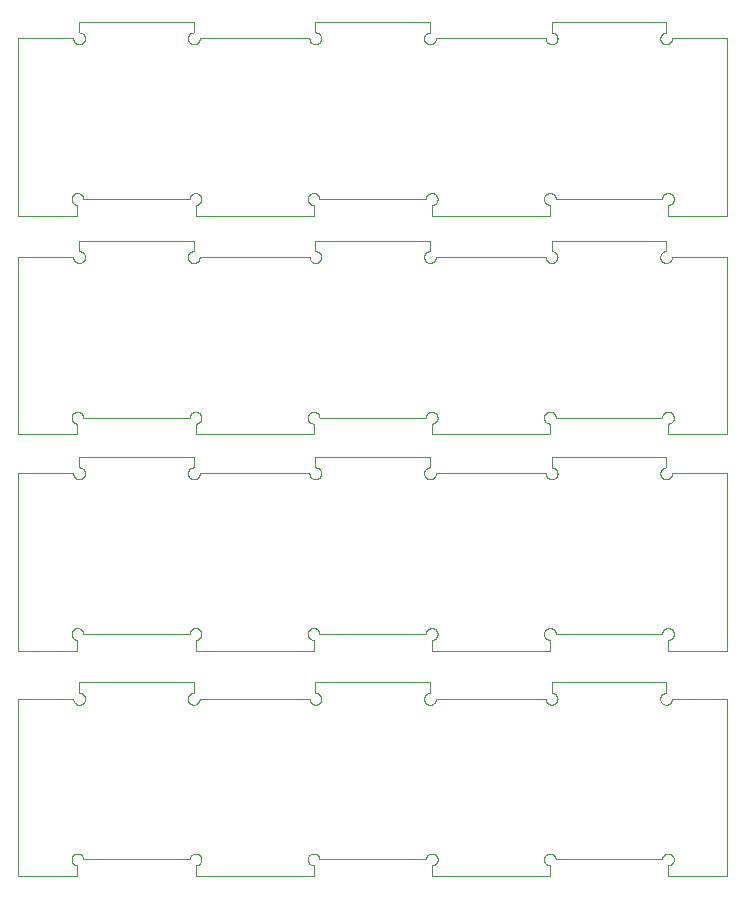
<source format=gbr>
%TF.GenerationSoftware,KiCad,Pcbnew,(6.0.8-1)-1*%
%TF.CreationDate,2022-10-27T21:33:07-07:00*%
%TF.ProjectId,Assignment4-try2,41737369-676e-46d6-956e-74342d747279,rev?*%
%TF.SameCoordinates,Original*%
%TF.FileFunction,Profile,NP*%
%FSLAX46Y46*%
G04 Gerber Fmt 4.6, Leading zero omitted, Abs format (unit mm)*
G04 Created by KiCad (PCBNEW (6.0.8-1)-1) date 2022-10-27 21:33:07*
%MOMM*%
%LPD*%
G01*
G04 APERTURE LIST*
%TA.AperFunction,Profile*%
%ADD10C,0.100000*%
%TD*%
G04 APERTURE END LIST*
D10*
X73416839Y-141049042D02*
X73416839Y-141949042D01*
X63716839Y-141049042D02*
X73416839Y-141049042D01*
X63716839Y-141949042D02*
X63716839Y-141049042D01*
X63734160Y-141949342D02*
X63716839Y-141949042D01*
X63751461Y-141950242D02*
X63734160Y-141949342D01*
X63768720Y-141951741D02*
X63751461Y-141950242D01*
X63785917Y-141953837D02*
X63768720Y-141951741D01*
X63803031Y-141956527D02*
X63785917Y-141953837D01*
X63820042Y-141959809D02*
X63803031Y-141956527D01*
X63836928Y-141963678D02*
X63820042Y-141959809D01*
X63853670Y-141968129D02*
X63836928Y-141963678D01*
X63870249Y-141973158D02*
X63853670Y-141968129D01*
X63886643Y-141978759D02*
X63870249Y-141973158D01*
X63902833Y-141984923D02*
X63886643Y-141978759D01*
X63918800Y-141991645D02*
X63902833Y-141984923D01*
X63934524Y-141998916D02*
X63918800Y-141991645D01*
X63949987Y-142006728D02*
X63934524Y-141998916D01*
X63965170Y-142015070D02*
X63949987Y-142006728D01*
X63980055Y-142023934D02*
X63965170Y-142015070D01*
X63994624Y-142033307D02*
X63980055Y-142023934D01*
X64008860Y-142043180D02*
X63994624Y-142033307D01*
X64022745Y-142053540D02*
X64008860Y-142043180D01*
X64036262Y-142064375D02*
X64022745Y-142053540D01*
X64049397Y-142075672D02*
X64036262Y-142064375D01*
X64062132Y-142087417D02*
X64049397Y-142075672D01*
X64074452Y-142099596D02*
X64062132Y-142087417D01*
X64086343Y-142112194D02*
X64074452Y-142099596D01*
X64097791Y-142125197D02*
X64086343Y-142112194D01*
X64108781Y-142138589D02*
X64097791Y-142125197D01*
X64119301Y-142152354D02*
X64108781Y-142138589D01*
X64129338Y-142166474D02*
X64119301Y-142152354D01*
X64138879Y-142180934D02*
X64129338Y-142166474D01*
X64147914Y-142195716D02*
X64138879Y-142180934D01*
X64156431Y-142210801D02*
X64147914Y-142195716D01*
X64164421Y-142226173D02*
X64156431Y-142210801D01*
X64171873Y-142241812D02*
X64164421Y-142226173D01*
X64178779Y-142257701D02*
X64171873Y-142241812D01*
X64185130Y-142273818D02*
X64178779Y-142257701D01*
X64190919Y-142290147D02*
X64185130Y-142273818D01*
X64196139Y-142306666D02*
X64190919Y-142290147D01*
X64200784Y-142323355D02*
X64196139Y-142306666D01*
X64204848Y-142340196D02*
X64200784Y-142323355D01*
X64208326Y-142357168D02*
X64204848Y-142340196D01*
X64211213Y-142374249D02*
X64208326Y-142357168D01*
X64213508Y-142391421D02*
X64211213Y-142374249D01*
X64215206Y-142408661D02*
X64213508Y-142391421D01*
X64216305Y-142425951D02*
X64215206Y-142408661D01*
X64216806Y-142443267D02*
X64216305Y-142425951D01*
X64216706Y-142460591D02*
X64216806Y-142443267D01*
X64216005Y-142477901D02*
X64216706Y-142460591D01*
X64214706Y-142495176D02*
X64216005Y-142477901D01*
X64212809Y-142512396D02*
X64214706Y-142495176D01*
X64210317Y-142529540D02*
X64212809Y-142512396D01*
X64207232Y-142546587D02*
X64210317Y-142529540D01*
X64203558Y-142563518D02*
X64207232Y-142546587D01*
X64199300Y-142580310D02*
X64203558Y-142563518D01*
X64194463Y-142596945D02*
X64199300Y-142580310D01*
X64189053Y-142613403D02*
X64194463Y-142596945D01*
X64183075Y-142629663D02*
X64189053Y-142613403D01*
X64176538Y-142645707D02*
X64183075Y-142629663D01*
X64169449Y-142661514D02*
X64176538Y-142645707D01*
X64161817Y-142677066D02*
X64169449Y-142661514D01*
X64153650Y-142692345D02*
X64161817Y-142677066D01*
X64144959Y-142707331D02*
X64153650Y-142692345D01*
X64135754Y-142722007D02*
X64144959Y-142707331D01*
X64126047Y-142736356D02*
X64135754Y-142722007D01*
X64115848Y-142750360D02*
X64126047Y-142736356D01*
X64105170Y-142764002D02*
X64115848Y-142750360D01*
X64094025Y-142777265D02*
X64105170Y-142764002D01*
X64082428Y-142790135D02*
X64094025Y-142777265D01*
X64070392Y-142802596D02*
X64082428Y-142790135D01*
X64057932Y-142814632D02*
X64070392Y-142802596D01*
X64045062Y-142826229D02*
X64057932Y-142814632D01*
X64031798Y-142837373D02*
X64045062Y-142826229D01*
X64018156Y-142848051D02*
X64031798Y-142837373D01*
X64004153Y-142858250D02*
X64018156Y-142848051D01*
X63989804Y-142867958D02*
X64004153Y-142858250D01*
X63975128Y-142877163D02*
X63989804Y-142867958D01*
X63960141Y-142885853D02*
X63975128Y-142877163D01*
X63944863Y-142894020D02*
X63960141Y-142885853D01*
X63929311Y-142901652D02*
X63944863Y-142894020D01*
X63913503Y-142908741D02*
X63929311Y-142901652D01*
X63897460Y-142915278D02*
X63913503Y-142908741D01*
X63881200Y-142921256D02*
X63897460Y-142915278D01*
X63864742Y-142926666D02*
X63881200Y-142921256D01*
X63848107Y-142931503D02*
X63864742Y-142926666D01*
X63831314Y-142935761D02*
X63848107Y-142931503D01*
X63814384Y-142939435D02*
X63831314Y-142935761D01*
X63797337Y-142942520D02*
X63814384Y-142939435D01*
X63780193Y-142945012D02*
X63797337Y-142942520D01*
X63762973Y-142946909D02*
X63780193Y-142945012D01*
X63745698Y-142948209D02*
X63762973Y-142946909D01*
X63728388Y-142948909D02*
X63745698Y-142948209D01*
X63711064Y-142949009D02*
X63728388Y-142948909D01*
X63693747Y-142948509D02*
X63711064Y-142949009D01*
X63676458Y-142947409D02*
X63693747Y-142948509D01*
X63659217Y-142945711D02*
X63676458Y-142947409D01*
X63642046Y-142943417D02*
X63659217Y-142945711D01*
X63624964Y-142940529D02*
X63642046Y-142943417D01*
X63607993Y-142937051D02*
X63624964Y-142940529D01*
X63591152Y-142932987D02*
X63607993Y-142937051D01*
X63574462Y-142928343D02*
X63591152Y-142932987D01*
X63557943Y-142923123D02*
X63574462Y-142928343D01*
X63541615Y-142917333D02*
X63557943Y-142923123D01*
X63525497Y-142910982D02*
X63541615Y-142917333D01*
X63509609Y-142904076D02*
X63525497Y-142910982D01*
X63493970Y-142896624D02*
X63509609Y-142904076D01*
X63478598Y-142888634D02*
X63493970Y-142896624D01*
X63463512Y-142880117D02*
X63478598Y-142888634D01*
X63448731Y-142871082D02*
X63463512Y-142880117D01*
X63434271Y-142861541D02*
X63448731Y-142871082D01*
X63420150Y-142851504D02*
X63434271Y-142861541D01*
X63406386Y-142840985D02*
X63420150Y-142851504D01*
X63392994Y-142829994D02*
X63406386Y-142840985D01*
X63379991Y-142818547D02*
X63392994Y-142829994D01*
X63367393Y-142806656D02*
X63379991Y-142818547D01*
X63355214Y-142794335D02*
X63367393Y-142806656D01*
X63343469Y-142781600D02*
X63355214Y-142794335D01*
X63332172Y-142768466D02*
X63343469Y-142781600D01*
X63321337Y-142754948D02*
X63332172Y-142768466D01*
X63310977Y-142741063D02*
X63321337Y-142754948D01*
X63301104Y-142726827D02*
X63310977Y-142741063D01*
X63291730Y-142712258D02*
X63301104Y-142726827D01*
X63282867Y-142697373D02*
X63291730Y-142712258D01*
X63274525Y-142682190D02*
X63282867Y-142697373D01*
X63266713Y-142666727D02*
X63274525Y-142682190D01*
X63259442Y-142651003D02*
X63266713Y-142666727D01*
X63252720Y-142635036D02*
X63259442Y-142651003D01*
X63246555Y-142618846D02*
X63252720Y-142635036D01*
X63240955Y-142602452D02*
X63246555Y-142618846D01*
X63235926Y-142585874D02*
X63240955Y-142602452D01*
X63231475Y-142569131D02*
X63235926Y-142585874D01*
X63227606Y-142552245D02*
X63231475Y-142569131D01*
X63224324Y-142535234D02*
X63227606Y-142552245D01*
X63221634Y-142518120D02*
X63224324Y-142535234D01*
X63219538Y-142500924D02*
X63221634Y-142518120D01*
X63218039Y-142483664D02*
X63219538Y-142500924D01*
X63217139Y-142466364D02*
X63218039Y-142483664D01*
X63216839Y-142449042D02*
X63217139Y-142466364D01*
X53916839Y-142449042D02*
X63216839Y-142449042D01*
X53916539Y-142466364D02*
X53916839Y-142449042D01*
X53915639Y-142483664D02*
X53916539Y-142466364D01*
X53914140Y-142500924D02*
X53915639Y-142483664D01*
X53912044Y-142518120D02*
X53914140Y-142500924D01*
X53909354Y-142535234D02*
X53912044Y-142518120D01*
X53906072Y-142552245D02*
X53909354Y-142535234D01*
X53902203Y-142569131D02*
X53906072Y-142552245D01*
X53897752Y-142585874D02*
X53902203Y-142569131D01*
X53892723Y-142602452D02*
X53897752Y-142585874D01*
X53887123Y-142618846D02*
X53892723Y-142602452D01*
X53880958Y-142635036D02*
X53887123Y-142618846D01*
X53874236Y-142651003D02*
X53880958Y-142635036D01*
X53866965Y-142666727D02*
X53874236Y-142651003D01*
X53859153Y-142682190D02*
X53866965Y-142666727D01*
X53850811Y-142697373D02*
X53859153Y-142682190D01*
X53841948Y-142712258D02*
X53850811Y-142697373D01*
X53832574Y-142726827D02*
X53841948Y-142712258D01*
X53822701Y-142741063D02*
X53832574Y-142726827D01*
X53812341Y-142754948D02*
X53822701Y-142741063D01*
X53801506Y-142768466D02*
X53812341Y-142754948D01*
X53790209Y-142781600D02*
X53801506Y-142768466D01*
X53778464Y-142794335D02*
X53790209Y-142781600D01*
X53766285Y-142806656D02*
X53778464Y-142794335D01*
X53753687Y-142818547D02*
X53766285Y-142806656D01*
X53740684Y-142829994D02*
X53753687Y-142818547D01*
X53727292Y-142840985D02*
X53740684Y-142829994D01*
X53713528Y-142851504D02*
X53727292Y-142840985D01*
X53699407Y-142861541D02*
X53713528Y-142851504D01*
X53684947Y-142871082D02*
X53699407Y-142861541D01*
X53670166Y-142880117D02*
X53684947Y-142871082D01*
X53655080Y-142888634D02*
X53670166Y-142880117D01*
X53639708Y-142896624D02*
X53655080Y-142888634D01*
X53624069Y-142904076D02*
X53639708Y-142896624D01*
X53608181Y-142910982D02*
X53624069Y-142904076D01*
X53592063Y-142917333D02*
X53608181Y-142910982D01*
X53575735Y-142923123D02*
X53592063Y-142917333D01*
X53559216Y-142928343D02*
X53575735Y-142923123D01*
X53542526Y-142932987D02*
X53559216Y-142928343D01*
X53525685Y-142937051D02*
X53542526Y-142932987D01*
X53508714Y-142940529D02*
X53525685Y-142937051D01*
X53491632Y-142943417D02*
X53508714Y-142940529D01*
X53474461Y-142945711D02*
X53491632Y-142943417D01*
X53457220Y-142947409D02*
X53474461Y-142945711D01*
X53439931Y-142948509D02*
X53457220Y-142947409D01*
X53422614Y-142949009D02*
X53439931Y-142948509D01*
X53405290Y-142948909D02*
X53422614Y-142949009D01*
X53387980Y-142948209D02*
X53405290Y-142948909D01*
X53370705Y-142946909D02*
X53387980Y-142948209D01*
X53353485Y-142945012D02*
X53370705Y-142946909D01*
X53336341Y-142942520D02*
X53353485Y-142945012D01*
X53319294Y-142939435D02*
X53336341Y-142942520D01*
X53302364Y-142935761D02*
X53319294Y-142939435D01*
X53285571Y-142931503D02*
X53302364Y-142935761D01*
X53268936Y-142926666D02*
X53285571Y-142931503D01*
X53252478Y-142921256D02*
X53268936Y-142926666D01*
X53236218Y-142915278D02*
X53252478Y-142921256D01*
X53220175Y-142908741D02*
X53236218Y-142915278D01*
X53204367Y-142901652D02*
X53220175Y-142908741D01*
X53188815Y-142894020D02*
X53204367Y-142901652D01*
X53173537Y-142885853D02*
X53188815Y-142894020D01*
X53158550Y-142877163D02*
X53173537Y-142885853D01*
X53143874Y-142867958D02*
X53158550Y-142877163D01*
X53129525Y-142858250D02*
X53143874Y-142867958D01*
X53115522Y-142848051D02*
X53129525Y-142858250D01*
X53101880Y-142837373D02*
X53115522Y-142848051D01*
X53088616Y-142826229D02*
X53101880Y-142837373D01*
X53075746Y-142814632D02*
X53088616Y-142826229D01*
X53063286Y-142802596D02*
X53075746Y-142814632D01*
X53051250Y-142790135D02*
X53063286Y-142802596D01*
X53039653Y-142777265D02*
X53051250Y-142790135D01*
X53028508Y-142764002D02*
X53039653Y-142777265D01*
X53017830Y-142750360D02*
X53028508Y-142764002D01*
X53007631Y-142736356D02*
X53017830Y-142750360D01*
X52997924Y-142722007D02*
X53007631Y-142736356D01*
X52988719Y-142707331D02*
X52997924Y-142722007D01*
X52980028Y-142692345D02*
X52988719Y-142707331D01*
X52971861Y-142677066D02*
X52980028Y-142692345D01*
X52964229Y-142661514D02*
X52971861Y-142677066D01*
X52957140Y-142645707D02*
X52964229Y-142661514D01*
X52950603Y-142629663D02*
X52957140Y-142645707D01*
X52944625Y-142613403D02*
X52950603Y-142629663D01*
X52939215Y-142596945D02*
X52944625Y-142613403D01*
X52934378Y-142580310D02*
X52939215Y-142596945D01*
X52930120Y-142563518D02*
X52934378Y-142580310D01*
X52926446Y-142546587D02*
X52930120Y-142563518D01*
X52923361Y-142529540D02*
X52926446Y-142546587D01*
X52920869Y-142512396D02*
X52923361Y-142529540D01*
X52918972Y-142495176D02*
X52920869Y-142512396D01*
X52917673Y-142477901D02*
X52918972Y-142495176D01*
X52916972Y-142460591D02*
X52917673Y-142477901D01*
X52916872Y-142443267D02*
X52916972Y-142460591D01*
X52917373Y-142425951D02*
X52916872Y-142443267D01*
X52918472Y-142408661D02*
X52917373Y-142425951D01*
X52920170Y-142391421D02*
X52918472Y-142408661D01*
X52922465Y-142374249D02*
X52920170Y-142391421D01*
X52925352Y-142357168D02*
X52922465Y-142374249D01*
X52928830Y-142340196D02*
X52925352Y-142357168D01*
X52932894Y-142323355D02*
X52928830Y-142340196D01*
X52937539Y-142306666D02*
X52932894Y-142323355D01*
X52942759Y-142290147D02*
X52937539Y-142306666D01*
X52948548Y-142273818D02*
X52942759Y-142290147D01*
X52954899Y-142257701D02*
X52948548Y-142273818D01*
X52961805Y-142241812D02*
X52954899Y-142257701D01*
X52969257Y-142226173D02*
X52961805Y-142241812D01*
X52977247Y-142210801D02*
X52969257Y-142226173D01*
X52985764Y-142195716D02*
X52977247Y-142210801D01*
X52994799Y-142180934D02*
X52985764Y-142195716D01*
X53004340Y-142166474D02*
X52994799Y-142180934D01*
X53014377Y-142152354D02*
X53004340Y-142166474D01*
X53024897Y-142138589D02*
X53014377Y-142152354D01*
X53035887Y-142125197D02*
X53024897Y-142138589D01*
X53047335Y-142112194D02*
X53035887Y-142125197D01*
X53059226Y-142099596D02*
X53047335Y-142112194D01*
X53071546Y-142087417D02*
X53059226Y-142099596D01*
X53084281Y-142075672D02*
X53071546Y-142087417D01*
X53097416Y-142064375D02*
X53084281Y-142075672D01*
X53110933Y-142053540D02*
X53097416Y-142064375D01*
X53124818Y-142043180D02*
X53110933Y-142053540D01*
X53139054Y-142033307D02*
X53124818Y-142043180D01*
X53153623Y-142023934D02*
X53139054Y-142033307D01*
X53168508Y-142015070D02*
X53153623Y-142023934D01*
X53183691Y-142006728D02*
X53168508Y-142015070D01*
X53199154Y-141998916D02*
X53183691Y-142006728D01*
X53214878Y-141991645D02*
X53199154Y-141998916D01*
X53230845Y-141984923D02*
X53214878Y-141991645D01*
X53247035Y-141978759D02*
X53230845Y-141984923D01*
X53263429Y-141973158D02*
X53247035Y-141978759D01*
X53280008Y-141968129D02*
X53263429Y-141973158D01*
X53296750Y-141963678D02*
X53280008Y-141968129D01*
X53313636Y-141959809D02*
X53296750Y-141963678D01*
X53330647Y-141956527D02*
X53313636Y-141959809D01*
X53347761Y-141953837D02*
X53330647Y-141956527D01*
X53364958Y-141951741D02*
X53347761Y-141953837D01*
X53382217Y-141950242D02*
X53364958Y-141951741D01*
X53399518Y-141949342D02*
X53382217Y-141950242D01*
X53416839Y-141949042D02*
X53399518Y-141949342D01*
X53416839Y-141049042D02*
X53416839Y-141949042D01*
X43716839Y-141049042D02*
X53416839Y-141049042D01*
X43716839Y-141949042D02*
X43716839Y-141049042D01*
X43734160Y-141949342D02*
X43716839Y-141949042D01*
X43751461Y-141950242D02*
X43734160Y-141949342D01*
X43768720Y-141951741D02*
X43751461Y-141950242D01*
X43785917Y-141953837D02*
X43768720Y-141951741D01*
X43803031Y-141956527D02*
X43785917Y-141953837D01*
X43820042Y-141959809D02*
X43803031Y-141956527D01*
X43836928Y-141963678D02*
X43820042Y-141959809D01*
X43853670Y-141968129D02*
X43836928Y-141963678D01*
X43870249Y-141973158D02*
X43853670Y-141968129D01*
X43886643Y-141978759D02*
X43870249Y-141973158D01*
X43902833Y-141984923D02*
X43886643Y-141978759D01*
X43918800Y-141991645D02*
X43902833Y-141984923D01*
X43934524Y-141998916D02*
X43918800Y-141991645D01*
X43949987Y-142006728D02*
X43934524Y-141998916D01*
X43965170Y-142015070D02*
X43949987Y-142006728D01*
X43980055Y-142023934D02*
X43965170Y-142015070D01*
X43994624Y-142033307D02*
X43980055Y-142023934D01*
X44008860Y-142043180D02*
X43994624Y-142033307D01*
X44022745Y-142053540D02*
X44008860Y-142043180D01*
X44036262Y-142064375D02*
X44022745Y-142053540D01*
X44049397Y-142075672D02*
X44036262Y-142064375D01*
X44062132Y-142087417D02*
X44049397Y-142075672D01*
X44074452Y-142099596D02*
X44062132Y-142087417D01*
X44086343Y-142112194D02*
X44074452Y-142099596D01*
X44097791Y-142125197D02*
X44086343Y-142112194D01*
X44108781Y-142138589D02*
X44097791Y-142125197D01*
X44119301Y-142152354D02*
X44108781Y-142138589D01*
X44129338Y-142166474D02*
X44119301Y-142152354D01*
X44138879Y-142180934D02*
X44129338Y-142166474D01*
X44147914Y-142195716D02*
X44138879Y-142180934D01*
X44156431Y-142210801D02*
X44147914Y-142195716D01*
X44164421Y-142226173D02*
X44156431Y-142210801D01*
X44171873Y-142241812D02*
X44164421Y-142226173D01*
X44178779Y-142257701D02*
X44171873Y-142241812D01*
X44185130Y-142273818D02*
X44178779Y-142257701D01*
X44190919Y-142290147D02*
X44185130Y-142273818D01*
X44196139Y-142306666D02*
X44190919Y-142290147D01*
X44200784Y-142323355D02*
X44196139Y-142306666D01*
X44204848Y-142340196D02*
X44200784Y-142323355D01*
X44208326Y-142357168D02*
X44204848Y-142340196D01*
X44211213Y-142374249D02*
X44208326Y-142357168D01*
X44213508Y-142391421D02*
X44211213Y-142374249D01*
X44215206Y-142408661D02*
X44213508Y-142391421D01*
X44216305Y-142425951D02*
X44215206Y-142408661D01*
X44216806Y-142443267D02*
X44216305Y-142425951D01*
X44216706Y-142460591D02*
X44216806Y-142443267D01*
X44216005Y-142477901D02*
X44216706Y-142460591D01*
X44214706Y-142495176D02*
X44216005Y-142477901D01*
X44212809Y-142512396D02*
X44214706Y-142495176D01*
X44210317Y-142529540D02*
X44212809Y-142512396D01*
X44207232Y-142546587D02*
X44210317Y-142529540D01*
X44203558Y-142563518D02*
X44207232Y-142546587D01*
X44199300Y-142580310D02*
X44203558Y-142563518D01*
X44194463Y-142596945D02*
X44199300Y-142580310D01*
X44189053Y-142613403D02*
X44194463Y-142596945D01*
X44183075Y-142629663D02*
X44189053Y-142613403D01*
X44176538Y-142645707D02*
X44183075Y-142629663D01*
X44169449Y-142661514D02*
X44176538Y-142645707D01*
X44161817Y-142677066D02*
X44169449Y-142661514D01*
X44153650Y-142692345D02*
X44161817Y-142677066D01*
X44144959Y-142707331D02*
X44153650Y-142692345D01*
X44135754Y-142722007D02*
X44144959Y-142707331D01*
X44126047Y-142736356D02*
X44135754Y-142722007D01*
X44115848Y-142750360D02*
X44126047Y-142736356D01*
X44105170Y-142764002D02*
X44115848Y-142750360D01*
X44094025Y-142777265D02*
X44105170Y-142764002D01*
X44082428Y-142790135D02*
X44094025Y-142777265D01*
X44070392Y-142802596D02*
X44082428Y-142790135D01*
X44057932Y-142814632D02*
X44070392Y-142802596D01*
X44045062Y-142826229D02*
X44057932Y-142814632D01*
X44031798Y-142837373D02*
X44045062Y-142826229D01*
X44018156Y-142848051D02*
X44031798Y-142837373D01*
X44004153Y-142858250D02*
X44018156Y-142848051D01*
X43989804Y-142867958D02*
X44004153Y-142858250D01*
X43975128Y-142877163D02*
X43989804Y-142867958D01*
X43960141Y-142885853D02*
X43975128Y-142877163D01*
X43944863Y-142894020D02*
X43960141Y-142885853D01*
X43929311Y-142901652D02*
X43944863Y-142894020D01*
X43913503Y-142908741D02*
X43929311Y-142901652D01*
X43897460Y-142915278D02*
X43913503Y-142908741D01*
X43881200Y-142921256D02*
X43897460Y-142915278D01*
X43864742Y-142926666D02*
X43881200Y-142921256D01*
X43848107Y-142931503D02*
X43864742Y-142926666D01*
X43831314Y-142935761D02*
X43848107Y-142931503D01*
X43814384Y-142939435D02*
X43831314Y-142935761D01*
X43797337Y-142942520D02*
X43814384Y-142939435D01*
X43780193Y-142945012D02*
X43797337Y-142942520D01*
X43762973Y-142946909D02*
X43780193Y-142945012D01*
X43745698Y-142948209D02*
X43762973Y-142946909D01*
X43728388Y-142948909D02*
X43745698Y-142948209D01*
X43711064Y-142949009D02*
X43728388Y-142948909D01*
X43693747Y-142948509D02*
X43711064Y-142949009D01*
X43676458Y-142947409D02*
X43693747Y-142948509D01*
X43659217Y-142945711D02*
X43676458Y-142947409D01*
X43642046Y-142943417D02*
X43659217Y-142945711D01*
X43624964Y-142940529D02*
X43642046Y-142943417D01*
X43607993Y-142937051D02*
X43624964Y-142940529D01*
X43591152Y-142932987D02*
X43607993Y-142937051D01*
X43574462Y-142928343D02*
X43591152Y-142932987D01*
X43557943Y-142923123D02*
X43574462Y-142928343D01*
X43541615Y-142917333D02*
X43557943Y-142923123D01*
X43525497Y-142910982D02*
X43541615Y-142917333D01*
X43509609Y-142904076D02*
X43525497Y-142910982D01*
X43493970Y-142896624D02*
X43509609Y-142904076D01*
X43478598Y-142888634D02*
X43493970Y-142896624D01*
X43463512Y-142880117D02*
X43478598Y-142888634D01*
X43448731Y-142871082D02*
X43463512Y-142880117D01*
X43434271Y-142861541D02*
X43448731Y-142871082D01*
X43420150Y-142851504D02*
X43434271Y-142861541D01*
X43406386Y-142840985D02*
X43420150Y-142851504D01*
X43392994Y-142829994D02*
X43406386Y-142840985D01*
X43379991Y-142818547D02*
X43392994Y-142829994D01*
X43367393Y-142806656D02*
X43379991Y-142818547D01*
X43355214Y-142794335D02*
X43367393Y-142806656D01*
X43343469Y-142781600D02*
X43355214Y-142794335D01*
X43332172Y-142768466D02*
X43343469Y-142781600D01*
X43321337Y-142754948D02*
X43332172Y-142768466D01*
X43310977Y-142741063D02*
X43321337Y-142754948D01*
X43301104Y-142726827D02*
X43310977Y-142741063D01*
X43291730Y-142712258D02*
X43301104Y-142726827D01*
X43282867Y-142697373D02*
X43291730Y-142712258D01*
X43274525Y-142682190D02*
X43282867Y-142697373D01*
X43266713Y-142666727D02*
X43274525Y-142682190D01*
X43259442Y-142651003D02*
X43266713Y-142666727D01*
X43252720Y-142635036D02*
X43259442Y-142651003D01*
X43246555Y-142618846D02*
X43252720Y-142635036D01*
X43240955Y-142602452D02*
X43246555Y-142618846D01*
X43235926Y-142585874D02*
X43240955Y-142602452D01*
X43231475Y-142569131D02*
X43235926Y-142585874D01*
X43227606Y-142552245D02*
X43231475Y-142569131D01*
X43224324Y-142535234D02*
X43227606Y-142552245D01*
X43221634Y-142518120D02*
X43224324Y-142535234D01*
X43219538Y-142500924D02*
X43221634Y-142518120D01*
X43218039Y-142483664D02*
X43219538Y-142500924D01*
X43217139Y-142466364D02*
X43218039Y-142483664D01*
X43216839Y-142449042D02*
X43217139Y-142466364D01*
X33916839Y-142449042D02*
X43216839Y-142449042D01*
X33916539Y-142466364D02*
X33916839Y-142449042D01*
X33915639Y-142483664D02*
X33916539Y-142466364D01*
X33914140Y-142500924D02*
X33915639Y-142483664D01*
X33912044Y-142518120D02*
X33914140Y-142500924D01*
X33909354Y-142535234D02*
X33912044Y-142518120D01*
X33906072Y-142552245D02*
X33909354Y-142535234D01*
X33902203Y-142569131D02*
X33906072Y-142552245D01*
X33897752Y-142585874D02*
X33902203Y-142569131D01*
X33892723Y-142602452D02*
X33897752Y-142585874D01*
X33887123Y-142618846D02*
X33892723Y-142602452D01*
X33880958Y-142635036D02*
X33887123Y-142618846D01*
X33874236Y-142651003D02*
X33880958Y-142635036D01*
X33866965Y-142666727D02*
X33874236Y-142651003D01*
X33859153Y-142682190D02*
X33866965Y-142666727D01*
X33850811Y-142697373D02*
X33859153Y-142682190D01*
X33841948Y-142712258D02*
X33850811Y-142697373D01*
X33832574Y-142726827D02*
X33841948Y-142712258D01*
X33822701Y-142741063D02*
X33832574Y-142726827D01*
X33812341Y-142754948D02*
X33822701Y-142741063D01*
X33801506Y-142768466D02*
X33812341Y-142754948D01*
X33790209Y-142781600D02*
X33801506Y-142768466D01*
X33778464Y-142794335D02*
X33790209Y-142781600D01*
X33766285Y-142806656D02*
X33778464Y-142794335D01*
X33753687Y-142818547D02*
X33766285Y-142806656D01*
X33740684Y-142829994D02*
X33753687Y-142818547D01*
X33727292Y-142840985D02*
X33740684Y-142829994D01*
X33713528Y-142851504D02*
X33727292Y-142840985D01*
X33699407Y-142861541D02*
X33713528Y-142851504D01*
X33684947Y-142871082D02*
X33699407Y-142861541D01*
X33670166Y-142880117D02*
X33684947Y-142871082D01*
X33655080Y-142888634D02*
X33670166Y-142880117D01*
X33639708Y-142896624D02*
X33655080Y-142888634D01*
X33624069Y-142904076D02*
X33639708Y-142896624D01*
X33608181Y-142910982D02*
X33624069Y-142904076D01*
X33592063Y-142917333D02*
X33608181Y-142910982D01*
X33575735Y-142923123D02*
X33592063Y-142917333D01*
X33559216Y-142928343D02*
X33575735Y-142923123D01*
X33542526Y-142932987D02*
X33559216Y-142928343D01*
X33525685Y-142937051D02*
X33542526Y-142932987D01*
X33508714Y-142940529D02*
X33525685Y-142937051D01*
X33491632Y-142943417D02*
X33508714Y-142940529D01*
X33474461Y-142945711D02*
X33491632Y-142943417D01*
X33457220Y-142947409D02*
X33474461Y-142945711D01*
X33439931Y-142948509D02*
X33457220Y-142947409D01*
X33422614Y-142949009D02*
X33439931Y-142948509D01*
X33405290Y-142948909D02*
X33422614Y-142949009D01*
X33387980Y-142948209D02*
X33405290Y-142948909D01*
X33370705Y-142946909D02*
X33387980Y-142948209D01*
X33353485Y-142945012D02*
X33370705Y-142946909D01*
X33336341Y-142942520D02*
X33353485Y-142945012D01*
X33319294Y-142939435D02*
X33336341Y-142942520D01*
X33302364Y-142935761D02*
X33319294Y-142939435D01*
X33285571Y-142931503D02*
X33302364Y-142935761D01*
X33268936Y-142926666D02*
X33285571Y-142931503D01*
X33252478Y-142921256D02*
X33268936Y-142926666D01*
X33236218Y-142915278D02*
X33252478Y-142921256D01*
X33220175Y-142908741D02*
X33236218Y-142915278D01*
X33204367Y-142901652D02*
X33220175Y-142908741D01*
X33188815Y-142894020D02*
X33204367Y-142901652D01*
X33173537Y-142885853D02*
X33188815Y-142894020D01*
X33158550Y-142877163D02*
X33173537Y-142885853D01*
X33143874Y-142867958D02*
X33158550Y-142877163D01*
X33129525Y-142858250D02*
X33143874Y-142867958D01*
X33115522Y-142848051D02*
X33129525Y-142858250D01*
X33101880Y-142837373D02*
X33115522Y-142848051D01*
X33088616Y-142826229D02*
X33101880Y-142837373D01*
X33075746Y-142814632D02*
X33088616Y-142826229D01*
X33063286Y-142802596D02*
X33075746Y-142814632D01*
X33051250Y-142790135D02*
X33063286Y-142802596D01*
X33039653Y-142777265D02*
X33051250Y-142790135D01*
X33028508Y-142764002D02*
X33039653Y-142777265D01*
X33017830Y-142750360D02*
X33028508Y-142764002D01*
X33007631Y-142736356D02*
X33017830Y-142750360D01*
X32997924Y-142722007D02*
X33007631Y-142736356D01*
X32988719Y-142707331D02*
X32997924Y-142722007D01*
X32980028Y-142692345D02*
X32988719Y-142707331D01*
X32971861Y-142677066D02*
X32980028Y-142692345D01*
X32964229Y-142661514D02*
X32971861Y-142677066D01*
X32957140Y-142645707D02*
X32964229Y-142661514D01*
X32950603Y-142629663D02*
X32957140Y-142645707D01*
X32944625Y-142613403D02*
X32950603Y-142629663D01*
X32939215Y-142596945D02*
X32944625Y-142613403D01*
X32934378Y-142580310D02*
X32939215Y-142596945D01*
X32930120Y-142563518D02*
X32934378Y-142580310D01*
X32926446Y-142546587D02*
X32930120Y-142563518D01*
X32923361Y-142529540D02*
X32926446Y-142546587D01*
X32920869Y-142512396D02*
X32923361Y-142529540D01*
X32918972Y-142495176D02*
X32920869Y-142512396D01*
X32917673Y-142477901D02*
X32918972Y-142495176D01*
X32916972Y-142460591D02*
X32917673Y-142477901D01*
X32916872Y-142443267D02*
X32916972Y-142460591D01*
X32917373Y-142425951D02*
X32916872Y-142443267D01*
X32918472Y-142408661D02*
X32917373Y-142425951D01*
X32920170Y-142391421D02*
X32918472Y-142408661D01*
X32922465Y-142374249D02*
X32920170Y-142391421D01*
X32925352Y-142357168D02*
X32922465Y-142374249D01*
X32928830Y-142340196D02*
X32925352Y-142357168D01*
X32932894Y-142323355D02*
X32928830Y-142340196D01*
X32937539Y-142306666D02*
X32932894Y-142323355D01*
X32942759Y-142290147D02*
X32937539Y-142306666D01*
X32948548Y-142273818D02*
X32942759Y-142290147D01*
X32954899Y-142257701D02*
X32948548Y-142273818D01*
X32961805Y-142241812D02*
X32954899Y-142257701D01*
X32969257Y-142226173D02*
X32961805Y-142241812D01*
X32977247Y-142210801D02*
X32969257Y-142226173D01*
X32985764Y-142195716D02*
X32977247Y-142210801D01*
X32994799Y-142180934D02*
X32985764Y-142195716D01*
X33004340Y-142166474D02*
X32994799Y-142180934D01*
X33014377Y-142152354D02*
X33004340Y-142166474D01*
X33024897Y-142138589D02*
X33014377Y-142152354D01*
X33035887Y-142125197D02*
X33024897Y-142138589D01*
X33047335Y-142112194D02*
X33035887Y-142125197D01*
X33059226Y-142099596D02*
X33047335Y-142112194D01*
X33071546Y-142087417D02*
X33059226Y-142099596D01*
X33084281Y-142075672D02*
X33071546Y-142087417D01*
X33097416Y-142064375D02*
X33084281Y-142075672D01*
X33110933Y-142053540D02*
X33097416Y-142064375D01*
X33124818Y-142043180D02*
X33110933Y-142053540D01*
X33139054Y-142033307D02*
X33124818Y-142043180D01*
X33153623Y-142023934D02*
X33139054Y-142033307D01*
X33168508Y-142015070D02*
X33153623Y-142023934D01*
X33183691Y-142006728D02*
X33168508Y-142015070D01*
X33199154Y-141998916D02*
X33183691Y-142006728D01*
X33214878Y-141991645D02*
X33199154Y-141998916D01*
X33230845Y-141984923D02*
X33214878Y-141991645D01*
X33247035Y-141978759D02*
X33230845Y-141984923D01*
X33263429Y-141973158D02*
X33247035Y-141978759D01*
X33280008Y-141968129D02*
X33263429Y-141973158D01*
X33296750Y-141963678D02*
X33280008Y-141968129D01*
X33313636Y-141959809D02*
X33296750Y-141963678D01*
X33330647Y-141956527D02*
X33313636Y-141959809D01*
X33347761Y-141953837D02*
X33330647Y-141956527D01*
X33364958Y-141951741D02*
X33347761Y-141953837D01*
X33382217Y-141950242D02*
X33364958Y-141951741D01*
X33399518Y-141949342D02*
X33382217Y-141950242D01*
X33416839Y-141949042D02*
X33399518Y-141949342D01*
X33416839Y-141049042D02*
X33416839Y-141949042D01*
X23716839Y-141049042D02*
X33416839Y-141049042D01*
X23716839Y-141949042D02*
X23716839Y-141049042D01*
X23734160Y-141949342D02*
X23716839Y-141949042D01*
X23751461Y-141950242D02*
X23734160Y-141949342D01*
X23768720Y-141951741D02*
X23751461Y-141950242D01*
X23785917Y-141953837D02*
X23768720Y-141951741D01*
X23803031Y-141956527D02*
X23785917Y-141953837D01*
X23820042Y-141959809D02*
X23803031Y-141956527D01*
X23836928Y-141963678D02*
X23820042Y-141959809D01*
X23853670Y-141968129D02*
X23836928Y-141963678D01*
X23870249Y-141973158D02*
X23853670Y-141968129D01*
X23886643Y-141978759D02*
X23870249Y-141973158D01*
X23902833Y-141984923D02*
X23886643Y-141978759D01*
X23918800Y-141991645D02*
X23902833Y-141984923D01*
X23934524Y-141998916D02*
X23918800Y-141991645D01*
X23949987Y-142006728D02*
X23934524Y-141998916D01*
X23965170Y-142015070D02*
X23949987Y-142006728D01*
X23980055Y-142023934D02*
X23965170Y-142015070D01*
X23994624Y-142033307D02*
X23980055Y-142023934D01*
X24008860Y-142043180D02*
X23994624Y-142033307D01*
X24022745Y-142053540D02*
X24008860Y-142043180D01*
X24036262Y-142064375D02*
X24022745Y-142053540D01*
X24049397Y-142075672D02*
X24036262Y-142064375D01*
X24062132Y-142087417D02*
X24049397Y-142075672D01*
X24074452Y-142099596D02*
X24062132Y-142087417D01*
X24086343Y-142112194D02*
X24074452Y-142099596D01*
X24097791Y-142125197D02*
X24086343Y-142112194D01*
X24108781Y-142138589D02*
X24097791Y-142125197D01*
X24119301Y-142152354D02*
X24108781Y-142138589D01*
X24129338Y-142166474D02*
X24119301Y-142152354D01*
X24138879Y-142180934D02*
X24129338Y-142166474D01*
X24147914Y-142195716D02*
X24138879Y-142180934D01*
X24156431Y-142210801D02*
X24147914Y-142195716D01*
X24164421Y-142226173D02*
X24156431Y-142210801D01*
X24171873Y-142241812D02*
X24164421Y-142226173D01*
X24178779Y-142257701D02*
X24171873Y-142241812D01*
X24185130Y-142273818D02*
X24178779Y-142257701D01*
X24190919Y-142290147D02*
X24185130Y-142273818D01*
X24196139Y-142306666D02*
X24190919Y-142290147D01*
X24200784Y-142323355D02*
X24196139Y-142306666D01*
X24204848Y-142340196D02*
X24200784Y-142323355D01*
X24208326Y-142357168D02*
X24204848Y-142340196D01*
X24211213Y-142374249D02*
X24208326Y-142357168D01*
X24213508Y-142391421D02*
X24211213Y-142374249D01*
X24215206Y-142408661D02*
X24213508Y-142391421D01*
X24216305Y-142425951D02*
X24215206Y-142408661D01*
X24216806Y-142443267D02*
X24216305Y-142425951D01*
X24216706Y-142460591D02*
X24216806Y-142443267D01*
X24216005Y-142477901D02*
X24216706Y-142460591D01*
X24214706Y-142495176D02*
X24216005Y-142477901D01*
X24212809Y-142512396D02*
X24214706Y-142495176D01*
X24210317Y-142529540D02*
X24212809Y-142512396D01*
X24207232Y-142546587D02*
X24210317Y-142529540D01*
X24203558Y-142563518D02*
X24207232Y-142546587D01*
X24199300Y-142580310D02*
X24203558Y-142563518D01*
X24194463Y-142596945D02*
X24199300Y-142580310D01*
X24189053Y-142613403D02*
X24194463Y-142596945D01*
X24183075Y-142629663D02*
X24189053Y-142613403D01*
X24176538Y-142645707D02*
X24183075Y-142629663D01*
X24169449Y-142661514D02*
X24176538Y-142645707D01*
X24161817Y-142677066D02*
X24169449Y-142661514D01*
X24153650Y-142692345D02*
X24161817Y-142677066D01*
X24144959Y-142707331D02*
X24153650Y-142692345D01*
X24135754Y-142722007D02*
X24144959Y-142707331D01*
X24126047Y-142736356D02*
X24135754Y-142722007D01*
X24115848Y-142750360D02*
X24126047Y-142736356D01*
X24105170Y-142764002D02*
X24115848Y-142750360D01*
X24094025Y-142777265D02*
X24105170Y-142764002D01*
X24082428Y-142790135D02*
X24094025Y-142777265D01*
X24070392Y-142802596D02*
X24082428Y-142790135D01*
X24057932Y-142814632D02*
X24070392Y-142802596D01*
X24045062Y-142826229D02*
X24057932Y-142814632D01*
X24031798Y-142837373D02*
X24045062Y-142826229D01*
X24018156Y-142848051D02*
X24031798Y-142837373D01*
X24004153Y-142858250D02*
X24018156Y-142848051D01*
X23989804Y-142867958D02*
X24004153Y-142858250D01*
X23975128Y-142877163D02*
X23989804Y-142867958D01*
X23960141Y-142885853D02*
X23975128Y-142877163D01*
X23944863Y-142894020D02*
X23960141Y-142885853D01*
X23929311Y-142901652D02*
X23944863Y-142894020D01*
X23913503Y-142908741D02*
X23929311Y-142901652D01*
X23897460Y-142915278D02*
X23913503Y-142908741D01*
X23881200Y-142921256D02*
X23897460Y-142915278D01*
X23864742Y-142926666D02*
X23881200Y-142921256D01*
X23848107Y-142931503D02*
X23864742Y-142926666D01*
X23831314Y-142935761D02*
X23848107Y-142931503D01*
X23814384Y-142939435D02*
X23831314Y-142935761D01*
X23797337Y-142942520D02*
X23814384Y-142939435D01*
X23780193Y-142945012D02*
X23797337Y-142942520D01*
X23762973Y-142946909D02*
X23780193Y-142945012D01*
X23745698Y-142948209D02*
X23762973Y-142946909D01*
X23728388Y-142948909D02*
X23745698Y-142948209D01*
X23711064Y-142949009D02*
X23728388Y-142948909D01*
X23693747Y-142948509D02*
X23711064Y-142949009D01*
X23676458Y-142947409D02*
X23693747Y-142948509D01*
X23659217Y-142945711D02*
X23676458Y-142947409D01*
X23642046Y-142943417D02*
X23659217Y-142945711D01*
X23624964Y-142940529D02*
X23642046Y-142943417D01*
X23607993Y-142937051D02*
X23624964Y-142940529D01*
X23591152Y-142932987D02*
X23607993Y-142937051D01*
X23574462Y-142928343D02*
X23591152Y-142932987D01*
X23557943Y-142923123D02*
X23574462Y-142928343D01*
X23541615Y-142917333D02*
X23557943Y-142923123D01*
X23525497Y-142910982D02*
X23541615Y-142917333D01*
X23509609Y-142904076D02*
X23525497Y-142910982D01*
X23493970Y-142896624D02*
X23509609Y-142904076D01*
X23478598Y-142888634D02*
X23493970Y-142896624D01*
X23463512Y-142880117D02*
X23478598Y-142888634D01*
X23448731Y-142871082D02*
X23463512Y-142880117D01*
X23434271Y-142861541D02*
X23448731Y-142871082D01*
X23420150Y-142851504D02*
X23434271Y-142861541D01*
X23406386Y-142840985D02*
X23420150Y-142851504D01*
X23392994Y-142829994D02*
X23406386Y-142840985D01*
X23379991Y-142818547D02*
X23392994Y-142829994D01*
X23367393Y-142806656D02*
X23379991Y-142818547D01*
X23355214Y-142794335D02*
X23367393Y-142806656D01*
X23343469Y-142781600D02*
X23355214Y-142794335D01*
X23332172Y-142768466D02*
X23343469Y-142781600D01*
X23321337Y-142754948D02*
X23332172Y-142768466D01*
X23310977Y-142741063D02*
X23321337Y-142754948D01*
X23301104Y-142726827D02*
X23310977Y-142741063D01*
X23291730Y-142712258D02*
X23301104Y-142726827D01*
X23282867Y-142697373D02*
X23291730Y-142712258D01*
X23274525Y-142682190D02*
X23282867Y-142697373D01*
X23266713Y-142666727D02*
X23274525Y-142682190D01*
X23259442Y-142651003D02*
X23266713Y-142666727D01*
X23252720Y-142635036D02*
X23259442Y-142651003D01*
X23246555Y-142618846D02*
X23252720Y-142635036D01*
X23240955Y-142602452D02*
X23246555Y-142618846D01*
X23235926Y-142585874D02*
X23240955Y-142602452D01*
X23231475Y-142569131D02*
X23235926Y-142585874D01*
X23227606Y-142552245D02*
X23231475Y-142569131D01*
X23224324Y-142535234D02*
X23227606Y-142552245D01*
X23221634Y-142518120D02*
X23224324Y-142535234D01*
X23219538Y-142500924D02*
X23221634Y-142518120D01*
X23218039Y-142483664D02*
X23219538Y-142500924D01*
X23217139Y-142466364D02*
X23218039Y-142483664D01*
X23216839Y-142449042D02*
X23217139Y-142466364D01*
X18566839Y-142449042D02*
X23216839Y-142449042D01*
X18566839Y-157449042D02*
X18566839Y-142449042D01*
X23566839Y-157449042D02*
X18566839Y-157449042D01*
X23566839Y-156547587D02*
X23566839Y-157449042D01*
X23549512Y-156547262D02*
X23566839Y-156547587D01*
X23532207Y-156546337D02*
X23549512Y-156547262D01*
X23514945Y-156544813D02*
X23532207Y-156546337D01*
X23497746Y-156542692D02*
X23514945Y-156544813D01*
X23480630Y-156539976D02*
X23497746Y-156542692D01*
X23463619Y-156536669D02*
X23480630Y-156539976D01*
X23446733Y-156532774D02*
X23463619Y-156536669D01*
X23429992Y-156528296D02*
X23446733Y-156532774D01*
X23413416Y-156523241D02*
X23429992Y-156528296D01*
X23397025Y-156517614D02*
X23413416Y-156523241D01*
X23380839Y-156511423D02*
X23397025Y-156517614D01*
X23364877Y-156504674D02*
X23380839Y-156511423D01*
X23349159Y-156497376D02*
X23364877Y-156504674D01*
X23333703Y-156489539D02*
X23349159Y-156497376D01*
X23318528Y-156481170D02*
X23333703Y-156489539D01*
X23303652Y-156472280D02*
X23318528Y-156481170D01*
X23289094Y-156462880D02*
X23303652Y-156472280D01*
X23274869Y-156452982D02*
X23289094Y-156462880D01*
X23260996Y-156442596D02*
X23274869Y-156452982D01*
X23247492Y-156431736D02*
X23260996Y-156442596D01*
X23234372Y-156420414D02*
X23247492Y-156431736D01*
X23221652Y-156408645D02*
X23234372Y-156420414D01*
X23209348Y-156396441D02*
X23221652Y-156408645D01*
X23197474Y-156383819D02*
X23209348Y-156396441D01*
X23186044Y-156370793D02*
X23197474Y-156383819D01*
X23175073Y-156357378D02*
X23186044Y-156370793D01*
X23164573Y-156343592D02*
X23175073Y-156357378D01*
X23154557Y-156329449D02*
X23164573Y-156343592D01*
X23145038Y-156314969D02*
X23154557Y-156329449D01*
X23136026Y-156300167D02*
X23145038Y-156314969D01*
X23127532Y-156285061D02*
X23136026Y-156300167D01*
X23119567Y-156269671D02*
X23127532Y-156285061D01*
X23112140Y-156254013D02*
X23119567Y-156269671D01*
X23105260Y-156238108D02*
X23112140Y-156254013D01*
X23098935Y-156221973D02*
X23105260Y-156238108D01*
X23093173Y-156205630D02*
X23098935Y-156221973D01*
X23087981Y-156189096D02*
X23093173Y-156205630D01*
X23083365Y-156172392D02*
X23087981Y-156189096D01*
X23079331Y-156155539D02*
X23083365Y-156172392D01*
X23075884Y-156138556D02*
X23079331Y-156155539D01*
X23073026Y-156121463D02*
X23075884Y-156138556D01*
X23070763Y-156104282D02*
X23073026Y-156121463D01*
X23069097Y-156087033D02*
X23070763Y-156104282D01*
X23068029Y-156069736D02*
X23069097Y-156087033D01*
X23067562Y-156052412D02*
X23068029Y-156069736D01*
X23067695Y-156035083D02*
X23067562Y-156052412D01*
X23068429Y-156017769D02*
X23067695Y-156035083D01*
X23069762Y-156000491D02*
X23068429Y-156017769D01*
X23071693Y-155983269D02*
X23069762Y-156000491D01*
X23074219Y-155966125D02*
X23071693Y-155983269D01*
X23077339Y-155949078D02*
X23074219Y-155966125D01*
X23081047Y-155932150D02*
X23077339Y-155949078D01*
X23085339Y-155915360D02*
X23081047Y-155932150D01*
X23090211Y-155898730D02*
X23085339Y-155915360D01*
X23095657Y-155882278D02*
X23090211Y-155898730D01*
X23101669Y-155866024D02*
X23095657Y-155882278D01*
X23108240Y-155849989D02*
X23101669Y-155866024D01*
X23115364Y-155834191D02*
X23108240Y-155849989D01*
X23123030Y-155818650D02*
X23115364Y-155834191D01*
X23131231Y-155803383D02*
X23123030Y-155818650D01*
X23139956Y-155788410D02*
X23131231Y-155803383D01*
X23149194Y-155773748D02*
X23139956Y-155788410D01*
X23158935Y-155759415D02*
X23149194Y-155773748D01*
X23169167Y-155745429D02*
X23158935Y-155759415D01*
X23179877Y-155731805D02*
X23169167Y-155745429D01*
X23191053Y-155718560D02*
X23179877Y-155731805D01*
X23202681Y-155705711D02*
X23191053Y-155718560D01*
X23214748Y-155693273D02*
X23202681Y-155705711D01*
X23227238Y-155681260D02*
X23214748Y-155693273D01*
X23240137Y-155669687D02*
X23227238Y-155681260D01*
X23253430Y-155658568D02*
X23240137Y-155669687D01*
X23267100Y-155647917D02*
X23253430Y-155658568D01*
X23281130Y-155637746D02*
X23267100Y-155647917D01*
X23295505Y-155628066D02*
X23281130Y-155637746D01*
X23310206Y-155618891D02*
X23295505Y-155628066D01*
X23325217Y-155610231D02*
X23310206Y-155618891D01*
X23340519Y-155602096D02*
X23325217Y-155610231D01*
X23356093Y-155594497D02*
X23340519Y-155602096D01*
X23371922Y-155587442D02*
X23356093Y-155594497D01*
X23387985Y-155580939D02*
X23371922Y-155587442D01*
X23404264Y-155574997D02*
X23387985Y-155580939D01*
X23420739Y-155569623D02*
X23404264Y-155574997D01*
X23437391Y-155564823D02*
X23420739Y-155569623D01*
X23454199Y-155560602D02*
X23437391Y-155564823D01*
X23471143Y-155556967D02*
X23454199Y-155560602D01*
X23488203Y-155553921D02*
X23471143Y-155556967D01*
X23505358Y-155551469D02*
X23488203Y-155553921D01*
X23522588Y-155549612D02*
X23505358Y-155551469D01*
X23539872Y-155548353D02*
X23522588Y-155549612D01*
X23557189Y-155547694D02*
X23539872Y-155548353D01*
X23574519Y-155547636D02*
X23557189Y-155547694D01*
X23591840Y-155548178D02*
X23574519Y-155547636D01*
X23609132Y-155549320D02*
X23591840Y-155548178D01*
X23626374Y-155551061D02*
X23609132Y-155549320D01*
X23643545Y-155553398D02*
X23626374Y-155551061D01*
X23660625Y-155556329D02*
X23643545Y-155553398D01*
X23677593Y-155559850D02*
X23660625Y-155556329D01*
X23694429Y-155563956D02*
X23677593Y-155559850D01*
X23711113Y-155568644D02*
X23694429Y-155563956D01*
X23727624Y-155573907D02*
X23711113Y-155568644D01*
X23743943Y-155579739D02*
X23727624Y-155573907D01*
X23760050Y-155586133D02*
X23743943Y-155579739D01*
X23775925Y-155593082D02*
X23760050Y-155586133D01*
X23791551Y-155600576D02*
X23775925Y-155593082D01*
X23806907Y-155608608D02*
X23791551Y-155600576D01*
X23821975Y-155617167D02*
X23806907Y-155608608D01*
X23836738Y-155626242D02*
X23821975Y-155617167D01*
X23851178Y-155635824D02*
X23836738Y-155626242D01*
X23865277Y-155645901D02*
X23851178Y-155635824D01*
X23879018Y-155656460D02*
X23865277Y-155645901D01*
X23892385Y-155667489D02*
X23879018Y-155656460D01*
X23905362Y-155678975D02*
X23892385Y-155667489D01*
X23917933Y-155690903D02*
X23905362Y-155678975D01*
X23930083Y-155703260D02*
X23917933Y-155690903D01*
X23941798Y-155716030D02*
X23930083Y-155703260D01*
X23953063Y-155729199D02*
X23941798Y-155716030D01*
X23963865Y-155742750D02*
X23953063Y-155729199D01*
X23974191Y-155756668D02*
X23963865Y-155742750D01*
X23984028Y-155770934D02*
X23974191Y-155756668D01*
X23993365Y-155785534D02*
X23984028Y-155770934D01*
X24002190Y-155800448D02*
X23993365Y-155785534D01*
X24010494Y-155815659D02*
X24002190Y-155800448D01*
X24018265Y-155831148D02*
X24010494Y-155815659D01*
X24025495Y-155846898D02*
X24018265Y-155831148D01*
X24032174Y-155862888D02*
X24025495Y-155846898D01*
X24038296Y-155879101D02*
X24032174Y-155862888D01*
X24043852Y-155895516D02*
X24038296Y-155879101D01*
X24048836Y-155912113D02*
X24043852Y-155895516D01*
X24053241Y-155928873D02*
X24048836Y-155912113D01*
X24057063Y-155945776D02*
X24053241Y-155928873D01*
X24060298Y-155962801D02*
X24057063Y-155945776D01*
X24062940Y-155979928D02*
X24060298Y-155962801D01*
X24064987Y-155997137D02*
X24062940Y-155979928D01*
X24066436Y-156014406D02*
X24064987Y-155997137D01*
X24067287Y-156031714D02*
X24066436Y-156014406D01*
X24067537Y-156049042D02*
X24067287Y-156031714D01*
X33067728Y-156049042D02*
X24067537Y-156049042D01*
X33068056Y-156031721D02*
X33067728Y-156049042D01*
X33068983Y-156014421D02*
X33068056Y-156031721D01*
X33070510Y-155997163D02*
X33068983Y-156014421D01*
X33072633Y-155979969D02*
X33070510Y-155997163D01*
X33075351Y-155962859D02*
X33072633Y-155979969D01*
X33078660Y-155945853D02*
X33075351Y-155962859D01*
X33082556Y-155928972D02*
X33078660Y-155945853D01*
X33087035Y-155912236D02*
X33082556Y-155928972D01*
X33092091Y-155895666D02*
X33087035Y-155912236D01*
X33097717Y-155879280D02*
X33092091Y-155895666D01*
X33103908Y-155863099D02*
X33097717Y-155879280D01*
X33110656Y-155847143D02*
X33103908Y-155863099D01*
X33117953Y-155831430D02*
X33110656Y-155847143D01*
X33125790Y-155815979D02*
X33117953Y-155831430D01*
X33134157Y-155800808D02*
X33125790Y-155815979D01*
X33143045Y-155785937D02*
X33134157Y-155800808D01*
X33152443Y-155771383D02*
X33143045Y-155785937D01*
X33162339Y-155757163D02*
X33152443Y-155771383D01*
X33172722Y-155743294D02*
X33162339Y-155757163D01*
X33183579Y-155729793D02*
X33172722Y-155743294D01*
X33194897Y-155716677D02*
X33183579Y-155729793D01*
X33206664Y-155703960D02*
X33194897Y-155716677D01*
X33218863Y-155691659D02*
X33206664Y-155703960D01*
X33231481Y-155679788D02*
X33218863Y-155691659D01*
X33244503Y-155668361D02*
X33231481Y-155679788D01*
X33257914Y-155657392D02*
X33244503Y-155668361D01*
X33271696Y-155646895D02*
X33257914Y-155657392D01*
X33285833Y-155636881D02*
X33271696Y-155646895D01*
X33300309Y-155627363D02*
X33285833Y-155636881D01*
X33315106Y-155618352D02*
X33300309Y-155627363D01*
X33330206Y-155609859D02*
X33315106Y-155618352D01*
X33345592Y-155601894D02*
X33330206Y-155609859D01*
X33361244Y-155594468D02*
X33345592Y-155601894D01*
X33377144Y-155587587D02*
X33361244Y-155594468D01*
X33393273Y-155581262D02*
X33377144Y-155587587D01*
X33409611Y-155575500D02*
X33393273Y-155581262D01*
X33426139Y-155570307D02*
X33409611Y-155575500D01*
X33442837Y-155565689D02*
X33426139Y-155570307D01*
X33459685Y-155561653D02*
X33442837Y-155565689D01*
X33476663Y-155558203D02*
X33459685Y-155561653D01*
X33493750Y-155555344D02*
X33476663Y-155558203D01*
X33510926Y-155553078D02*
X33493750Y-155555344D01*
X33528170Y-155551408D02*
X33510926Y-155553078D01*
X33545462Y-155550337D02*
X33528170Y-155551408D01*
X33562780Y-155549865D02*
X33545462Y-155550337D01*
X33580105Y-155549994D02*
X33562780Y-155549865D01*
X33597414Y-155550723D02*
X33580105Y-155549994D01*
X33614688Y-155552051D02*
X33597414Y-155550723D01*
X33631905Y-155553977D02*
X33614688Y-155552051D01*
X33649045Y-155556498D02*
X33631905Y-155553977D01*
X33666088Y-155559611D02*
X33649045Y-155556498D01*
X33683013Y-155563313D02*
X33666088Y-155559611D01*
X33699799Y-155567599D02*
X33683013Y-155563313D01*
X33716427Y-155572464D02*
X33699799Y-155567599D01*
X33732876Y-155577902D02*
X33716427Y-155572464D01*
X33749127Y-155583907D02*
X33732876Y-155577902D01*
X33765160Y-155590471D02*
X33749127Y-155583907D01*
X33780956Y-155597587D02*
X33765160Y-155590471D01*
X33796496Y-155605245D02*
X33780956Y-155597587D01*
X33811761Y-155613438D02*
X33796496Y-155605245D01*
X33826733Y-155622154D02*
X33811761Y-155613438D01*
X33841395Y-155631384D02*
X33826733Y-155622154D01*
X33855728Y-155641116D02*
X33841395Y-155631384D01*
X33869715Y-155651339D02*
X33855728Y-155641116D01*
X33883339Y-155662041D02*
X33869715Y-155651339D01*
X33896585Y-155673208D02*
X33883339Y-155662041D01*
X33909436Y-155684827D02*
X33896585Y-155673208D01*
X33921876Y-155696884D02*
X33909436Y-155684827D01*
X33933892Y-155709365D02*
X33921876Y-155696884D01*
X33945467Y-155722255D02*
X33933892Y-155709365D01*
X33956589Y-155735538D02*
X33945467Y-155722255D01*
X33967245Y-155749199D02*
X33956589Y-155735538D01*
X33977421Y-155763220D02*
X33967245Y-155749199D01*
X33987104Y-155777586D02*
X33977421Y-155763220D01*
X33996285Y-155792278D02*
X33987104Y-155777586D01*
X34004951Y-155807280D02*
X33996285Y-155792278D01*
X34013091Y-155822573D02*
X34004951Y-155807280D01*
X34020698Y-155838139D02*
X34013091Y-155822573D01*
X34027760Y-155853959D02*
X34020698Y-155838139D01*
X34034270Y-155870014D02*
X34027760Y-155853959D01*
X34040220Y-155886285D02*
X34034270Y-155870014D01*
X34045603Y-155902752D02*
X34040220Y-155886285D01*
X34050411Y-155919396D02*
X34045603Y-155902752D01*
X34054641Y-155936197D02*
X34050411Y-155919396D01*
X34058286Y-155953134D02*
X34054641Y-155936197D01*
X34061342Y-155970187D02*
X34058286Y-155953134D01*
X34063805Y-155987336D02*
X34061342Y-155970187D01*
X34065672Y-156004559D02*
X34063805Y-155987336D01*
X34066942Y-156021838D02*
X34065672Y-156004559D01*
X34067613Y-156039149D02*
X34066942Y-156021838D01*
X34067683Y-156056474D02*
X34067613Y-156039149D01*
X34067153Y-156073791D02*
X34067683Y-156056474D01*
X34066024Y-156091078D02*
X34067153Y-156073791D01*
X34064296Y-156108317D02*
X34066024Y-156091078D01*
X34061972Y-156125485D02*
X34064296Y-156108317D01*
X34059055Y-156142562D02*
X34061972Y-156125485D01*
X34055547Y-156159528D02*
X34059055Y-156142562D01*
X34051454Y-156176363D02*
X34055547Y-156159528D01*
X34046781Y-156193045D02*
X34051454Y-156176363D01*
X34041532Y-156209556D02*
X34046781Y-156193045D01*
X34035714Y-156225874D02*
X34041532Y-156209556D01*
X34029335Y-156241982D02*
X34035714Y-156225874D01*
X34022401Y-156257859D02*
X34029335Y-156241982D01*
X34014922Y-156273486D02*
X34022401Y-156257859D01*
X34006905Y-156288844D02*
X34014922Y-156273486D01*
X33998361Y-156303916D02*
X34006905Y-156288844D01*
X33989301Y-156318682D02*
X33998361Y-156303916D01*
X33979734Y-156333126D02*
X33989301Y-156318682D01*
X33969672Y-156347230D02*
X33979734Y-156333126D01*
X33959128Y-156360976D02*
X33969672Y-156347230D01*
X33948114Y-156374349D02*
X33959128Y-156360976D01*
X33936643Y-156387333D02*
X33948114Y-156374349D01*
X33924730Y-156399911D02*
X33936643Y-156387333D01*
X33912387Y-156412069D02*
X33924730Y-156399911D01*
X33899631Y-156423792D02*
X33912387Y-156412069D01*
X33886477Y-156435066D02*
X33899631Y-156423792D01*
X33872940Y-156445878D02*
X33886477Y-156435066D01*
X33859036Y-156456214D02*
X33872940Y-156445878D01*
X33844783Y-156466062D02*
X33859036Y-156456214D01*
X33830197Y-156475411D02*
X33844783Y-156466062D01*
X33815296Y-156484248D02*
X33830197Y-156475411D01*
X33800097Y-156492564D02*
X33815296Y-156484248D01*
X33784620Y-156500349D02*
X33800097Y-156492564D01*
X33768882Y-156507592D02*
X33784620Y-156500349D01*
X33752903Y-156514287D02*
X33768882Y-156507592D01*
X33736701Y-156520423D02*
X33752903Y-156514287D01*
X33720297Y-156525995D02*
X33736701Y-156520423D01*
X33703709Y-156530994D02*
X33720297Y-156525995D01*
X33686958Y-156535417D02*
X33703709Y-156530994D01*
X33670064Y-156539256D02*
X33686958Y-156535417D01*
X33653048Y-156542507D02*
X33670064Y-156539256D01*
X33635928Y-156545167D02*
X33653048Y-156542507D01*
X33618727Y-156547233D02*
X33635928Y-156545167D01*
X33601465Y-156548701D02*
X33618727Y-156547233D01*
X33584162Y-156549571D02*
X33601465Y-156548701D01*
X33566839Y-156549840D02*
X33584162Y-156549571D01*
X33566839Y-157449042D02*
X33566839Y-156549840D01*
X43566839Y-157449042D02*
X33566839Y-157449042D01*
X43566839Y-156548970D02*
X43566839Y-157449042D01*
X43549503Y-156548729D02*
X43566839Y-156548970D01*
X43532187Y-156547886D02*
X43549503Y-156548729D01*
X43514910Y-156546445D02*
X43532187Y-156547886D01*
X43497693Y-156544405D02*
X43514910Y-156546445D01*
X43480557Y-156541769D02*
X43497693Y-156544405D01*
X43463523Y-156538541D02*
X43480557Y-156541769D01*
X43446611Y-156534724D02*
X43463523Y-156538541D01*
X43429842Y-156530323D02*
X43446611Y-156534724D01*
X43413235Y-156525344D02*
X43429842Y-156530323D01*
X43396811Y-156519792D02*
X43413235Y-156525344D01*
X43380589Y-156513673D02*
X43396811Y-156519792D01*
X43364589Y-156506996D02*
X43380589Y-156513673D01*
X43348831Y-156499768D02*
X43364589Y-156506996D01*
X43333332Y-156491999D02*
X43348831Y-156499768D01*
X43318112Y-156483696D02*
X43333332Y-156491999D01*
X43303189Y-156474871D02*
X43318112Y-156483696D01*
X43288581Y-156465534D02*
X43303189Y-156474871D01*
X43274305Y-156455696D02*
X43288581Y-156465534D01*
X43260379Y-156445369D02*
X43274305Y-156455696D01*
X43246820Y-156434565D02*
X43260379Y-156445369D01*
X43233643Y-156423298D02*
X43246820Y-156434565D01*
X43220865Y-156411581D02*
X43233643Y-156423298D01*
X43208500Y-156399428D02*
X43220865Y-156411581D01*
X43196565Y-156386853D02*
X43208500Y-156399428D01*
X43185072Y-156373872D02*
X43196565Y-156386853D01*
X43174037Y-156360501D02*
X43185072Y-156373872D01*
X43163471Y-156346755D02*
X43174037Y-156360501D01*
X43153389Y-156332651D02*
X43163471Y-156346755D01*
X43143801Y-156318206D02*
X43153389Y-156332651D01*
X43134721Y-156303437D02*
X43143801Y-156318206D01*
X43126157Y-156288362D02*
X43134721Y-156303437D01*
X43118122Y-156273000D02*
X43126157Y-156288362D01*
X43110624Y-156257368D02*
X43118122Y-156273000D01*
X43103672Y-156241485D02*
X43110624Y-156257368D01*
X43097275Y-156225371D02*
X43103672Y-156241485D01*
X43091441Y-156209045D02*
X43097275Y-156225371D01*
X43086176Y-156192527D02*
X43091441Y-156209045D01*
X43081487Y-156175836D02*
X43086176Y-156192527D01*
X43077379Y-156158992D02*
X43081487Y-156175836D01*
X43073858Y-156142016D02*
X43077379Y-156158992D01*
X43070928Y-156124929D02*
X43073858Y-156142016D01*
X43068592Y-156107749D02*
X43070928Y-156124929D01*
X43066852Y-156090500D02*
X43068592Y-156107749D01*
X43065712Y-156073200D02*
X43066852Y-156090500D01*
X43065172Y-156055871D02*
X43065712Y-156073200D01*
X43065234Y-156038534D02*
X43065172Y-156055871D01*
X43065896Y-156021210D02*
X43065234Y-156038534D01*
X43067159Y-156003918D02*
X43065896Y-156021210D01*
X43069020Y-155986681D02*
X43067159Y-156003918D01*
X43071478Y-155969519D02*
X43069020Y-155986681D01*
X43074529Y-155952453D02*
X43071478Y-155969519D01*
X43078171Y-155935502D02*
X43074529Y-155952453D01*
X43082397Y-155918688D02*
X43078171Y-155935502D01*
X43087204Y-155902031D02*
X43082397Y-155918688D01*
X43092586Y-155885550D02*
X43087204Y-155902031D01*
X43098536Y-155869266D02*
X43092586Y-155885550D01*
X43105047Y-155853197D02*
X43098536Y-155869266D01*
X43112111Y-155837364D02*
X43105047Y-155853197D01*
X43119719Y-155821786D02*
X43112111Y-155837364D01*
X43127863Y-155806481D02*
X43119719Y-155821786D01*
X43136533Y-155791467D02*
X43127863Y-155806481D01*
X43145718Y-155776763D02*
X43136533Y-155791467D01*
X43155408Y-155762386D02*
X43145718Y-155776763D01*
X43165590Y-155748354D02*
X43155408Y-155762386D01*
X43176252Y-155734683D02*
X43165590Y-155748354D01*
X43187382Y-155721390D02*
X43176252Y-155734683D01*
X43198966Y-155708491D02*
X43187382Y-155721390D01*
X43210991Y-155696001D02*
X43198966Y-155708491D01*
X43223441Y-155683936D02*
X43210991Y-155696001D01*
X43236302Y-155672309D02*
X43223441Y-155683936D01*
X43249558Y-155661136D02*
X43236302Y-155672309D01*
X43263194Y-155650428D02*
X43249558Y-155661136D01*
X43277192Y-155640200D02*
X43263194Y-155650428D01*
X43291537Y-155630464D02*
X43277192Y-155640200D01*
X43306211Y-155621230D02*
X43291537Y-155630464D01*
X43321196Y-155612511D02*
X43306211Y-155621230D01*
X43336475Y-155604316D02*
X43321196Y-155612511D01*
X43352028Y-155596657D02*
X43336475Y-155604316D01*
X43367838Y-155589541D02*
X43352028Y-155596657D01*
X43383884Y-155582977D02*
X43367838Y-155589541D01*
X43400149Y-155576974D02*
X43383884Y-155582977D01*
X43416612Y-155571538D02*
X43400149Y-155576974D01*
X43433253Y-155566676D02*
X43416612Y-155571538D01*
X43450054Y-155562394D02*
X43433253Y-155566676D01*
X43466992Y-155558697D02*
X43450054Y-155562394D01*
X43484048Y-155555590D02*
X43466992Y-155558697D01*
X43501202Y-155553076D02*
X43484048Y-155555590D01*
X43518433Y-155551157D02*
X43501202Y-155553076D01*
X43535720Y-155549838D02*
X43518433Y-155551157D01*
X43553042Y-155549119D02*
X43535720Y-155549838D01*
X43570379Y-155549000D02*
X43553042Y-155549119D01*
X43587710Y-155549483D02*
X43570379Y-155549000D01*
X43605013Y-155550566D02*
X43587710Y-155549483D01*
X43622268Y-155552249D02*
X43605013Y-155550566D01*
X43639455Y-155554528D02*
X43622268Y-155552249D01*
X43656552Y-155557403D02*
X43639455Y-155554528D01*
X43673540Y-155560868D02*
X43656552Y-155557403D01*
X43690397Y-155564920D02*
X43673540Y-155560868D01*
X43707103Y-155569554D02*
X43690397Y-155564920D01*
X43723639Y-155574765D02*
X43707103Y-155569554D01*
X43739984Y-155580545D02*
X43723639Y-155574765D01*
X43756119Y-155586889D02*
X43739984Y-155580545D01*
X43772024Y-155593788D02*
X43756119Y-155586889D01*
X43787681Y-155601235D02*
X43772024Y-155593788D01*
X43803070Y-155609220D02*
X43787681Y-155601235D01*
X43818172Y-155617734D02*
X43803070Y-155609220D01*
X43832971Y-155626766D02*
X43818172Y-155617734D01*
X43847448Y-155636306D02*
X43832971Y-155626766D01*
X43861585Y-155646342D02*
X43847448Y-155636306D01*
X43875365Y-155656862D02*
X43861585Y-155646342D01*
X43888773Y-155667853D02*
X43875365Y-155656862D01*
X43901792Y-155679303D02*
X43888773Y-155667853D01*
X43914405Y-155691197D02*
X43901792Y-155679303D01*
X43926599Y-155703522D02*
X43914405Y-155691197D01*
X43938358Y-155716261D02*
X43926599Y-155703522D01*
X43949669Y-155729401D02*
X43938358Y-155716261D01*
X43960517Y-155742925D02*
X43949669Y-155729401D01*
X43970890Y-155756817D02*
X43960517Y-155742925D01*
X43980774Y-155771060D02*
X43970890Y-155756817D01*
X43990160Y-155785637D02*
X43980774Y-155771060D01*
X43999034Y-155800531D02*
X43990160Y-155785637D01*
X44007386Y-155815724D02*
X43999034Y-155800531D01*
X44015207Y-155831197D02*
X44007386Y-155815724D01*
X44022486Y-155846932D02*
X44015207Y-155831197D01*
X44029216Y-155862910D02*
X44022486Y-155846932D01*
X44035388Y-155879111D02*
X44029216Y-155862910D01*
X44040994Y-155895517D02*
X44035388Y-155879111D01*
X44046028Y-155912107D02*
X44040994Y-155895517D01*
X44050484Y-155928862D02*
X44046028Y-155912107D01*
X44054356Y-155945761D02*
X44050484Y-155928862D01*
X44057640Y-155962785D02*
X44054356Y-155945761D01*
X44060332Y-155979911D02*
X44057640Y-155962785D01*
X44062429Y-155997121D02*
X44060332Y-155979911D01*
X44063928Y-156014394D02*
X44062429Y-155997121D01*
X44064827Y-156031708D02*
X44063928Y-156014394D01*
X44065125Y-156049042D02*
X44064827Y-156031708D01*
X53065318Y-156049042D02*
X44065125Y-156049042D01*
X53065698Y-156031621D02*
X53065318Y-156049042D01*
X53066684Y-156014225D02*
X53065698Y-156031621D01*
X53068276Y-155996872D02*
X53066684Y-156014225D01*
X53070472Y-155979586D02*
X53068276Y-155996872D01*
X53073269Y-155962387D02*
X53070472Y-155979586D01*
X53076663Y-155945296D02*
X53073269Y-155962387D01*
X53080651Y-155928334D02*
X53076663Y-155945296D01*
X53085227Y-155911521D02*
X53080651Y-155928334D01*
X53090387Y-155894877D02*
X53085227Y-155911521D01*
X53096123Y-155878423D02*
X53090387Y-155894877D01*
X53102429Y-155862180D02*
X53096123Y-155878423D01*
X53109298Y-155846165D02*
X53102429Y-155862180D01*
X53116720Y-155830400D02*
X53109298Y-155846165D01*
X53124687Y-155814903D02*
X53116720Y-155830400D01*
X53133189Y-155799693D02*
X53124687Y-155814903D01*
X53142216Y-155784789D02*
X53133189Y-155799693D01*
X53151757Y-155770208D02*
X53142216Y-155784789D01*
X53161800Y-155755969D02*
X53151757Y-155770208D01*
X53172333Y-155742088D02*
X53161800Y-155755969D01*
X53183344Y-155728582D02*
X53172333Y-155742088D01*
X53194818Y-155715468D02*
X53183344Y-155728582D01*
X53206742Y-155702763D02*
X53194818Y-155715468D01*
X53219102Y-155690480D02*
X53206742Y-155702763D01*
X53231882Y-155678635D02*
X53219102Y-155690480D01*
X53245068Y-155667243D02*
X53231882Y-155678635D01*
X53258642Y-155656318D02*
X53245068Y-155667243D01*
X53272588Y-155645872D02*
X53258642Y-155656318D01*
X53286891Y-155635918D02*
X53272588Y-155645872D01*
X53301531Y-155626469D02*
X53286891Y-155635918D01*
X53316492Y-155617535D02*
X53301531Y-155626469D01*
X53331754Y-155609129D02*
X53316492Y-155617535D01*
X53347301Y-155601259D02*
X53331754Y-155609129D01*
X53363112Y-155593935D02*
X53347301Y-155601259D01*
X53379169Y-155587168D02*
X53363112Y-155593935D01*
X53395452Y-155580963D02*
X53379169Y-155587168D01*
X53411941Y-155575330D02*
X53395452Y-155580963D01*
X53428617Y-155570275D02*
X53411941Y-155575330D01*
X53445458Y-155565804D02*
X53428617Y-155570275D01*
X53462446Y-155561922D02*
X53445458Y-155565804D01*
X53479558Y-155558635D02*
X53462446Y-155561922D01*
X53496774Y-155555946D02*
X53479558Y-155558635D01*
X53514073Y-155553859D02*
X53496774Y-155555946D01*
X53531435Y-155552375D02*
X53514073Y-155553859D01*
X53548838Y-155551498D02*
X53531435Y-155552375D01*
X53566261Y-155551227D02*
X53548838Y-155551498D01*
X53583682Y-155551564D02*
X53566261Y-155551227D01*
X53601082Y-155552507D02*
X53583682Y-155551564D01*
X53618438Y-155554056D02*
X53601082Y-155552507D01*
X53635729Y-155556209D02*
X53618438Y-155554056D01*
X53652935Y-155558964D02*
X53635729Y-155556209D01*
X53670034Y-155562316D02*
X53652935Y-155558964D01*
X53687007Y-155566261D02*
X53670034Y-155562316D01*
X53703831Y-155570796D02*
X53687007Y-155566261D01*
X53720487Y-155575915D02*
X53703831Y-155570796D01*
X53736955Y-155581610D02*
X53720487Y-155575915D01*
X53753214Y-155587876D02*
X53736955Y-155581610D01*
X53769246Y-155594705D02*
X53753214Y-155587876D01*
X53785029Y-155602088D02*
X53769246Y-155594705D01*
X53800546Y-155610017D02*
X53785029Y-155602088D01*
X53815777Y-155618481D02*
X53800546Y-155610017D01*
X53830703Y-155627471D02*
X53815777Y-155618481D01*
X53845308Y-155636976D02*
X53830703Y-155627471D01*
X53859572Y-155646984D02*
X53845308Y-155636976D01*
X53873479Y-155657483D02*
X53859572Y-155646984D01*
X53887012Y-155668460D02*
X53873479Y-155657483D01*
X53900154Y-155679902D02*
X53887012Y-155668460D01*
X53912889Y-155691794D02*
X53900154Y-155679902D01*
X53925202Y-155704124D02*
X53912889Y-155691794D01*
X53937078Y-155716875D02*
X53925202Y-155704124D01*
X53948503Y-155730032D02*
X53937078Y-155716875D01*
X53959462Y-155743579D02*
X53948503Y-155730032D01*
X53969942Y-155757500D02*
X53959462Y-155743579D01*
X53979932Y-155771777D02*
X53969942Y-155757500D01*
X53989417Y-155786394D02*
X53979932Y-155771777D01*
X53998387Y-155801333D02*
X53989417Y-155786394D01*
X54006832Y-155816575D02*
X53998387Y-155801333D01*
X54014740Y-155832102D02*
X54006832Y-155816575D01*
X54022102Y-155847895D02*
X54014740Y-155832102D01*
X54028910Y-155863935D02*
X54022102Y-155847895D01*
X54035155Y-155880202D02*
X54028910Y-155863935D01*
X54040829Y-155896678D02*
X54035155Y-155880202D01*
X54045925Y-155913341D02*
X54040829Y-155896678D01*
X54050438Y-155930171D02*
X54045925Y-155913341D01*
X54054361Y-155947149D02*
X54050438Y-155930171D01*
X54057691Y-155964253D02*
X54054361Y-155947149D01*
X54060422Y-155981462D02*
X54057691Y-155964253D01*
X54062553Y-155998756D02*
X54060422Y-155981462D01*
X54064079Y-156016114D02*
X54062553Y-155998756D01*
X54064999Y-156033515D02*
X54064079Y-156016114D01*
X54065313Y-156050937D02*
X54064999Y-156033515D01*
X54065020Y-156068359D02*
X54065313Y-156050937D01*
X54064119Y-156085761D02*
X54065020Y-156068359D01*
X54062613Y-156103121D02*
X54064119Y-156085761D01*
X54060503Y-156120417D02*
X54062613Y-156103121D01*
X54057791Y-156137630D02*
X54060503Y-156120417D01*
X54054481Y-156154738D02*
X54057791Y-156137630D01*
X54050577Y-156171720D02*
X54054481Y-156154738D01*
X54046084Y-156188555D02*
X54050577Y-156171720D01*
X54041007Y-156205224D02*
X54046084Y-156188555D01*
X54035352Y-156221706D02*
X54041007Y-156205224D01*
X54029126Y-156237981D02*
X54035352Y-156221706D01*
X54022337Y-156254029D02*
X54029126Y-156237981D01*
X54014993Y-156269830D02*
X54022337Y-156254029D01*
X54007103Y-156285367D02*
X54014993Y-156269830D01*
X53998676Y-156300618D02*
X54007103Y-156285367D01*
X53989723Y-156315567D02*
X53998676Y-156300618D01*
X53980255Y-156330195D02*
X53989723Y-156315567D01*
X53970282Y-156344484D02*
X53980255Y-156330195D01*
X53959818Y-156358417D02*
X53970282Y-156344484D01*
X53948874Y-156371977D02*
X53959818Y-156358417D01*
X53937465Y-156385147D02*
X53948874Y-156371977D01*
X53925603Y-156397912D02*
X53937465Y-156385147D01*
X53913305Y-156410255D02*
X53925603Y-156397912D01*
X53900583Y-156422163D02*
X53913305Y-156410255D01*
X53887454Y-156433620D02*
X53900583Y-156422163D01*
X53873934Y-156444613D02*
X53887454Y-156433620D01*
X53860039Y-156455128D02*
X53873934Y-156444613D01*
X53845787Y-156465152D02*
X53860039Y-156455128D01*
X53831193Y-156474674D02*
X53845787Y-156465152D01*
X53816277Y-156483681D02*
X53831193Y-156474674D01*
X53801056Y-156492163D02*
X53816277Y-156483681D01*
X53785548Y-156500110D02*
X53801056Y-156492163D01*
X53769774Y-156507511D02*
X53785548Y-156500110D01*
X53753750Y-156514358D02*
X53769774Y-156507511D01*
X53737498Y-156520643D02*
X53753750Y-156514358D01*
X53721037Y-156526358D02*
X53737498Y-156520643D01*
X53704387Y-156531495D02*
X53721037Y-156526358D01*
X53687568Y-156536050D02*
X53704387Y-156531495D01*
X53670600Y-156540015D02*
X53687568Y-156536050D01*
X53653504Y-156543387D02*
X53670600Y-156540015D01*
X53636302Y-156546161D02*
X53653504Y-156543387D01*
X53619013Y-156548334D02*
X53636302Y-156546161D01*
X53601659Y-156549903D02*
X53619013Y-156548334D01*
X53584260Y-156550867D02*
X53601659Y-156549903D01*
X53566839Y-156551224D02*
X53584260Y-156550867D01*
X53566839Y-157449042D02*
X53566839Y-156551224D01*
X63566839Y-157449042D02*
X53566839Y-157449042D01*
X63566839Y-156547084D02*
X63566839Y-157449042D01*
X63549514Y-156546736D02*
X63566839Y-156547084D01*
X63532212Y-156545787D02*
X63549514Y-156546736D01*
X63514953Y-156544240D02*
X63532212Y-156545787D01*
X63497758Y-156542096D02*
X63514953Y-156544240D01*
X63480647Y-156539357D02*
X63497758Y-156542096D01*
X63463642Y-156536027D02*
X63480647Y-156539357D01*
X63446762Y-156532109D02*
X63463642Y-156536027D01*
X63430028Y-156527609D02*
X63446762Y-156532109D01*
X63413460Y-156522532D02*
X63430028Y-156527609D01*
X63397078Y-156516884D02*
X63413460Y-156522532D01*
X63380902Y-156510672D02*
X63397078Y-156516884D01*
X63364951Y-156503902D02*
X63380902Y-156510672D01*
X63349243Y-156496584D02*
X63364951Y-156503902D01*
X63333799Y-156488727D02*
X63349243Y-156496584D01*
X63318636Y-156480338D02*
X63333799Y-156488727D01*
X63303773Y-156471430D02*
X63318636Y-156480338D01*
X63289228Y-156462011D02*
X63303773Y-156471430D01*
X63275018Y-156452095D02*
X63289228Y-156462011D01*
X63261160Y-156441692D02*
X63275018Y-156452095D01*
X63247671Y-156430815D02*
X63261160Y-156441692D01*
X63234566Y-156419477D02*
X63247671Y-156430815D01*
X63221863Y-156407691D02*
X63234566Y-156419477D01*
X63209575Y-156395473D02*
X63221863Y-156407691D01*
X63197718Y-156382836D02*
X63209575Y-156395473D01*
X63186307Y-156369796D02*
X63197718Y-156382836D01*
X63175354Y-156356369D02*
X63186307Y-156369796D01*
X63164873Y-156342569D02*
X63175354Y-156356369D01*
X63154876Y-156328415D02*
X63164873Y-156342569D01*
X63145376Y-156313923D02*
X63154876Y-156328415D01*
X63136383Y-156299111D02*
X63145376Y-156313923D01*
X63127910Y-156283996D02*
X63136383Y-156299111D01*
X63119965Y-156268596D02*
X63127910Y-156283996D01*
X63112558Y-156252931D02*
X63119965Y-156268596D01*
X63105699Y-156237018D02*
X63112558Y-156252931D01*
X63099395Y-156220876D02*
X63105699Y-156237018D01*
X63093655Y-156204527D02*
X63099395Y-156220876D01*
X63088484Y-156187988D02*
X63093655Y-156204527D01*
X63083890Y-156171280D02*
X63088484Y-156187988D01*
X63079877Y-156154422D02*
X63083890Y-156171280D01*
X63076451Y-156137436D02*
X63079877Y-156154422D01*
X63073616Y-156120341D02*
X63076451Y-156137436D01*
X63071374Y-156103158D02*
X63073616Y-156120341D01*
X63069730Y-156085908D02*
X63071374Y-156103158D01*
X63068684Y-156068612D02*
X63069730Y-156085908D01*
X63068238Y-156051289D02*
X63068684Y-156068612D01*
X63068393Y-156033961D02*
X63068238Y-156051289D01*
X63069148Y-156016650D02*
X63068393Y-156033961D01*
X63070502Y-155999374D02*
X63069148Y-156016650D01*
X63072454Y-155982156D02*
X63070502Y-155999374D01*
X63075002Y-155965016D02*
X63072454Y-155982156D01*
X63078142Y-155947975D02*
X63075002Y-155965016D01*
X63081870Y-155931052D02*
X63078142Y-155947975D01*
X63086183Y-155914269D02*
X63081870Y-155931052D01*
X63091075Y-155897646D02*
X63086183Y-155914269D01*
X63096540Y-155881202D02*
X63091075Y-155897646D01*
X63102571Y-155864957D02*
X63096540Y-155881202D01*
X63109162Y-155848931D02*
X63102571Y-155864957D01*
X63116304Y-155833143D02*
X63109162Y-155848931D01*
X63123989Y-155817612D02*
X63116304Y-155833143D01*
X63132207Y-155802356D02*
X63123989Y-155817612D01*
X63140949Y-155787395D02*
X63132207Y-155802356D01*
X63150204Y-155772745D02*
X63140949Y-155787395D01*
X63159962Y-155758425D02*
X63150204Y-155772745D01*
X63170209Y-155744452D02*
X63159962Y-155758425D01*
X63180935Y-155730842D02*
X63170209Y-155744452D01*
X63192126Y-155717612D02*
X63180935Y-155730842D01*
X63203769Y-155704777D02*
X63192126Y-155717612D01*
X63215849Y-155692354D02*
X63203769Y-155704777D01*
X63228353Y-155680357D02*
X63215849Y-155692354D01*
X63241264Y-155668800D02*
X63228353Y-155680357D01*
X63254569Y-155657698D02*
X63241264Y-155668800D01*
X63268250Y-155647063D02*
X63254569Y-155657698D01*
X63282292Y-155636909D02*
X63268250Y-155647063D01*
X63296676Y-155627248D02*
X63282292Y-155636909D01*
X63311387Y-155618091D02*
X63296676Y-155627248D01*
X63326407Y-155609449D02*
X63311387Y-155618091D01*
X63341717Y-155601332D02*
X63326407Y-155609449D01*
X63357299Y-155593751D02*
X63341717Y-155601332D01*
X63373134Y-155586715D02*
X63357299Y-155593751D01*
X63389204Y-155580231D02*
X63373134Y-155586715D01*
X63405489Y-155574308D02*
X63389204Y-155580231D01*
X63421969Y-155568953D02*
X63405489Y-155574308D01*
X63438625Y-155564173D02*
X63421969Y-155568953D01*
X63455436Y-155559972D02*
X63438625Y-155564173D01*
X63472383Y-155556356D02*
X63455436Y-155559972D01*
X63489445Y-155553330D02*
X63472383Y-155556356D01*
X63506602Y-155550897D02*
X63489445Y-155553330D01*
X63523832Y-155549060D02*
X63506602Y-155550897D01*
X63541116Y-155547821D02*
X63523832Y-155549060D01*
X63558433Y-155547182D02*
X63541116Y-155547821D01*
X63575761Y-155547143D02*
X63558433Y-155547182D01*
X63593080Y-155547704D02*
X63575761Y-155547143D01*
X63610370Y-155548865D02*
X63593080Y-155547704D01*
X63627609Y-155550625D02*
X63610370Y-155548865D01*
X63644776Y-155552981D02*
X63627609Y-155550625D01*
X63661851Y-155555931D02*
X63644776Y-155552981D01*
X63678814Y-155559470D02*
X63661851Y-155555931D01*
X63695645Y-155563595D02*
X63678814Y-155559470D01*
X63712322Y-155568301D02*
X63695645Y-155563595D01*
X63728826Y-155573582D02*
X63712322Y-155568301D01*
X63745137Y-155579431D02*
X63728826Y-155573582D01*
X63761236Y-155585843D02*
X63745137Y-155579431D01*
X63777102Y-155592808D02*
X63761236Y-155585843D01*
X63792718Y-155600319D02*
X63777102Y-155592808D01*
X63808065Y-155608366D02*
X63792718Y-155600319D01*
X63823123Y-155616941D02*
X63808065Y-155608366D01*
X63837875Y-155626032D02*
X63823123Y-155616941D01*
X63852303Y-155635629D02*
X63837875Y-155626032D01*
X63866390Y-155645720D02*
X63852303Y-155635629D01*
X63880119Y-155656293D02*
X63866390Y-155645720D01*
X63893473Y-155667335D02*
X63880119Y-155656293D01*
X63906437Y-155678834D02*
X63893473Y-155667335D01*
X63918994Y-155690774D02*
X63906437Y-155678834D01*
X63931130Y-155703143D02*
X63918994Y-155690774D01*
X63942830Y-155715925D02*
X63931130Y-155703143D01*
X63954080Y-155729105D02*
X63942830Y-155715925D01*
X63964867Y-155742666D02*
X63954080Y-155729105D01*
X63975178Y-155756594D02*
X63964867Y-155742666D01*
X63984999Y-155770870D02*
X63975178Y-155756594D01*
X63994320Y-155785477D02*
X63984999Y-155770870D01*
X64003129Y-155800400D02*
X63994320Y-155785477D01*
X64011416Y-155815618D02*
X64003129Y-155800400D01*
X64019171Y-155831114D02*
X64011416Y-155815618D01*
X64026384Y-155846870D02*
X64019171Y-155831114D01*
X64033046Y-155862866D02*
X64026384Y-155846870D01*
X64039151Y-155879084D02*
X64033046Y-155862866D01*
X64044689Y-155895503D02*
X64039151Y-155879084D01*
X64049656Y-155912105D02*
X64044689Y-155895503D01*
X64054044Y-155928868D02*
X64049656Y-155912105D01*
X64057849Y-155945774D02*
X64054044Y-155928868D01*
X64061065Y-155962801D02*
X64057849Y-155945774D01*
X64063690Y-155979929D02*
X64061065Y-155962801D01*
X64065719Y-155997138D02*
X64063690Y-155979929D01*
X64067151Y-156014407D02*
X64065719Y-155997138D01*
X64067984Y-156031716D02*
X64067151Y-156014407D01*
X64068216Y-156049042D02*
X64067984Y-156031716D01*
X73068409Y-156049042D02*
X64068216Y-156049042D01*
X73068720Y-156031712D02*
X73068409Y-156049042D01*
X73069631Y-156014402D02*
X73068720Y-156031712D01*
X73071141Y-155997135D02*
X73069631Y-156014402D01*
X73073250Y-155979930D02*
X73071141Y-155997135D01*
X73075953Y-155962809D02*
X73073250Y-155979930D01*
X73079248Y-155945791D02*
X73075953Y-155962809D01*
X73083131Y-155928898D02*
X73079248Y-155945791D01*
X73087598Y-155912150D02*
X73083131Y-155928898D01*
X73092642Y-155895567D02*
X73087598Y-155912150D01*
X73098258Y-155879168D02*
X73092642Y-155895567D01*
X73104439Y-155862974D02*
X73098258Y-155879168D01*
X73111177Y-155847004D02*
X73104439Y-155862974D01*
X73118465Y-155831278D02*
X73111177Y-155847004D01*
X73126294Y-155815813D02*
X73118465Y-155831278D01*
X73134654Y-155800629D02*
X73126294Y-155815813D01*
X73143535Y-155785743D02*
X73134654Y-155800629D01*
X73152927Y-155771175D02*
X73143535Y-155785743D01*
X73162819Y-155756941D02*
X73152927Y-155771175D01*
X73173197Y-155743058D02*
X73162819Y-155756941D01*
X73184051Y-155729544D02*
X73173197Y-155743058D01*
X73195367Y-155716413D02*
X73184051Y-155729544D01*
X73207131Y-155703683D02*
X73195367Y-155716413D01*
X73219329Y-155691368D02*
X73207131Y-155703683D01*
X73231946Y-155679484D02*
X73219329Y-155691368D01*
X73244968Y-155668044D02*
X73231946Y-155679484D01*
X73258379Y-155657062D02*
X73244968Y-155668044D01*
X73272163Y-155646551D02*
X73258379Y-155657062D01*
X73286302Y-155636525D02*
X73272163Y-155646551D01*
X73300780Y-155626995D02*
X73286302Y-155636525D01*
X73315580Y-155617972D02*
X73300780Y-155626995D01*
X73330684Y-155609468D02*
X73315580Y-155617972D01*
X73346074Y-155601492D02*
X73330684Y-155609468D01*
X73361730Y-155594055D02*
X73346074Y-155601492D01*
X73377635Y-155587164D02*
X73361730Y-155594055D01*
X73393770Y-155580830D02*
X73377635Y-155587164D01*
X73410114Y-155575058D02*
X73393770Y-155580830D01*
X73426649Y-155569856D02*
X73410114Y-155575058D01*
X73443354Y-155565231D02*
X73426649Y-155569856D01*
X73460209Y-155561187D02*
X73443354Y-155565231D01*
X73477194Y-155557730D02*
X73460209Y-155561187D01*
X73494289Y-155554864D02*
X73477194Y-155557730D01*
X73511473Y-155552592D02*
X73494289Y-155554864D01*
X73528725Y-155550917D02*
X73511473Y-155552592D01*
X73546025Y-155549841D02*
X73528725Y-155550917D01*
X73563352Y-155549365D02*
X73546025Y-155549841D01*
X73580685Y-155549490D02*
X73563352Y-155549365D01*
X73598003Y-155550216D02*
X73580685Y-155549490D01*
X73615286Y-155551542D02*
X73598003Y-155550216D01*
X73632512Y-155553466D02*
X73615286Y-155551542D01*
X73649661Y-155555985D02*
X73632512Y-155553466D01*
X73666713Y-155559098D02*
X73649661Y-155555985D01*
X73683647Y-155562800D02*
X73666713Y-155559098D01*
X73700442Y-155567087D02*
X73683647Y-155562800D01*
X73717078Y-155571953D02*
X73700442Y-155567087D01*
X73733536Y-155577393D02*
X73717078Y-155571953D01*
X73749795Y-155583400D02*
X73733536Y-155577393D01*
X73765836Y-155589967D02*
X73749795Y-155583400D01*
X73781640Y-155597087D02*
X73765836Y-155589967D01*
X73797188Y-155604749D02*
X73781640Y-155597087D01*
X73812461Y-155612946D02*
X73797188Y-155604749D01*
X73827440Y-155621668D02*
X73812461Y-155612946D01*
X73842108Y-155630903D02*
X73827440Y-155621668D01*
X73856447Y-155640642D02*
X73842108Y-155630903D01*
X73870440Y-155650871D02*
X73856447Y-155640642D01*
X73884071Y-155661580D02*
X73870440Y-155650871D01*
X73897321Y-155672754D02*
X73884071Y-155661580D01*
X73910177Y-155684381D02*
X73897321Y-155672754D01*
X73922621Y-155696446D02*
X73910177Y-155684381D01*
X73934640Y-155708936D02*
X73922621Y-155696446D01*
X73946219Y-155721835D02*
X73934640Y-155708936D01*
X73957344Y-155735127D02*
X73946219Y-155721835D01*
X73968002Y-155748797D02*
X73957344Y-155735127D01*
X73978179Y-155762828D02*
X73968002Y-155748797D01*
X73987863Y-155777204D02*
X73978179Y-155762828D01*
X73997044Y-155791906D02*
X73987863Y-155777204D01*
X74005710Y-155806918D02*
X73997044Y-155791906D01*
X74013850Y-155822222D02*
X74005710Y-155806918D01*
X74021454Y-155837798D02*
X74013850Y-155822222D01*
X74028514Y-155853628D02*
X74021454Y-155837798D01*
X74035022Y-155869694D02*
X74028514Y-155853628D01*
X74040968Y-155885975D02*
X74035022Y-155869694D01*
X74046346Y-155902453D02*
X74040968Y-155885975D01*
X74051151Y-155919108D02*
X74046346Y-155902453D01*
X74055375Y-155935919D02*
X74051151Y-155919108D01*
X74059013Y-155952866D02*
X74055375Y-155935919D01*
X74062062Y-155969929D02*
X74059013Y-155952866D01*
X74064518Y-155987087D02*
X74062062Y-155969929D01*
X74066378Y-156004321D02*
X74064518Y-155987087D01*
X74067639Y-156021608D02*
X74066378Y-156004321D01*
X74068300Y-156038929D02*
X74067639Y-156021608D01*
X74068361Y-156056263D02*
X74068300Y-156038929D01*
X74067820Y-156073588D02*
X74068361Y-156056263D01*
X74066680Y-156090883D02*
X74067820Y-156073588D01*
X74064940Y-156108129D02*
X74066680Y-156090883D01*
X74062604Y-156125305D02*
X74064940Y-156108129D01*
X74059674Y-156142389D02*
X74062604Y-156125305D01*
X74056154Y-156159361D02*
X74059674Y-156142389D01*
X74052047Y-156176201D02*
X74056154Y-156159361D01*
X74047359Y-156192888D02*
X74052047Y-156176201D01*
X74042096Y-156209403D02*
X74047359Y-156192888D01*
X74036263Y-156225726D02*
X74042096Y-156209403D01*
X74029868Y-156241837D02*
X74036263Y-156225726D01*
X74022919Y-156257716D02*
X74029868Y-156241837D01*
X74015423Y-156273345D02*
X74022919Y-156257716D01*
X74007390Y-156288704D02*
X74015423Y-156273345D01*
X73998829Y-156303776D02*
X74007390Y-156288704D01*
X73989751Y-156318543D02*
X73998829Y-156303776D01*
X73980167Y-156332985D02*
X73989751Y-156318543D01*
X73970088Y-156347087D02*
X73980167Y-156332985D01*
X73959526Y-156360831D02*
X73970088Y-156347087D01*
X73948494Y-156374201D02*
X73959526Y-156360831D01*
X73937006Y-156387180D02*
X73948494Y-156374201D01*
X73925074Y-156399753D02*
X73937006Y-156387180D01*
X73912714Y-156411905D02*
X73925074Y-156399753D01*
X73899940Y-156423621D02*
X73912714Y-156411905D01*
X73886767Y-156434888D02*
X73899940Y-156423621D01*
X73873212Y-156445691D02*
X73886767Y-156434888D01*
X73859291Y-156456018D02*
X73873212Y-156445691D01*
X73845020Y-156465856D02*
X73859291Y-156456018D01*
X73830416Y-156475194D02*
X73845020Y-156465856D01*
X73815498Y-156484019D02*
X73830416Y-156475194D01*
X73800283Y-156492323D02*
X73815498Y-156484019D01*
X73784789Y-156500094D02*
X73800283Y-156492323D01*
X73769035Y-156507323D02*
X73784789Y-156500094D01*
X73753040Y-156514002D02*
X73769035Y-156507323D01*
X73736823Y-156520122D02*
X73753040Y-156514002D01*
X73720404Y-156525677D02*
X73736823Y-156520122D01*
X73703802Y-156530659D02*
X73720404Y-156525677D01*
X73687037Y-156535063D02*
X73703802Y-156530659D01*
X73670130Y-156538883D02*
X73687037Y-156535063D01*
X73653100Y-156542114D02*
X73670130Y-156538883D01*
X73635969Y-156544754D02*
X73653100Y-156542114D01*
X73618756Y-156546798D02*
X73635969Y-156544754D01*
X73601483Y-156548244D02*
X73618756Y-156546798D01*
X73584171Y-156549091D02*
X73601483Y-156548244D01*
X73566839Y-156549337D02*
X73584171Y-156549091D01*
X73566839Y-157449042D02*
X73566839Y-156549337D01*
X78566839Y-157449042D02*
X73566839Y-157449042D01*
X78566839Y-142449042D02*
X78566839Y-157449042D01*
X73916839Y-142449042D02*
X78566839Y-142449042D01*
X73916539Y-142466364D02*
X73916839Y-142449042D01*
X73915639Y-142483664D02*
X73916539Y-142466364D01*
X73914140Y-142500924D02*
X73915639Y-142483664D01*
X73912044Y-142518120D02*
X73914140Y-142500924D01*
X73909354Y-142535234D02*
X73912044Y-142518120D01*
X73906072Y-142552245D02*
X73909354Y-142535234D01*
X73902203Y-142569131D02*
X73906072Y-142552245D01*
X73897752Y-142585874D02*
X73902203Y-142569131D01*
X73892723Y-142602452D02*
X73897752Y-142585874D01*
X73887123Y-142618846D02*
X73892723Y-142602452D01*
X73880958Y-142635036D02*
X73887123Y-142618846D01*
X73874236Y-142651003D02*
X73880958Y-142635036D01*
X73866965Y-142666727D02*
X73874236Y-142651003D01*
X73859153Y-142682190D02*
X73866965Y-142666727D01*
X73850811Y-142697373D02*
X73859153Y-142682190D01*
X73841948Y-142712258D02*
X73850811Y-142697373D01*
X73832574Y-142726827D02*
X73841948Y-142712258D01*
X73822701Y-142741063D02*
X73832574Y-142726827D01*
X73812341Y-142754948D02*
X73822701Y-142741063D01*
X73801506Y-142768466D02*
X73812341Y-142754948D01*
X73790209Y-142781600D02*
X73801506Y-142768466D01*
X73778464Y-142794335D02*
X73790209Y-142781600D01*
X73766285Y-142806656D02*
X73778464Y-142794335D01*
X73753687Y-142818547D02*
X73766285Y-142806656D01*
X73740684Y-142829994D02*
X73753687Y-142818547D01*
X73727292Y-142840985D02*
X73740684Y-142829994D01*
X73713528Y-142851504D02*
X73727292Y-142840985D01*
X73699407Y-142861541D02*
X73713528Y-142851504D01*
X73684947Y-142871082D02*
X73699407Y-142861541D01*
X73670166Y-142880117D02*
X73684947Y-142871082D01*
X73655080Y-142888634D02*
X73670166Y-142880117D01*
X73639708Y-142896624D02*
X73655080Y-142888634D01*
X73624069Y-142904076D02*
X73639708Y-142896624D01*
X73608181Y-142910982D02*
X73624069Y-142904076D01*
X73592063Y-142917333D02*
X73608181Y-142910982D01*
X73575735Y-142923123D02*
X73592063Y-142917333D01*
X73559216Y-142928343D02*
X73575735Y-142923123D01*
X73542526Y-142932987D02*
X73559216Y-142928343D01*
X73525685Y-142937051D02*
X73542526Y-142932987D01*
X73508714Y-142940529D02*
X73525685Y-142937051D01*
X73491632Y-142943417D02*
X73508714Y-142940529D01*
X73474461Y-142945711D02*
X73491632Y-142943417D01*
X73457220Y-142947409D02*
X73474461Y-142945711D01*
X73439931Y-142948509D02*
X73457220Y-142947409D01*
X73422614Y-142949009D02*
X73439931Y-142948509D01*
X73405290Y-142948909D02*
X73422614Y-142949009D01*
X73387980Y-142948209D02*
X73405290Y-142948909D01*
X73370705Y-142946909D02*
X73387980Y-142948209D01*
X73353485Y-142945012D02*
X73370705Y-142946909D01*
X73336341Y-142942520D02*
X73353485Y-142945012D01*
X73319294Y-142939435D02*
X73336341Y-142942520D01*
X73302364Y-142935761D02*
X73319294Y-142939435D01*
X73285571Y-142931503D02*
X73302364Y-142935761D01*
X73268936Y-142926666D02*
X73285571Y-142931503D01*
X73252478Y-142921256D02*
X73268936Y-142926666D01*
X73236218Y-142915278D02*
X73252478Y-142921256D01*
X73220175Y-142908741D02*
X73236218Y-142915278D01*
X73204367Y-142901652D02*
X73220175Y-142908741D01*
X73188815Y-142894020D02*
X73204367Y-142901652D01*
X73173537Y-142885853D02*
X73188815Y-142894020D01*
X73158550Y-142877163D02*
X73173537Y-142885853D01*
X73143874Y-142867958D02*
X73158550Y-142877163D01*
X73129525Y-142858250D02*
X73143874Y-142867958D01*
X73115522Y-142848051D02*
X73129525Y-142858250D01*
X73101880Y-142837373D02*
X73115522Y-142848051D01*
X73088616Y-142826229D02*
X73101880Y-142837373D01*
X73075746Y-142814632D02*
X73088616Y-142826229D01*
X73063286Y-142802596D02*
X73075746Y-142814632D01*
X73051250Y-142790135D02*
X73063286Y-142802596D01*
X73039653Y-142777265D02*
X73051250Y-142790135D01*
X73028508Y-142764002D02*
X73039653Y-142777265D01*
X73017830Y-142750360D02*
X73028508Y-142764002D01*
X73007631Y-142736356D02*
X73017830Y-142750360D01*
X72997924Y-142722007D02*
X73007631Y-142736356D01*
X72988719Y-142707331D02*
X72997924Y-142722007D01*
X72980028Y-142692345D02*
X72988719Y-142707331D01*
X72971861Y-142677066D02*
X72980028Y-142692345D01*
X72964229Y-142661514D02*
X72971861Y-142677066D01*
X72957140Y-142645707D02*
X72964229Y-142661514D01*
X72950603Y-142629663D02*
X72957140Y-142645707D01*
X72944625Y-142613403D02*
X72950603Y-142629663D01*
X72939215Y-142596945D02*
X72944625Y-142613403D01*
X72934378Y-142580310D02*
X72939215Y-142596945D01*
X72930120Y-142563518D02*
X72934378Y-142580310D01*
X72926446Y-142546587D02*
X72930120Y-142563518D01*
X72923361Y-142529540D02*
X72926446Y-142546587D01*
X72920869Y-142512396D02*
X72923361Y-142529540D01*
X72918972Y-142495176D02*
X72920869Y-142512396D01*
X72917673Y-142477901D02*
X72918972Y-142495176D01*
X72916972Y-142460591D02*
X72917673Y-142477901D01*
X72916872Y-142443267D02*
X72916972Y-142460591D01*
X72917373Y-142425951D02*
X72916872Y-142443267D01*
X72918472Y-142408661D02*
X72917373Y-142425951D01*
X72920170Y-142391421D02*
X72918472Y-142408661D01*
X72922465Y-142374249D02*
X72920170Y-142391421D01*
X72925352Y-142357168D02*
X72922465Y-142374249D01*
X72928830Y-142340196D02*
X72925352Y-142357168D01*
X72932894Y-142323355D02*
X72928830Y-142340196D01*
X72937539Y-142306666D02*
X72932894Y-142323355D01*
X72942759Y-142290147D02*
X72937539Y-142306666D01*
X72948548Y-142273818D02*
X72942759Y-142290147D01*
X72954899Y-142257701D02*
X72948548Y-142273818D01*
X72961805Y-142241812D02*
X72954899Y-142257701D01*
X72969257Y-142226173D02*
X72961805Y-142241812D01*
X72977247Y-142210801D02*
X72969257Y-142226173D01*
X72985764Y-142195716D02*
X72977247Y-142210801D01*
X72994799Y-142180934D02*
X72985764Y-142195716D01*
X73004340Y-142166474D02*
X72994799Y-142180934D01*
X73014377Y-142152354D02*
X73004340Y-142166474D01*
X73024897Y-142138589D02*
X73014377Y-142152354D01*
X73035887Y-142125197D02*
X73024897Y-142138589D01*
X73047335Y-142112194D02*
X73035887Y-142125197D01*
X73059226Y-142099596D02*
X73047335Y-142112194D01*
X73071546Y-142087417D02*
X73059226Y-142099596D01*
X73084281Y-142075672D02*
X73071546Y-142087417D01*
X73097416Y-142064375D02*
X73084281Y-142075672D01*
X73110933Y-142053540D02*
X73097416Y-142064375D01*
X73124818Y-142043180D02*
X73110933Y-142053540D01*
X73139054Y-142033307D02*
X73124818Y-142043180D01*
X73153623Y-142023934D02*
X73139054Y-142033307D01*
X73168508Y-142015070D02*
X73153623Y-142023934D01*
X73183691Y-142006728D02*
X73168508Y-142015070D01*
X73199154Y-141998916D02*
X73183691Y-142006728D01*
X73214878Y-141991645D02*
X73199154Y-141998916D01*
X73230845Y-141984923D02*
X73214878Y-141991645D01*
X73247035Y-141978759D02*
X73230845Y-141984923D01*
X73263429Y-141973158D02*
X73247035Y-141978759D01*
X73280008Y-141968129D02*
X73263429Y-141973158D01*
X73296750Y-141963678D02*
X73280008Y-141968129D01*
X73313636Y-141959809D02*
X73296750Y-141963678D01*
X73330647Y-141956527D02*
X73313636Y-141959809D01*
X73347761Y-141953837D02*
X73330647Y-141956527D01*
X73364958Y-141951741D02*
X73347761Y-141953837D01*
X73382217Y-141950242D02*
X73364958Y-141951741D01*
X73399518Y-141949342D02*
X73382217Y-141950242D01*
X73416839Y-141949042D02*
X73399518Y-141949342D01*
X73416839Y-178452417D02*
X73416839Y-179352417D01*
X63716839Y-178452417D02*
X73416839Y-178452417D01*
X63716839Y-179352417D02*
X63716839Y-178452417D01*
X63734160Y-179352717D02*
X63716839Y-179352417D01*
X63751461Y-179353617D02*
X63734160Y-179352717D01*
X63768720Y-179355116D02*
X63751461Y-179353617D01*
X63785917Y-179357212D02*
X63768720Y-179355116D01*
X63803031Y-179359902D02*
X63785917Y-179357212D01*
X63820042Y-179363184D02*
X63803031Y-179359902D01*
X63836928Y-179367053D02*
X63820042Y-179363184D01*
X63853670Y-179371504D02*
X63836928Y-179367053D01*
X63870249Y-179376533D02*
X63853670Y-179371504D01*
X63886643Y-179382133D02*
X63870249Y-179376533D01*
X63902833Y-179388298D02*
X63886643Y-179382133D01*
X63918800Y-179395020D02*
X63902833Y-179388298D01*
X63934524Y-179402291D02*
X63918800Y-179395020D01*
X63949987Y-179410103D02*
X63934524Y-179402291D01*
X63965170Y-179418445D02*
X63949987Y-179410103D01*
X63980055Y-179427308D02*
X63965170Y-179418445D01*
X63994624Y-179436682D02*
X63980055Y-179427308D01*
X64008860Y-179446555D02*
X63994624Y-179436682D01*
X64022745Y-179456915D02*
X64008860Y-179446555D01*
X64036262Y-179467750D02*
X64022745Y-179456915D01*
X64049397Y-179479047D02*
X64036262Y-179467750D01*
X64062132Y-179490792D02*
X64049397Y-179479047D01*
X64074452Y-179502971D02*
X64062132Y-179490792D01*
X64086343Y-179515569D02*
X64074452Y-179502971D01*
X64097791Y-179528572D02*
X64086343Y-179515569D01*
X64108781Y-179541964D02*
X64097791Y-179528572D01*
X64119301Y-179555728D02*
X64108781Y-179541964D01*
X64129338Y-179569849D02*
X64119301Y-179555728D01*
X64138879Y-179584309D02*
X64129338Y-179569849D01*
X64147914Y-179599090D02*
X64138879Y-179584309D01*
X64156431Y-179614176D02*
X64147914Y-179599090D01*
X64164421Y-179629548D02*
X64156431Y-179614176D01*
X64171873Y-179645187D02*
X64164421Y-179629548D01*
X64178779Y-179661075D02*
X64171873Y-179645187D01*
X64185130Y-179677193D02*
X64178779Y-179661075D01*
X64190919Y-179693521D02*
X64185130Y-179677193D01*
X64196139Y-179710040D02*
X64190919Y-179693521D01*
X64200784Y-179726730D02*
X64196139Y-179710040D01*
X64204848Y-179743571D02*
X64200784Y-179726730D01*
X64208326Y-179760542D02*
X64204848Y-179743571D01*
X64211213Y-179777624D02*
X64208326Y-179760542D01*
X64213508Y-179794795D02*
X64211213Y-179777624D01*
X64215206Y-179812036D02*
X64213508Y-179794795D01*
X64216305Y-179829325D02*
X64215206Y-179812036D01*
X64216806Y-179846642D02*
X64216305Y-179829325D01*
X64216706Y-179863966D02*
X64216806Y-179846642D01*
X64216005Y-179881276D02*
X64216706Y-179863966D01*
X64214706Y-179898551D02*
X64216005Y-179881276D01*
X64212809Y-179915771D02*
X64214706Y-179898551D01*
X64210317Y-179932915D02*
X64212809Y-179915771D01*
X64207232Y-179949962D02*
X64210317Y-179932915D01*
X64203558Y-179966892D02*
X64207232Y-179949962D01*
X64199300Y-179983685D02*
X64203558Y-179966892D01*
X64194463Y-180000320D02*
X64199300Y-179983685D01*
X64189053Y-180016778D02*
X64194463Y-180000320D01*
X64183075Y-180033038D02*
X64189053Y-180016778D01*
X64176538Y-180049081D02*
X64183075Y-180033038D01*
X64169449Y-180064889D02*
X64176538Y-180049081D01*
X64161817Y-180080441D02*
X64169449Y-180064889D01*
X64153650Y-180095719D02*
X64161817Y-180080441D01*
X64144959Y-180110706D02*
X64153650Y-180095719D01*
X64135754Y-180125382D02*
X64144959Y-180110706D01*
X64126047Y-180139731D02*
X64135754Y-180125382D01*
X64115848Y-180153734D02*
X64126047Y-180139731D01*
X64105170Y-180167376D02*
X64115848Y-180153734D01*
X64094025Y-180180640D02*
X64105170Y-180167376D01*
X64082428Y-180193510D02*
X64094025Y-180180640D01*
X64070392Y-180205970D02*
X64082428Y-180193510D01*
X64057932Y-180218006D02*
X64070392Y-180205970D01*
X64045062Y-180229603D02*
X64057932Y-180218006D01*
X64031798Y-180240748D02*
X64045062Y-180229603D01*
X64018156Y-180251426D02*
X64031798Y-180240748D01*
X64004153Y-180261625D02*
X64018156Y-180251426D01*
X63989804Y-180271332D02*
X64004153Y-180261625D01*
X63975128Y-180280537D02*
X63989804Y-180271332D01*
X63960141Y-180289228D02*
X63975128Y-180280537D01*
X63944863Y-180297395D02*
X63960141Y-180289228D01*
X63929311Y-180305027D02*
X63944863Y-180297395D01*
X63913503Y-180312116D02*
X63929311Y-180305027D01*
X63897460Y-180318653D02*
X63913503Y-180312116D01*
X63881200Y-180324631D02*
X63897460Y-180318653D01*
X63864742Y-180330041D02*
X63881200Y-180324631D01*
X63848107Y-180334878D02*
X63864742Y-180330041D01*
X63831314Y-180339136D02*
X63848107Y-180334878D01*
X63814384Y-180342810D02*
X63831314Y-180339136D01*
X63797337Y-180345895D02*
X63814384Y-180342810D01*
X63780193Y-180348387D02*
X63797337Y-180345895D01*
X63762973Y-180350284D02*
X63780193Y-180348387D01*
X63745698Y-180351583D02*
X63762973Y-180350284D01*
X63728388Y-180352284D02*
X63745698Y-180351583D01*
X63711064Y-180352384D02*
X63728388Y-180352284D01*
X63693747Y-180351883D02*
X63711064Y-180352384D01*
X63676458Y-180350784D02*
X63693747Y-180351883D01*
X63659217Y-180349086D02*
X63676458Y-180350784D01*
X63642046Y-180346791D02*
X63659217Y-180349086D01*
X63624964Y-180343904D02*
X63642046Y-180346791D01*
X63607993Y-180340426D02*
X63624964Y-180343904D01*
X63591152Y-180336362D02*
X63607993Y-180340426D01*
X63574462Y-180331717D02*
X63591152Y-180336362D01*
X63557943Y-180326497D02*
X63574462Y-180331717D01*
X63541615Y-180320708D02*
X63557943Y-180326497D01*
X63525497Y-180314357D02*
X63541615Y-180320708D01*
X63509609Y-180307451D02*
X63525497Y-180314357D01*
X63493970Y-180299999D02*
X63509609Y-180307451D01*
X63478598Y-180292009D02*
X63493970Y-180299999D01*
X63463512Y-180283492D02*
X63478598Y-180292009D01*
X63448731Y-180274457D02*
X63463512Y-180283492D01*
X63434271Y-180264916D02*
X63448731Y-180274457D01*
X63420150Y-180254879D02*
X63434271Y-180264916D01*
X63406386Y-180244359D02*
X63420150Y-180254879D01*
X63392994Y-180233369D02*
X63406386Y-180244359D01*
X63379991Y-180221921D02*
X63392994Y-180233369D01*
X63367393Y-180210030D02*
X63379991Y-180221921D01*
X63355214Y-180197710D02*
X63367393Y-180210030D01*
X63343469Y-180184975D02*
X63355214Y-180197710D01*
X63332172Y-180171840D02*
X63343469Y-180184975D01*
X63321337Y-180158323D02*
X63332172Y-180171840D01*
X63310977Y-180144438D02*
X63321337Y-180158323D01*
X63301104Y-180130202D02*
X63310977Y-180144438D01*
X63291730Y-180115633D02*
X63301104Y-180130202D01*
X63282867Y-180100748D02*
X63291730Y-180115633D01*
X63274525Y-180085565D02*
X63282867Y-180100748D01*
X63266713Y-180070102D02*
X63274525Y-180085565D01*
X63259442Y-180054378D02*
X63266713Y-180070102D01*
X63252720Y-180038411D02*
X63259442Y-180054378D01*
X63246555Y-180022221D02*
X63252720Y-180038411D01*
X63240955Y-180005827D02*
X63246555Y-180022221D01*
X63235926Y-179989248D02*
X63240955Y-180005827D01*
X63231475Y-179972506D02*
X63235926Y-179989248D01*
X63227606Y-179955620D02*
X63231475Y-179972506D01*
X63224324Y-179938609D02*
X63227606Y-179955620D01*
X63221634Y-179921495D02*
X63224324Y-179938609D01*
X63219538Y-179904298D02*
X63221634Y-179921495D01*
X63218039Y-179887039D02*
X63219538Y-179904298D01*
X63217139Y-179869738D02*
X63218039Y-179887039D01*
X63216839Y-179852417D02*
X63217139Y-179869738D01*
X53916839Y-179852417D02*
X63216839Y-179852417D01*
X53916539Y-179869738D02*
X53916839Y-179852417D01*
X53915639Y-179887039D02*
X53916539Y-179869738D01*
X53914140Y-179904298D02*
X53915639Y-179887039D01*
X53912044Y-179921495D02*
X53914140Y-179904298D01*
X53909354Y-179938609D02*
X53912044Y-179921495D01*
X53906072Y-179955620D02*
X53909354Y-179938609D01*
X53902203Y-179972506D02*
X53906072Y-179955620D01*
X53897752Y-179989248D02*
X53902203Y-179972506D01*
X53892723Y-180005827D02*
X53897752Y-179989248D01*
X53887123Y-180022221D02*
X53892723Y-180005827D01*
X53880958Y-180038411D02*
X53887123Y-180022221D01*
X53874236Y-180054378D02*
X53880958Y-180038411D01*
X53866965Y-180070102D02*
X53874236Y-180054378D01*
X53859153Y-180085565D02*
X53866965Y-180070102D01*
X53850811Y-180100748D02*
X53859153Y-180085565D01*
X53841948Y-180115633D02*
X53850811Y-180100748D01*
X53832574Y-180130202D02*
X53841948Y-180115633D01*
X53822701Y-180144438D02*
X53832574Y-180130202D01*
X53812341Y-180158323D02*
X53822701Y-180144438D01*
X53801506Y-180171840D02*
X53812341Y-180158323D01*
X53790209Y-180184975D02*
X53801506Y-180171840D01*
X53778464Y-180197710D02*
X53790209Y-180184975D01*
X53766285Y-180210030D02*
X53778464Y-180197710D01*
X53753687Y-180221921D02*
X53766285Y-180210030D01*
X53740684Y-180233369D02*
X53753687Y-180221921D01*
X53727292Y-180244359D02*
X53740684Y-180233369D01*
X53713528Y-180254879D02*
X53727292Y-180244359D01*
X53699407Y-180264916D02*
X53713528Y-180254879D01*
X53684947Y-180274457D02*
X53699407Y-180264916D01*
X53670166Y-180283492D02*
X53684947Y-180274457D01*
X53655080Y-180292009D02*
X53670166Y-180283492D01*
X53639708Y-180299999D02*
X53655080Y-180292009D01*
X53624069Y-180307451D02*
X53639708Y-180299999D01*
X53608181Y-180314357D02*
X53624069Y-180307451D01*
X53592063Y-180320708D02*
X53608181Y-180314357D01*
X53575735Y-180326497D02*
X53592063Y-180320708D01*
X53559216Y-180331717D02*
X53575735Y-180326497D01*
X53542526Y-180336362D02*
X53559216Y-180331717D01*
X53525685Y-180340426D02*
X53542526Y-180336362D01*
X53508714Y-180343904D02*
X53525685Y-180340426D01*
X53491632Y-180346791D02*
X53508714Y-180343904D01*
X53474461Y-180349086D02*
X53491632Y-180346791D01*
X53457220Y-180350784D02*
X53474461Y-180349086D01*
X53439931Y-180351883D02*
X53457220Y-180350784D01*
X53422614Y-180352384D02*
X53439931Y-180351883D01*
X53405290Y-180352284D02*
X53422614Y-180352384D01*
X53387980Y-180351583D02*
X53405290Y-180352284D01*
X53370705Y-180350284D02*
X53387980Y-180351583D01*
X53353485Y-180348387D02*
X53370705Y-180350284D01*
X53336341Y-180345895D02*
X53353485Y-180348387D01*
X53319294Y-180342810D02*
X53336341Y-180345895D01*
X53302364Y-180339136D02*
X53319294Y-180342810D01*
X53285571Y-180334878D02*
X53302364Y-180339136D01*
X53268936Y-180330041D02*
X53285571Y-180334878D01*
X53252478Y-180324631D02*
X53268936Y-180330041D01*
X53236218Y-180318653D02*
X53252478Y-180324631D01*
X53220175Y-180312116D02*
X53236218Y-180318653D01*
X53204367Y-180305027D02*
X53220175Y-180312116D01*
X53188815Y-180297395D02*
X53204367Y-180305027D01*
X53173537Y-180289228D02*
X53188815Y-180297395D01*
X53158550Y-180280537D02*
X53173537Y-180289228D01*
X53143874Y-180271332D02*
X53158550Y-180280537D01*
X53129525Y-180261625D02*
X53143874Y-180271332D01*
X53115522Y-180251426D02*
X53129525Y-180261625D01*
X53101880Y-180240748D02*
X53115522Y-180251426D01*
X53088616Y-180229603D02*
X53101880Y-180240748D01*
X53075746Y-180218006D02*
X53088616Y-180229603D01*
X53063286Y-180205970D02*
X53075746Y-180218006D01*
X53051250Y-180193510D02*
X53063286Y-180205970D01*
X53039653Y-180180640D02*
X53051250Y-180193510D01*
X53028508Y-180167376D02*
X53039653Y-180180640D01*
X53017830Y-180153734D02*
X53028508Y-180167376D01*
X53007631Y-180139731D02*
X53017830Y-180153734D01*
X52997924Y-180125382D02*
X53007631Y-180139731D01*
X52988719Y-180110706D02*
X52997924Y-180125382D01*
X52980028Y-180095719D02*
X52988719Y-180110706D01*
X52971861Y-180080441D02*
X52980028Y-180095719D01*
X52964229Y-180064889D02*
X52971861Y-180080441D01*
X52957140Y-180049081D02*
X52964229Y-180064889D01*
X52950603Y-180033038D02*
X52957140Y-180049081D01*
X52944625Y-180016778D02*
X52950603Y-180033038D01*
X52939215Y-180000320D02*
X52944625Y-180016778D01*
X52934378Y-179983685D02*
X52939215Y-180000320D01*
X52930120Y-179966892D02*
X52934378Y-179983685D01*
X52926446Y-179949962D02*
X52930120Y-179966892D01*
X52923361Y-179932915D02*
X52926446Y-179949962D01*
X52920869Y-179915771D02*
X52923361Y-179932915D01*
X52918972Y-179898551D02*
X52920869Y-179915771D01*
X52917673Y-179881276D02*
X52918972Y-179898551D01*
X52916972Y-179863966D02*
X52917673Y-179881276D01*
X52916872Y-179846642D02*
X52916972Y-179863966D01*
X52917373Y-179829325D02*
X52916872Y-179846642D01*
X52918472Y-179812036D02*
X52917373Y-179829325D01*
X52920170Y-179794795D02*
X52918472Y-179812036D01*
X52922465Y-179777624D02*
X52920170Y-179794795D01*
X52925352Y-179760542D02*
X52922465Y-179777624D01*
X52928830Y-179743571D02*
X52925352Y-179760542D01*
X52932894Y-179726730D02*
X52928830Y-179743571D01*
X52937539Y-179710040D02*
X52932894Y-179726730D01*
X52942759Y-179693521D02*
X52937539Y-179710040D01*
X52948548Y-179677193D02*
X52942759Y-179693521D01*
X52954899Y-179661075D02*
X52948548Y-179677193D01*
X52961805Y-179645187D02*
X52954899Y-179661075D01*
X52969257Y-179629548D02*
X52961805Y-179645187D01*
X52977247Y-179614176D02*
X52969257Y-179629548D01*
X52985764Y-179599090D02*
X52977247Y-179614176D01*
X52994799Y-179584309D02*
X52985764Y-179599090D01*
X53004340Y-179569849D02*
X52994799Y-179584309D01*
X53014377Y-179555728D02*
X53004340Y-179569849D01*
X53024897Y-179541964D02*
X53014377Y-179555728D01*
X53035887Y-179528572D02*
X53024897Y-179541964D01*
X53047335Y-179515569D02*
X53035887Y-179528572D01*
X53059226Y-179502971D02*
X53047335Y-179515569D01*
X53071546Y-179490792D02*
X53059226Y-179502971D01*
X53084281Y-179479047D02*
X53071546Y-179490792D01*
X53097416Y-179467750D02*
X53084281Y-179479047D01*
X53110933Y-179456915D02*
X53097416Y-179467750D01*
X53124818Y-179446555D02*
X53110933Y-179456915D01*
X53139054Y-179436682D02*
X53124818Y-179446555D01*
X53153623Y-179427308D02*
X53139054Y-179436682D01*
X53168508Y-179418445D02*
X53153623Y-179427308D01*
X53183691Y-179410103D02*
X53168508Y-179418445D01*
X53199154Y-179402291D02*
X53183691Y-179410103D01*
X53214878Y-179395020D02*
X53199154Y-179402291D01*
X53230845Y-179388298D02*
X53214878Y-179395020D01*
X53247035Y-179382133D02*
X53230845Y-179388298D01*
X53263429Y-179376533D02*
X53247035Y-179382133D01*
X53280008Y-179371504D02*
X53263429Y-179376533D01*
X53296750Y-179367053D02*
X53280008Y-179371504D01*
X53313636Y-179363184D02*
X53296750Y-179367053D01*
X53330647Y-179359902D02*
X53313636Y-179363184D01*
X53347761Y-179357212D02*
X53330647Y-179359902D01*
X53364958Y-179355116D02*
X53347761Y-179357212D01*
X53382217Y-179353617D02*
X53364958Y-179355116D01*
X53399518Y-179352717D02*
X53382217Y-179353617D01*
X53416839Y-179352417D02*
X53399518Y-179352717D01*
X53416839Y-178452417D02*
X53416839Y-179352417D01*
X43716839Y-178452417D02*
X53416839Y-178452417D01*
X43716839Y-179352417D02*
X43716839Y-178452417D01*
X43734160Y-179352717D02*
X43716839Y-179352417D01*
X43751461Y-179353617D02*
X43734160Y-179352717D01*
X43768720Y-179355116D02*
X43751461Y-179353617D01*
X43785917Y-179357212D02*
X43768720Y-179355116D01*
X43803031Y-179359902D02*
X43785917Y-179357212D01*
X43820042Y-179363184D02*
X43803031Y-179359902D01*
X43836928Y-179367053D02*
X43820042Y-179363184D01*
X43853670Y-179371504D02*
X43836928Y-179367053D01*
X43870249Y-179376533D02*
X43853670Y-179371504D01*
X43886643Y-179382133D02*
X43870249Y-179376533D01*
X43902833Y-179388298D02*
X43886643Y-179382133D01*
X43918800Y-179395020D02*
X43902833Y-179388298D01*
X43934524Y-179402291D02*
X43918800Y-179395020D01*
X43949987Y-179410103D02*
X43934524Y-179402291D01*
X43965170Y-179418445D02*
X43949987Y-179410103D01*
X43980055Y-179427308D02*
X43965170Y-179418445D01*
X43994624Y-179436682D02*
X43980055Y-179427308D01*
X44008860Y-179446555D02*
X43994624Y-179436682D01*
X44022745Y-179456915D02*
X44008860Y-179446555D01*
X44036262Y-179467750D02*
X44022745Y-179456915D01*
X44049397Y-179479047D02*
X44036262Y-179467750D01*
X44062132Y-179490792D02*
X44049397Y-179479047D01*
X44074452Y-179502971D02*
X44062132Y-179490792D01*
X44086343Y-179515569D02*
X44074452Y-179502971D01*
X44097791Y-179528572D02*
X44086343Y-179515569D01*
X44108781Y-179541964D02*
X44097791Y-179528572D01*
X44119301Y-179555728D02*
X44108781Y-179541964D01*
X44129338Y-179569849D02*
X44119301Y-179555728D01*
X44138879Y-179584309D02*
X44129338Y-179569849D01*
X44147914Y-179599090D02*
X44138879Y-179584309D01*
X44156431Y-179614176D02*
X44147914Y-179599090D01*
X44164421Y-179629548D02*
X44156431Y-179614176D01*
X44171873Y-179645187D02*
X44164421Y-179629548D01*
X44178779Y-179661075D02*
X44171873Y-179645187D01*
X44185130Y-179677193D02*
X44178779Y-179661075D01*
X44190919Y-179693521D02*
X44185130Y-179677193D01*
X44196139Y-179710040D02*
X44190919Y-179693521D01*
X44200784Y-179726730D02*
X44196139Y-179710040D01*
X44204848Y-179743571D02*
X44200784Y-179726730D01*
X44208326Y-179760542D02*
X44204848Y-179743571D01*
X44211213Y-179777624D02*
X44208326Y-179760542D01*
X44213508Y-179794795D02*
X44211213Y-179777624D01*
X44215206Y-179812036D02*
X44213508Y-179794795D01*
X44216305Y-179829325D02*
X44215206Y-179812036D01*
X44216806Y-179846642D02*
X44216305Y-179829325D01*
X44216706Y-179863966D02*
X44216806Y-179846642D01*
X44216005Y-179881276D02*
X44216706Y-179863966D01*
X44214706Y-179898551D02*
X44216005Y-179881276D01*
X44212809Y-179915771D02*
X44214706Y-179898551D01*
X44210317Y-179932915D02*
X44212809Y-179915771D01*
X44207232Y-179949962D02*
X44210317Y-179932915D01*
X44203558Y-179966892D02*
X44207232Y-179949962D01*
X44199300Y-179983685D02*
X44203558Y-179966892D01*
X44194463Y-180000320D02*
X44199300Y-179983685D01*
X44189053Y-180016778D02*
X44194463Y-180000320D01*
X44183075Y-180033038D02*
X44189053Y-180016778D01*
X44176538Y-180049081D02*
X44183075Y-180033038D01*
X44169449Y-180064889D02*
X44176538Y-180049081D01*
X44161817Y-180080441D02*
X44169449Y-180064889D01*
X44153650Y-180095719D02*
X44161817Y-180080441D01*
X44144959Y-180110706D02*
X44153650Y-180095719D01*
X44135754Y-180125382D02*
X44144959Y-180110706D01*
X44126047Y-180139731D02*
X44135754Y-180125382D01*
X44115848Y-180153734D02*
X44126047Y-180139731D01*
X44105170Y-180167376D02*
X44115848Y-180153734D01*
X44094025Y-180180640D02*
X44105170Y-180167376D01*
X44082428Y-180193510D02*
X44094025Y-180180640D01*
X44070392Y-180205970D02*
X44082428Y-180193510D01*
X44057932Y-180218006D02*
X44070392Y-180205970D01*
X44045062Y-180229603D02*
X44057932Y-180218006D01*
X44031798Y-180240748D02*
X44045062Y-180229603D01*
X44018156Y-180251426D02*
X44031798Y-180240748D01*
X44004153Y-180261625D02*
X44018156Y-180251426D01*
X43989804Y-180271332D02*
X44004153Y-180261625D01*
X43975128Y-180280537D02*
X43989804Y-180271332D01*
X43960141Y-180289228D02*
X43975128Y-180280537D01*
X43944863Y-180297395D02*
X43960141Y-180289228D01*
X43929311Y-180305027D02*
X43944863Y-180297395D01*
X43913503Y-180312116D02*
X43929311Y-180305027D01*
X43897460Y-180318653D02*
X43913503Y-180312116D01*
X43881200Y-180324631D02*
X43897460Y-180318653D01*
X43864742Y-180330041D02*
X43881200Y-180324631D01*
X43848107Y-180334878D02*
X43864742Y-180330041D01*
X43831314Y-180339136D02*
X43848107Y-180334878D01*
X43814384Y-180342810D02*
X43831314Y-180339136D01*
X43797337Y-180345895D02*
X43814384Y-180342810D01*
X43780193Y-180348387D02*
X43797337Y-180345895D01*
X43762973Y-180350284D02*
X43780193Y-180348387D01*
X43745698Y-180351583D02*
X43762973Y-180350284D01*
X43728388Y-180352284D02*
X43745698Y-180351583D01*
X43711064Y-180352384D02*
X43728388Y-180352284D01*
X43693747Y-180351883D02*
X43711064Y-180352384D01*
X43676458Y-180350784D02*
X43693747Y-180351883D01*
X43659217Y-180349086D02*
X43676458Y-180350784D01*
X43642046Y-180346791D02*
X43659217Y-180349086D01*
X43624964Y-180343904D02*
X43642046Y-180346791D01*
X43607993Y-180340426D02*
X43624964Y-180343904D01*
X43591152Y-180336362D02*
X43607993Y-180340426D01*
X43574462Y-180331717D02*
X43591152Y-180336362D01*
X43557943Y-180326497D02*
X43574462Y-180331717D01*
X43541615Y-180320708D02*
X43557943Y-180326497D01*
X43525497Y-180314357D02*
X43541615Y-180320708D01*
X43509609Y-180307451D02*
X43525497Y-180314357D01*
X43493970Y-180299999D02*
X43509609Y-180307451D01*
X43478598Y-180292009D02*
X43493970Y-180299999D01*
X43463512Y-180283492D02*
X43478598Y-180292009D01*
X43448731Y-180274457D02*
X43463512Y-180283492D01*
X43434271Y-180264916D02*
X43448731Y-180274457D01*
X43420150Y-180254879D02*
X43434271Y-180264916D01*
X43406386Y-180244359D02*
X43420150Y-180254879D01*
X43392994Y-180233369D02*
X43406386Y-180244359D01*
X43379991Y-180221921D02*
X43392994Y-180233369D01*
X43367393Y-180210030D02*
X43379991Y-180221921D01*
X43355214Y-180197710D02*
X43367393Y-180210030D01*
X43343469Y-180184975D02*
X43355214Y-180197710D01*
X43332172Y-180171840D02*
X43343469Y-180184975D01*
X43321337Y-180158323D02*
X43332172Y-180171840D01*
X43310977Y-180144438D02*
X43321337Y-180158323D01*
X43301104Y-180130202D02*
X43310977Y-180144438D01*
X43291730Y-180115633D02*
X43301104Y-180130202D01*
X43282867Y-180100748D02*
X43291730Y-180115633D01*
X43274525Y-180085565D02*
X43282867Y-180100748D01*
X43266713Y-180070102D02*
X43274525Y-180085565D01*
X43259442Y-180054378D02*
X43266713Y-180070102D01*
X43252720Y-180038411D02*
X43259442Y-180054378D01*
X43246555Y-180022221D02*
X43252720Y-180038411D01*
X43240955Y-180005827D02*
X43246555Y-180022221D01*
X43235926Y-179989248D02*
X43240955Y-180005827D01*
X43231475Y-179972506D02*
X43235926Y-179989248D01*
X43227606Y-179955620D02*
X43231475Y-179972506D01*
X43224324Y-179938609D02*
X43227606Y-179955620D01*
X43221634Y-179921495D02*
X43224324Y-179938609D01*
X43219538Y-179904298D02*
X43221634Y-179921495D01*
X43218039Y-179887039D02*
X43219538Y-179904298D01*
X43217139Y-179869738D02*
X43218039Y-179887039D01*
X43216839Y-179852417D02*
X43217139Y-179869738D01*
X33916839Y-179852417D02*
X43216839Y-179852417D01*
X33916539Y-179869738D02*
X33916839Y-179852417D01*
X33915639Y-179887039D02*
X33916539Y-179869738D01*
X33914140Y-179904298D02*
X33915639Y-179887039D01*
X33912044Y-179921495D02*
X33914140Y-179904298D01*
X33909354Y-179938609D02*
X33912044Y-179921495D01*
X33906072Y-179955620D02*
X33909354Y-179938609D01*
X33902203Y-179972506D02*
X33906072Y-179955620D01*
X33897752Y-179989248D02*
X33902203Y-179972506D01*
X33892723Y-180005827D02*
X33897752Y-179989248D01*
X33887123Y-180022221D02*
X33892723Y-180005827D01*
X33880958Y-180038411D02*
X33887123Y-180022221D01*
X33874236Y-180054378D02*
X33880958Y-180038411D01*
X33866965Y-180070102D02*
X33874236Y-180054378D01*
X33859153Y-180085565D02*
X33866965Y-180070102D01*
X33850811Y-180100748D02*
X33859153Y-180085565D01*
X33841948Y-180115633D02*
X33850811Y-180100748D01*
X33832574Y-180130202D02*
X33841948Y-180115633D01*
X33822701Y-180144438D02*
X33832574Y-180130202D01*
X33812341Y-180158323D02*
X33822701Y-180144438D01*
X33801506Y-180171840D02*
X33812341Y-180158323D01*
X33790209Y-180184975D02*
X33801506Y-180171840D01*
X33778464Y-180197710D02*
X33790209Y-180184975D01*
X33766285Y-180210030D02*
X33778464Y-180197710D01*
X33753687Y-180221921D02*
X33766285Y-180210030D01*
X33740684Y-180233369D02*
X33753687Y-180221921D01*
X33727292Y-180244359D02*
X33740684Y-180233369D01*
X33713528Y-180254879D02*
X33727292Y-180244359D01*
X33699407Y-180264916D02*
X33713528Y-180254879D01*
X33684947Y-180274457D02*
X33699407Y-180264916D01*
X33670166Y-180283492D02*
X33684947Y-180274457D01*
X33655080Y-180292009D02*
X33670166Y-180283492D01*
X33639708Y-180299999D02*
X33655080Y-180292009D01*
X33624069Y-180307451D02*
X33639708Y-180299999D01*
X33608181Y-180314357D02*
X33624069Y-180307451D01*
X33592063Y-180320708D02*
X33608181Y-180314357D01*
X33575735Y-180326497D02*
X33592063Y-180320708D01*
X33559216Y-180331717D02*
X33575735Y-180326497D01*
X33542526Y-180336362D02*
X33559216Y-180331717D01*
X33525685Y-180340426D02*
X33542526Y-180336362D01*
X33508714Y-180343904D02*
X33525685Y-180340426D01*
X33491632Y-180346791D02*
X33508714Y-180343904D01*
X33474461Y-180349086D02*
X33491632Y-180346791D01*
X33457220Y-180350784D02*
X33474461Y-180349086D01*
X33439931Y-180351883D02*
X33457220Y-180350784D01*
X33422614Y-180352384D02*
X33439931Y-180351883D01*
X33405290Y-180352284D02*
X33422614Y-180352384D01*
X33387980Y-180351583D02*
X33405290Y-180352284D01*
X33370705Y-180350284D02*
X33387980Y-180351583D01*
X33353485Y-180348387D02*
X33370705Y-180350284D01*
X33336341Y-180345895D02*
X33353485Y-180348387D01*
X33319294Y-180342810D02*
X33336341Y-180345895D01*
X33302364Y-180339136D02*
X33319294Y-180342810D01*
X33285571Y-180334878D02*
X33302364Y-180339136D01*
X33268936Y-180330041D02*
X33285571Y-180334878D01*
X33252478Y-180324631D02*
X33268936Y-180330041D01*
X33236218Y-180318653D02*
X33252478Y-180324631D01*
X33220175Y-180312116D02*
X33236218Y-180318653D01*
X33204367Y-180305027D02*
X33220175Y-180312116D01*
X33188815Y-180297395D02*
X33204367Y-180305027D01*
X33173537Y-180289228D02*
X33188815Y-180297395D01*
X33158550Y-180280537D02*
X33173537Y-180289228D01*
X33143874Y-180271332D02*
X33158550Y-180280537D01*
X33129525Y-180261625D02*
X33143874Y-180271332D01*
X33115522Y-180251426D02*
X33129525Y-180261625D01*
X33101880Y-180240748D02*
X33115522Y-180251426D01*
X33088616Y-180229603D02*
X33101880Y-180240748D01*
X33075746Y-180218006D02*
X33088616Y-180229603D01*
X33063286Y-180205970D02*
X33075746Y-180218006D01*
X33051250Y-180193510D02*
X33063286Y-180205970D01*
X33039653Y-180180640D02*
X33051250Y-180193510D01*
X33028508Y-180167376D02*
X33039653Y-180180640D01*
X33017830Y-180153734D02*
X33028508Y-180167376D01*
X33007631Y-180139731D02*
X33017830Y-180153734D01*
X32997924Y-180125382D02*
X33007631Y-180139731D01*
X32988719Y-180110706D02*
X32997924Y-180125382D01*
X32980028Y-180095719D02*
X32988719Y-180110706D01*
X32971861Y-180080441D02*
X32980028Y-180095719D01*
X32964229Y-180064889D02*
X32971861Y-180080441D01*
X32957140Y-180049081D02*
X32964229Y-180064889D01*
X32950603Y-180033038D02*
X32957140Y-180049081D01*
X32944625Y-180016778D02*
X32950603Y-180033038D01*
X32939215Y-180000320D02*
X32944625Y-180016778D01*
X32934378Y-179983685D02*
X32939215Y-180000320D01*
X32930120Y-179966892D02*
X32934378Y-179983685D01*
X32926446Y-179949962D02*
X32930120Y-179966892D01*
X32923361Y-179932915D02*
X32926446Y-179949962D01*
X32920869Y-179915771D02*
X32923361Y-179932915D01*
X32918972Y-179898551D02*
X32920869Y-179915771D01*
X32917673Y-179881276D02*
X32918972Y-179898551D01*
X32916972Y-179863966D02*
X32917673Y-179881276D01*
X32916872Y-179846642D02*
X32916972Y-179863966D01*
X32917373Y-179829325D02*
X32916872Y-179846642D01*
X32918472Y-179812036D02*
X32917373Y-179829325D01*
X32920170Y-179794795D02*
X32918472Y-179812036D01*
X32922465Y-179777624D02*
X32920170Y-179794795D01*
X32925352Y-179760542D02*
X32922465Y-179777624D01*
X32928830Y-179743571D02*
X32925352Y-179760542D01*
X32932894Y-179726730D02*
X32928830Y-179743571D01*
X32937539Y-179710040D02*
X32932894Y-179726730D01*
X32942759Y-179693521D02*
X32937539Y-179710040D01*
X32948548Y-179677193D02*
X32942759Y-179693521D01*
X32954899Y-179661075D02*
X32948548Y-179677193D01*
X32961805Y-179645187D02*
X32954899Y-179661075D01*
X32969257Y-179629548D02*
X32961805Y-179645187D01*
X32977247Y-179614176D02*
X32969257Y-179629548D01*
X32985764Y-179599090D02*
X32977247Y-179614176D01*
X32994799Y-179584309D02*
X32985764Y-179599090D01*
X33004340Y-179569849D02*
X32994799Y-179584309D01*
X33014377Y-179555728D02*
X33004340Y-179569849D01*
X33024897Y-179541964D02*
X33014377Y-179555728D01*
X33035887Y-179528572D02*
X33024897Y-179541964D01*
X33047335Y-179515569D02*
X33035887Y-179528572D01*
X33059226Y-179502971D02*
X33047335Y-179515569D01*
X33071546Y-179490792D02*
X33059226Y-179502971D01*
X33084281Y-179479047D02*
X33071546Y-179490792D01*
X33097416Y-179467750D02*
X33084281Y-179479047D01*
X33110933Y-179456915D02*
X33097416Y-179467750D01*
X33124818Y-179446555D02*
X33110933Y-179456915D01*
X33139054Y-179436682D02*
X33124818Y-179446555D01*
X33153623Y-179427308D02*
X33139054Y-179436682D01*
X33168508Y-179418445D02*
X33153623Y-179427308D01*
X33183691Y-179410103D02*
X33168508Y-179418445D01*
X33199154Y-179402291D02*
X33183691Y-179410103D01*
X33214878Y-179395020D02*
X33199154Y-179402291D01*
X33230845Y-179388298D02*
X33214878Y-179395020D01*
X33247035Y-179382133D02*
X33230845Y-179388298D01*
X33263429Y-179376533D02*
X33247035Y-179382133D01*
X33280008Y-179371504D02*
X33263429Y-179376533D01*
X33296750Y-179367053D02*
X33280008Y-179371504D01*
X33313636Y-179363184D02*
X33296750Y-179367053D01*
X33330647Y-179359902D02*
X33313636Y-179363184D01*
X33347761Y-179357212D02*
X33330647Y-179359902D01*
X33364958Y-179355116D02*
X33347761Y-179357212D01*
X33382217Y-179353617D02*
X33364958Y-179355116D01*
X33399518Y-179352717D02*
X33382217Y-179353617D01*
X33416839Y-179352417D02*
X33399518Y-179352717D01*
X33416839Y-178452417D02*
X33416839Y-179352417D01*
X23716839Y-178452417D02*
X33416839Y-178452417D01*
X23716839Y-179352417D02*
X23716839Y-178452417D01*
X23734160Y-179352717D02*
X23716839Y-179352417D01*
X23751461Y-179353617D02*
X23734160Y-179352717D01*
X23768720Y-179355116D02*
X23751461Y-179353617D01*
X23785917Y-179357212D02*
X23768720Y-179355116D01*
X23803031Y-179359902D02*
X23785917Y-179357212D01*
X23820042Y-179363184D02*
X23803031Y-179359902D01*
X23836928Y-179367053D02*
X23820042Y-179363184D01*
X23853670Y-179371504D02*
X23836928Y-179367053D01*
X23870249Y-179376533D02*
X23853670Y-179371504D01*
X23886643Y-179382133D02*
X23870249Y-179376533D01*
X23902833Y-179388298D02*
X23886643Y-179382133D01*
X23918800Y-179395020D02*
X23902833Y-179388298D01*
X23934524Y-179402291D02*
X23918800Y-179395020D01*
X23949987Y-179410103D02*
X23934524Y-179402291D01*
X23965170Y-179418445D02*
X23949987Y-179410103D01*
X23980055Y-179427308D02*
X23965170Y-179418445D01*
X23994624Y-179436682D02*
X23980055Y-179427308D01*
X24008860Y-179446555D02*
X23994624Y-179436682D01*
X24022745Y-179456915D02*
X24008860Y-179446555D01*
X24036262Y-179467750D02*
X24022745Y-179456915D01*
X24049397Y-179479047D02*
X24036262Y-179467750D01*
X24062132Y-179490792D02*
X24049397Y-179479047D01*
X24074452Y-179502971D02*
X24062132Y-179490792D01*
X24086343Y-179515569D02*
X24074452Y-179502971D01*
X24097791Y-179528572D02*
X24086343Y-179515569D01*
X24108781Y-179541964D02*
X24097791Y-179528572D01*
X24119301Y-179555728D02*
X24108781Y-179541964D01*
X24129338Y-179569849D02*
X24119301Y-179555728D01*
X24138879Y-179584309D02*
X24129338Y-179569849D01*
X24147914Y-179599090D02*
X24138879Y-179584309D01*
X24156431Y-179614176D02*
X24147914Y-179599090D01*
X24164421Y-179629548D02*
X24156431Y-179614176D01*
X24171873Y-179645187D02*
X24164421Y-179629548D01*
X24178779Y-179661075D02*
X24171873Y-179645187D01*
X24185130Y-179677193D02*
X24178779Y-179661075D01*
X24190919Y-179693521D02*
X24185130Y-179677193D01*
X24196139Y-179710040D02*
X24190919Y-179693521D01*
X24200784Y-179726730D02*
X24196139Y-179710040D01*
X24204848Y-179743571D02*
X24200784Y-179726730D01*
X24208326Y-179760542D02*
X24204848Y-179743571D01*
X24211213Y-179777624D02*
X24208326Y-179760542D01*
X24213508Y-179794795D02*
X24211213Y-179777624D01*
X24215206Y-179812036D02*
X24213508Y-179794795D01*
X24216305Y-179829325D02*
X24215206Y-179812036D01*
X24216806Y-179846642D02*
X24216305Y-179829325D01*
X24216706Y-179863966D02*
X24216806Y-179846642D01*
X24216005Y-179881276D02*
X24216706Y-179863966D01*
X24214706Y-179898551D02*
X24216005Y-179881276D01*
X24212809Y-179915771D02*
X24214706Y-179898551D01*
X24210317Y-179932915D02*
X24212809Y-179915771D01*
X24207232Y-179949962D02*
X24210317Y-179932915D01*
X24203558Y-179966892D02*
X24207232Y-179949962D01*
X24199300Y-179983685D02*
X24203558Y-179966892D01*
X24194463Y-180000320D02*
X24199300Y-179983685D01*
X24189053Y-180016778D02*
X24194463Y-180000320D01*
X24183075Y-180033038D02*
X24189053Y-180016778D01*
X24176538Y-180049081D02*
X24183075Y-180033038D01*
X24169449Y-180064889D02*
X24176538Y-180049081D01*
X24161817Y-180080441D02*
X24169449Y-180064889D01*
X24153650Y-180095719D02*
X24161817Y-180080441D01*
X24144959Y-180110706D02*
X24153650Y-180095719D01*
X24135754Y-180125382D02*
X24144959Y-180110706D01*
X24126047Y-180139731D02*
X24135754Y-180125382D01*
X24115848Y-180153734D02*
X24126047Y-180139731D01*
X24105170Y-180167376D02*
X24115848Y-180153734D01*
X24094025Y-180180640D02*
X24105170Y-180167376D01*
X24082428Y-180193510D02*
X24094025Y-180180640D01*
X24070392Y-180205970D02*
X24082428Y-180193510D01*
X24057932Y-180218006D02*
X24070392Y-180205970D01*
X24045062Y-180229603D02*
X24057932Y-180218006D01*
X24031798Y-180240748D02*
X24045062Y-180229603D01*
X24018156Y-180251426D02*
X24031798Y-180240748D01*
X24004153Y-180261625D02*
X24018156Y-180251426D01*
X23989804Y-180271332D02*
X24004153Y-180261625D01*
X23975128Y-180280537D02*
X23989804Y-180271332D01*
X23960141Y-180289228D02*
X23975128Y-180280537D01*
X23944863Y-180297395D02*
X23960141Y-180289228D01*
X23929311Y-180305027D02*
X23944863Y-180297395D01*
X23913503Y-180312116D02*
X23929311Y-180305027D01*
X23897460Y-180318653D02*
X23913503Y-180312116D01*
X23881200Y-180324631D02*
X23897460Y-180318653D01*
X23864742Y-180330041D02*
X23881200Y-180324631D01*
X23848107Y-180334878D02*
X23864742Y-180330041D01*
X23831314Y-180339136D02*
X23848107Y-180334878D01*
X23814384Y-180342810D02*
X23831314Y-180339136D01*
X23797337Y-180345895D02*
X23814384Y-180342810D01*
X23780193Y-180348387D02*
X23797337Y-180345895D01*
X23762973Y-180350284D02*
X23780193Y-180348387D01*
X23745698Y-180351583D02*
X23762973Y-180350284D01*
X23728388Y-180352284D02*
X23745698Y-180351583D01*
X23711064Y-180352384D02*
X23728388Y-180352284D01*
X23693747Y-180351883D02*
X23711064Y-180352384D01*
X23676458Y-180350784D02*
X23693747Y-180351883D01*
X23659217Y-180349086D02*
X23676458Y-180350784D01*
X23642046Y-180346791D02*
X23659217Y-180349086D01*
X23624964Y-180343904D02*
X23642046Y-180346791D01*
X23607993Y-180340426D02*
X23624964Y-180343904D01*
X23591152Y-180336362D02*
X23607993Y-180340426D01*
X23574462Y-180331717D02*
X23591152Y-180336362D01*
X23557943Y-180326497D02*
X23574462Y-180331717D01*
X23541615Y-180320708D02*
X23557943Y-180326497D01*
X23525497Y-180314357D02*
X23541615Y-180320708D01*
X23509609Y-180307451D02*
X23525497Y-180314357D01*
X23493970Y-180299999D02*
X23509609Y-180307451D01*
X23478598Y-180292009D02*
X23493970Y-180299999D01*
X23463512Y-180283492D02*
X23478598Y-180292009D01*
X23448731Y-180274457D02*
X23463512Y-180283492D01*
X23434271Y-180264916D02*
X23448731Y-180274457D01*
X23420150Y-180254879D02*
X23434271Y-180264916D01*
X23406386Y-180244359D02*
X23420150Y-180254879D01*
X23392994Y-180233369D02*
X23406386Y-180244359D01*
X23379991Y-180221921D02*
X23392994Y-180233369D01*
X23367393Y-180210030D02*
X23379991Y-180221921D01*
X23355214Y-180197710D02*
X23367393Y-180210030D01*
X23343469Y-180184975D02*
X23355214Y-180197710D01*
X23332172Y-180171840D02*
X23343469Y-180184975D01*
X23321337Y-180158323D02*
X23332172Y-180171840D01*
X23310977Y-180144438D02*
X23321337Y-180158323D01*
X23301104Y-180130202D02*
X23310977Y-180144438D01*
X23291730Y-180115633D02*
X23301104Y-180130202D01*
X23282867Y-180100748D02*
X23291730Y-180115633D01*
X23274525Y-180085565D02*
X23282867Y-180100748D01*
X23266713Y-180070102D02*
X23274525Y-180085565D01*
X23259442Y-180054378D02*
X23266713Y-180070102D01*
X23252720Y-180038411D02*
X23259442Y-180054378D01*
X23246555Y-180022221D02*
X23252720Y-180038411D01*
X23240955Y-180005827D02*
X23246555Y-180022221D01*
X23235926Y-179989248D02*
X23240955Y-180005827D01*
X23231475Y-179972506D02*
X23235926Y-179989248D01*
X23227606Y-179955620D02*
X23231475Y-179972506D01*
X23224324Y-179938609D02*
X23227606Y-179955620D01*
X23221634Y-179921495D02*
X23224324Y-179938609D01*
X23219538Y-179904298D02*
X23221634Y-179921495D01*
X23218039Y-179887039D02*
X23219538Y-179904298D01*
X23217139Y-179869738D02*
X23218039Y-179887039D01*
X23216839Y-179852417D02*
X23217139Y-179869738D01*
X18566839Y-179852417D02*
X23216839Y-179852417D01*
X18566839Y-194852417D02*
X18566839Y-179852417D01*
X23566839Y-194852417D02*
X18566839Y-194852417D01*
X23566839Y-193950961D02*
X23566839Y-194852417D01*
X23549512Y-193950637D02*
X23566839Y-193950961D01*
X23532207Y-193949712D02*
X23549512Y-193950637D01*
X23514945Y-193948188D02*
X23532207Y-193949712D01*
X23497746Y-193946067D02*
X23514945Y-193948188D01*
X23480630Y-193943351D02*
X23497746Y-193946067D01*
X23463619Y-193940043D02*
X23480630Y-193943351D01*
X23446733Y-193936148D02*
X23463619Y-193940043D01*
X23429992Y-193931671D02*
X23446733Y-193936148D01*
X23413416Y-193926615D02*
X23429992Y-193931671D01*
X23397025Y-193920989D02*
X23413416Y-193926615D01*
X23380839Y-193914797D02*
X23397025Y-193920989D01*
X23364877Y-193908049D02*
X23380839Y-193914797D01*
X23349159Y-193900751D02*
X23364877Y-193908049D01*
X23333703Y-193892913D02*
X23349159Y-193900751D01*
X23318528Y-193884544D02*
X23333703Y-193892913D01*
X23303652Y-193875655D02*
X23318528Y-193884544D01*
X23289094Y-193866255D02*
X23303652Y-193875655D01*
X23274869Y-193856356D02*
X23289094Y-193866255D01*
X23260996Y-193845971D02*
X23274869Y-193856356D01*
X23247492Y-193835110D02*
X23260996Y-193845971D01*
X23234372Y-193823789D02*
X23247492Y-193835110D01*
X23221652Y-193812019D02*
X23234372Y-193823789D01*
X23209348Y-193799816D02*
X23221652Y-193812019D01*
X23197474Y-193787194D02*
X23209348Y-193799816D01*
X23186044Y-193774167D02*
X23197474Y-193787194D01*
X23175073Y-193760753D02*
X23186044Y-193774167D01*
X23164573Y-193746966D02*
X23175073Y-193760753D01*
X23154557Y-193732824D02*
X23164573Y-193746966D01*
X23145038Y-193718343D02*
X23154557Y-193732824D01*
X23136026Y-193703541D02*
X23145038Y-193718343D01*
X23127532Y-193688436D02*
X23136026Y-193703541D01*
X23119567Y-193673045D02*
X23127532Y-193688436D01*
X23112140Y-193657388D02*
X23119567Y-193673045D01*
X23105260Y-193641482D02*
X23112140Y-193657388D01*
X23098935Y-193625348D02*
X23105260Y-193641482D01*
X23093173Y-193609004D02*
X23098935Y-193625348D01*
X23087981Y-193592471D02*
X23093173Y-193609004D01*
X23083365Y-193575767D02*
X23087981Y-193592471D01*
X23079331Y-193558914D02*
X23083365Y-193575767D01*
X23075884Y-193541930D02*
X23079331Y-193558914D01*
X23073026Y-193524838D02*
X23075884Y-193541930D01*
X23070763Y-193507657D02*
X23073026Y-193524838D01*
X23069097Y-193490407D02*
X23070763Y-193507657D01*
X23068029Y-193473111D02*
X23069097Y-193490407D01*
X23067562Y-193455787D02*
X23068029Y-193473111D01*
X23067695Y-193438458D02*
X23067562Y-193455787D01*
X23068429Y-193421144D02*
X23067695Y-193438458D01*
X23069762Y-193403866D02*
X23068429Y-193421144D01*
X23071693Y-193386644D02*
X23069762Y-193403866D01*
X23074219Y-193369499D02*
X23071693Y-193386644D01*
X23077339Y-193352453D02*
X23074219Y-193369499D01*
X23081047Y-193335525D02*
X23077339Y-193352453D01*
X23085339Y-193318735D02*
X23081047Y-193335525D01*
X23090211Y-193302104D02*
X23085339Y-193318735D01*
X23095657Y-193285652D02*
X23090211Y-193302104D01*
X23101669Y-193269399D02*
X23095657Y-193285652D01*
X23108240Y-193253364D02*
X23101669Y-193269399D01*
X23115364Y-193237566D02*
X23108240Y-193253364D01*
X23123030Y-193222024D02*
X23115364Y-193237566D01*
X23131231Y-193206758D02*
X23123030Y-193222024D01*
X23139956Y-193191785D02*
X23131231Y-193206758D01*
X23149194Y-193177123D02*
X23139956Y-193191785D01*
X23158935Y-193162790D02*
X23149194Y-193177123D01*
X23169167Y-193148803D02*
X23158935Y-193162790D01*
X23179877Y-193135179D02*
X23169167Y-193148803D01*
X23191053Y-193121935D02*
X23179877Y-193135179D01*
X23202681Y-193109086D02*
X23191053Y-193121935D01*
X23214748Y-193096648D02*
X23202681Y-193109086D01*
X23227238Y-193084635D02*
X23214748Y-193096648D01*
X23240137Y-193073062D02*
X23227238Y-193084635D01*
X23253430Y-193061943D02*
X23240137Y-193073062D01*
X23267100Y-193051292D02*
X23253430Y-193061943D01*
X23281130Y-193041120D02*
X23267100Y-193051292D01*
X23295505Y-193031441D02*
X23281130Y-193041120D01*
X23310206Y-193022266D02*
X23295505Y-193031441D01*
X23325217Y-193013606D02*
X23310206Y-193022266D01*
X23340519Y-193005471D02*
X23325217Y-193013606D01*
X23356093Y-192997872D02*
X23340519Y-193005471D01*
X23371922Y-192990816D02*
X23356093Y-192997872D01*
X23387985Y-192984314D02*
X23371922Y-192990816D01*
X23404264Y-192978372D02*
X23387985Y-192984314D01*
X23420739Y-192972997D02*
X23404264Y-192978372D01*
X23437391Y-192968197D02*
X23420739Y-192972997D01*
X23454199Y-192963977D02*
X23437391Y-192968197D01*
X23471143Y-192960342D02*
X23454199Y-192963977D01*
X23488203Y-192957296D02*
X23471143Y-192960342D01*
X23505358Y-192954843D02*
X23488203Y-192957296D01*
X23522588Y-192952987D02*
X23505358Y-192954843D01*
X23539872Y-192951728D02*
X23522588Y-192952987D01*
X23557189Y-192951069D02*
X23539872Y-192951728D01*
X23574519Y-192951011D02*
X23557189Y-192951069D01*
X23591840Y-192951553D02*
X23574519Y-192951011D01*
X23609132Y-192952695D02*
X23591840Y-192951553D01*
X23626374Y-192954436D02*
X23609132Y-192952695D01*
X23643545Y-192956773D02*
X23626374Y-192954436D01*
X23660625Y-192959703D02*
X23643545Y-192956773D01*
X23677593Y-192963224D02*
X23660625Y-192959703D01*
X23694429Y-192967331D02*
X23677593Y-192963224D01*
X23711113Y-192972019D02*
X23694429Y-192967331D01*
X23727624Y-192977282D02*
X23711113Y-192972019D01*
X23743943Y-192983114D02*
X23727624Y-192977282D01*
X23760050Y-192989508D02*
X23743943Y-192983114D01*
X23775925Y-192996457D02*
X23760050Y-192989508D01*
X23791551Y-193003951D02*
X23775925Y-192996457D01*
X23806907Y-193011982D02*
X23791551Y-193003951D01*
X23821975Y-193020541D02*
X23806907Y-193011982D01*
X23836738Y-193029617D02*
X23821975Y-193020541D01*
X23851178Y-193039199D02*
X23836738Y-193029617D01*
X23865277Y-193049276D02*
X23851178Y-193039199D01*
X23879018Y-193059835D02*
X23865277Y-193049276D01*
X23892385Y-193070864D02*
X23879018Y-193059835D01*
X23905362Y-193082349D02*
X23892385Y-193070864D01*
X23917933Y-193094278D02*
X23905362Y-193082349D01*
X23930083Y-193106634D02*
X23917933Y-193094278D01*
X23941798Y-193119405D02*
X23930083Y-193106634D01*
X23953063Y-193132574D02*
X23941798Y-193119405D01*
X23963865Y-193146125D02*
X23953063Y-193132574D01*
X23974191Y-193160042D02*
X23963865Y-193146125D01*
X23984028Y-193174309D02*
X23974191Y-193160042D01*
X23993365Y-193188908D02*
X23984028Y-193174309D01*
X24002190Y-193203822D02*
X23993365Y-193188908D01*
X24010494Y-193219033D02*
X24002190Y-193203822D01*
X24018265Y-193234523D02*
X24010494Y-193219033D01*
X24025495Y-193250272D02*
X24018265Y-193234523D01*
X24032174Y-193266263D02*
X24025495Y-193250272D01*
X24038296Y-193282475D02*
X24032174Y-193266263D01*
X24043852Y-193298890D02*
X24038296Y-193282475D01*
X24048836Y-193315488D02*
X24043852Y-193298890D01*
X24053241Y-193332248D02*
X24048836Y-193315488D01*
X24057063Y-193349151D02*
X24053241Y-193332248D01*
X24060298Y-193366176D02*
X24057063Y-193349151D01*
X24062940Y-193383303D02*
X24060298Y-193366176D01*
X24064987Y-193400511D02*
X24062940Y-193383303D01*
X24066436Y-193417780D02*
X24064987Y-193400511D01*
X24067287Y-193435089D02*
X24066436Y-193417780D01*
X24067537Y-193452417D02*
X24067287Y-193435089D01*
X33067728Y-193452417D02*
X24067537Y-193452417D01*
X33068056Y-193435095D02*
X33067728Y-193452417D01*
X33068983Y-193417795D02*
X33068056Y-193435095D01*
X33070510Y-193400538D02*
X33068983Y-193417795D01*
X33072633Y-193383344D02*
X33070510Y-193400538D01*
X33075351Y-193366234D02*
X33072633Y-193383344D01*
X33078660Y-193349228D02*
X33075351Y-193366234D01*
X33082556Y-193332347D02*
X33078660Y-193349228D01*
X33087035Y-193315611D02*
X33082556Y-193332347D01*
X33092091Y-193299040D02*
X33087035Y-193315611D01*
X33097717Y-193282655D02*
X33092091Y-193299040D01*
X33103908Y-193266474D02*
X33097717Y-193282655D01*
X33110656Y-193250518D02*
X33103908Y-193266474D01*
X33117953Y-193234804D02*
X33110656Y-193250518D01*
X33125790Y-193219353D02*
X33117953Y-193234804D01*
X33134157Y-193204183D02*
X33125790Y-193219353D01*
X33143045Y-193189312D02*
X33134157Y-193204183D01*
X33152443Y-193174757D02*
X33143045Y-193189312D01*
X33162339Y-193160537D02*
X33152443Y-193174757D01*
X33172722Y-193146669D02*
X33162339Y-193160537D01*
X33183579Y-193133168D02*
X33172722Y-193146669D01*
X33194897Y-193120052D02*
X33183579Y-193133168D01*
X33206664Y-193107335D02*
X33194897Y-193120052D01*
X33218863Y-193095034D02*
X33206664Y-193107335D01*
X33231481Y-193083163D02*
X33218863Y-193095034D01*
X33244503Y-193071736D02*
X33231481Y-193083163D01*
X33257914Y-193060767D02*
X33244503Y-193071736D01*
X33271696Y-193050269D02*
X33257914Y-193060767D01*
X33285833Y-193040256D02*
X33271696Y-193050269D01*
X33300309Y-193030737D02*
X33285833Y-193040256D01*
X33315106Y-193021727D02*
X33300309Y-193030737D01*
X33330206Y-193013234D02*
X33315106Y-193021727D01*
X33345592Y-193005269D02*
X33330206Y-193013234D01*
X33361244Y-192997842D02*
X33345592Y-193005269D01*
X33377144Y-192990962D02*
X33361244Y-192997842D01*
X33393273Y-192984637D02*
X33377144Y-192990962D01*
X33409611Y-192978874D02*
X33393273Y-192984637D01*
X33426139Y-192973681D02*
X33409611Y-192978874D01*
X33442837Y-192969064D02*
X33426139Y-192973681D01*
X33459685Y-192965028D02*
X33442837Y-192969064D01*
X33476663Y-192961578D02*
X33459685Y-192965028D01*
X33493750Y-192958718D02*
X33476663Y-192961578D01*
X33510926Y-192956452D02*
X33493750Y-192958718D01*
X33528170Y-192954783D02*
X33510926Y-192956452D01*
X33545462Y-192953711D02*
X33528170Y-192954783D01*
X33562780Y-192953240D02*
X33545462Y-192953711D01*
X33580105Y-192953369D02*
X33562780Y-192953240D01*
X33597414Y-192954097D02*
X33580105Y-192953369D01*
X33614688Y-192955426D02*
X33597414Y-192954097D01*
X33631905Y-192957351D02*
X33614688Y-192955426D01*
X33649045Y-192959872D02*
X33631905Y-192957351D01*
X33666088Y-192962986D02*
X33649045Y-192959872D01*
X33683013Y-192966688D02*
X33666088Y-192962986D01*
X33699799Y-192970974D02*
X33683013Y-192966688D01*
X33716427Y-192975839D02*
X33699799Y-192970974D01*
X33732876Y-192981277D02*
X33716427Y-192975839D01*
X33749127Y-192987282D02*
X33732876Y-192981277D01*
X33765160Y-192993846D02*
X33749127Y-192987282D01*
X33780956Y-193000962D02*
X33765160Y-192993846D01*
X33796496Y-193008620D02*
X33780956Y-193000962D01*
X33811761Y-193016813D02*
X33796496Y-193008620D01*
X33826733Y-193025529D02*
X33811761Y-193016813D01*
X33841395Y-193034759D02*
X33826733Y-193025529D01*
X33855728Y-193044491D02*
X33841395Y-193034759D01*
X33869715Y-193054714D02*
X33855728Y-193044491D01*
X33883339Y-193065415D02*
X33869715Y-193054714D01*
X33896585Y-193076582D02*
X33883339Y-193065415D01*
X33909436Y-193088201D02*
X33896585Y-193076582D01*
X33921876Y-193100259D02*
X33909436Y-193088201D01*
X33933892Y-193112740D02*
X33921876Y-193100259D01*
X33945467Y-193125630D02*
X33933892Y-193112740D01*
X33956589Y-193138913D02*
X33945467Y-193125630D01*
X33967245Y-193152574D02*
X33956589Y-193138913D01*
X33977421Y-193166595D02*
X33967245Y-193152574D01*
X33987104Y-193180961D02*
X33977421Y-193166595D01*
X33996285Y-193195653D02*
X33987104Y-193180961D01*
X34004951Y-193210655D02*
X33996285Y-193195653D01*
X34013091Y-193225948D02*
X34004951Y-193210655D01*
X34020698Y-193241513D02*
X34013091Y-193225948D01*
X34027760Y-193257333D02*
X34020698Y-193241513D01*
X34034270Y-193273389D02*
X34027760Y-193257333D01*
X34040220Y-193289660D02*
X34034270Y-193273389D01*
X34045603Y-193306127D02*
X34040220Y-193289660D01*
X34050411Y-193322771D02*
X34045603Y-193306127D01*
X34054641Y-193339571D02*
X34050411Y-193322771D01*
X34058286Y-193356508D02*
X34054641Y-193339571D01*
X34061342Y-193373562D02*
X34058286Y-193356508D01*
X34063805Y-193390710D02*
X34061342Y-193373562D01*
X34065672Y-193407934D02*
X34063805Y-193390710D01*
X34066942Y-193425212D02*
X34065672Y-193407934D01*
X34067613Y-193442524D02*
X34066942Y-193425212D01*
X34067683Y-193459849D02*
X34067613Y-193442524D01*
X34067153Y-193477165D02*
X34067683Y-193459849D01*
X34066024Y-193494453D02*
X34067153Y-193477165D01*
X34064296Y-193511692D02*
X34066024Y-193494453D01*
X34061972Y-193528860D02*
X34064296Y-193511692D01*
X34059055Y-193545937D02*
X34061972Y-193528860D01*
X34055547Y-193562903D02*
X34059055Y-193545937D01*
X34051454Y-193579737D02*
X34055547Y-193562903D01*
X34046781Y-193596420D02*
X34051454Y-193579737D01*
X34041532Y-193612930D02*
X34046781Y-193596420D01*
X34035714Y-193629249D02*
X34041532Y-193612930D01*
X34029335Y-193645357D02*
X34035714Y-193629249D01*
X34022401Y-193661233D02*
X34029335Y-193645357D01*
X34014922Y-193676860D02*
X34022401Y-193661233D01*
X34006905Y-193692219D02*
X34014922Y-193676860D01*
X33998361Y-193707290D02*
X34006905Y-193692219D01*
X33989301Y-193722057D02*
X33998361Y-193707290D01*
X33979734Y-193736501D02*
X33989301Y-193722057D01*
X33969672Y-193750604D02*
X33979734Y-193736501D01*
X33959128Y-193764351D02*
X33969672Y-193750604D01*
X33948114Y-193777724D02*
X33959128Y-193764351D01*
X33936643Y-193790707D02*
X33948114Y-193777724D01*
X33924730Y-193803286D02*
X33936643Y-193790707D01*
X33912387Y-193815444D02*
X33924730Y-193803286D01*
X33899631Y-193827167D02*
X33912387Y-193815444D01*
X33886477Y-193838441D02*
X33899631Y-193827167D01*
X33872940Y-193849252D02*
X33886477Y-193838441D01*
X33859036Y-193859588D02*
X33872940Y-193849252D01*
X33844783Y-193869437D02*
X33859036Y-193859588D01*
X33830197Y-193878785D02*
X33844783Y-193869437D01*
X33815296Y-193887623D02*
X33830197Y-193878785D01*
X33800097Y-193895939D02*
X33815296Y-193887623D01*
X33784620Y-193903723D02*
X33800097Y-193895939D01*
X33768882Y-193910967D02*
X33784620Y-193903723D01*
X33752903Y-193917661D02*
X33768882Y-193910967D01*
X33736701Y-193923798D02*
X33752903Y-193917661D01*
X33720297Y-193929369D02*
X33736701Y-193923798D01*
X33703709Y-193934369D02*
X33720297Y-193929369D01*
X33686958Y-193938791D02*
X33703709Y-193934369D01*
X33670064Y-193942630D02*
X33686958Y-193938791D01*
X33653048Y-193945882D02*
X33670064Y-193942630D01*
X33635928Y-193948542D02*
X33653048Y-193945882D01*
X33618727Y-193950608D02*
X33635928Y-193948542D01*
X33601465Y-193952076D02*
X33618727Y-193950608D01*
X33584162Y-193952945D02*
X33601465Y-193952076D01*
X33566839Y-193953215D02*
X33584162Y-193952945D01*
X33566839Y-194852417D02*
X33566839Y-193953215D01*
X43566839Y-194852417D02*
X33566839Y-194852417D01*
X43566839Y-193952344D02*
X43566839Y-194852417D01*
X43549503Y-193952103D02*
X43566839Y-193952344D01*
X43532187Y-193951261D02*
X43549503Y-193952103D01*
X43514910Y-193949819D02*
X43532187Y-193951261D01*
X43497693Y-193947779D02*
X43514910Y-193949819D01*
X43480557Y-193945144D02*
X43497693Y-193947779D01*
X43463523Y-193941916D02*
X43480557Y-193945144D01*
X43446611Y-193938099D02*
X43463523Y-193941916D01*
X43429842Y-193933698D02*
X43446611Y-193938099D01*
X43413235Y-193928719D02*
X43429842Y-193933698D01*
X43396811Y-193923166D02*
X43413235Y-193928719D01*
X43380589Y-193917048D02*
X43396811Y-193923166D01*
X43364589Y-193910371D02*
X43380589Y-193917048D01*
X43348831Y-193903143D02*
X43364589Y-193910371D01*
X43333332Y-193895373D02*
X43348831Y-193903143D01*
X43318112Y-193887071D02*
X43333332Y-193895373D01*
X43303189Y-193878246D02*
X43318112Y-193887071D01*
X43288581Y-193868909D02*
X43303189Y-193878246D01*
X43274305Y-193859071D02*
X43288581Y-193868909D01*
X43260379Y-193848744D02*
X43274305Y-193859071D01*
X43246820Y-193837940D02*
X43260379Y-193848744D01*
X43233643Y-193826673D02*
X43246820Y-193837940D01*
X43220865Y-193814956D02*
X43233643Y-193826673D01*
X43208500Y-193802803D02*
X43220865Y-193814956D01*
X43196565Y-193790228D02*
X43208500Y-193802803D01*
X43185072Y-193777247D02*
X43196565Y-193790228D01*
X43174037Y-193763876D02*
X43185072Y-193777247D01*
X43163471Y-193750130D02*
X43174037Y-193763876D01*
X43153389Y-193736026D02*
X43163471Y-193750130D01*
X43143801Y-193721581D02*
X43153389Y-193736026D01*
X43134721Y-193706812D02*
X43143801Y-193721581D01*
X43126157Y-193691737D02*
X43134721Y-193706812D01*
X43118122Y-193676374D02*
X43126157Y-193691737D01*
X43110624Y-193660743D02*
X43118122Y-193676374D01*
X43103672Y-193644860D02*
X43110624Y-193660743D01*
X43097275Y-193628746D02*
X43103672Y-193644860D01*
X43091441Y-193612420D02*
X43097275Y-193628746D01*
X43086176Y-193595902D02*
X43091441Y-193612420D01*
X43081487Y-193579211D02*
X43086176Y-193595902D01*
X43077379Y-193562367D02*
X43081487Y-193579211D01*
X43073858Y-193545391D02*
X43077379Y-193562367D01*
X43070928Y-193528303D02*
X43073858Y-193545391D01*
X43068592Y-193511124D02*
X43070928Y-193528303D01*
X43066852Y-193493874D02*
X43068592Y-193511124D01*
X43065712Y-193476575D02*
X43066852Y-193493874D01*
X43065172Y-193459246D02*
X43065712Y-193476575D01*
X43065234Y-193441909D02*
X43065172Y-193459246D01*
X43065896Y-193424584D02*
X43065234Y-193441909D01*
X43067159Y-193407293D02*
X43065896Y-193424584D01*
X43069020Y-193390056D02*
X43067159Y-193407293D01*
X43071478Y-193372894D02*
X43069020Y-193390056D01*
X43074529Y-193355827D02*
X43071478Y-193372894D01*
X43078171Y-193338877D02*
X43074529Y-193355827D01*
X43082397Y-193322063D02*
X43078171Y-193338877D01*
X43087204Y-193305405D02*
X43082397Y-193322063D01*
X43092586Y-193288925D02*
X43087204Y-193305405D01*
X43098536Y-193272640D02*
X43092586Y-193288925D01*
X43105047Y-193256572D02*
X43098536Y-193272640D01*
X43112111Y-193240739D02*
X43105047Y-193256572D01*
X43119719Y-193225161D02*
X43112111Y-193240739D01*
X43127863Y-193209855D02*
X43119719Y-193225161D01*
X43136533Y-193194842D02*
X43127863Y-193209855D01*
X43145718Y-193180138D02*
X43136533Y-193194842D01*
X43155408Y-193165761D02*
X43145718Y-193180138D01*
X43165590Y-193151728D02*
X43155408Y-193165761D01*
X43176252Y-193138058D02*
X43165590Y-193151728D01*
X43187382Y-193124765D02*
X43176252Y-193138058D01*
X43198966Y-193111866D02*
X43187382Y-193124765D01*
X43210991Y-193099376D02*
X43198966Y-193111866D01*
X43223441Y-193087310D02*
X43210991Y-193099376D01*
X43236302Y-193075684D02*
X43223441Y-193087310D01*
X43249558Y-193064510D02*
X43236302Y-193075684D01*
X43263194Y-193053803D02*
X43249558Y-193064510D01*
X43277192Y-193043575D02*
X43263194Y-193053803D01*
X43291537Y-193033838D02*
X43277192Y-193043575D01*
X43306211Y-193024605D02*
X43291537Y-193033838D01*
X43321196Y-193015886D02*
X43306211Y-193024605D01*
X43336475Y-193007691D02*
X43321196Y-193015886D01*
X43352028Y-193000031D02*
X43336475Y-193007691D01*
X43367838Y-192992915D02*
X43352028Y-193000031D01*
X43383884Y-192986352D02*
X43367838Y-192992915D01*
X43400149Y-192980348D02*
X43383884Y-192986352D01*
X43416612Y-192974913D02*
X43400149Y-192980348D01*
X43433253Y-192970051D02*
X43416612Y-192974913D01*
X43450054Y-192965769D02*
X43433253Y-192970051D01*
X43466992Y-192962072D02*
X43450054Y-192965769D01*
X43484048Y-192958964D02*
X43466992Y-192962072D01*
X43501202Y-192956450D02*
X43484048Y-192958964D01*
X43518433Y-192954532D02*
X43501202Y-192956450D01*
X43535720Y-192953213D02*
X43518433Y-192954532D01*
X43553042Y-192952493D02*
X43535720Y-192953213D01*
X43570379Y-192952375D02*
X43553042Y-192952493D01*
X43587710Y-192952858D02*
X43570379Y-192952375D01*
X43605013Y-192953941D02*
X43587710Y-192952858D01*
X43622268Y-192955623D02*
X43605013Y-192953941D01*
X43639455Y-192957903D02*
X43622268Y-192955623D01*
X43656552Y-192960777D02*
X43639455Y-192957903D01*
X43673540Y-192964243D02*
X43656552Y-192960777D01*
X43690397Y-192968295D02*
X43673540Y-192964243D01*
X43707103Y-192972929D02*
X43690397Y-192968295D01*
X43723639Y-192978139D02*
X43707103Y-192972929D01*
X43739984Y-192983920D02*
X43723639Y-192978139D01*
X43756119Y-192990264D02*
X43739984Y-192983920D01*
X43772024Y-192997163D02*
X43756119Y-192990264D01*
X43787681Y-193004610D02*
X43772024Y-192997163D01*
X43803070Y-193012595D02*
X43787681Y-193004610D01*
X43818172Y-193021108D02*
X43803070Y-193012595D01*
X43832971Y-193030141D02*
X43818172Y-193021108D01*
X43847448Y-193039680D02*
X43832971Y-193030141D01*
X43861585Y-193049716D02*
X43847448Y-193039680D01*
X43875365Y-193060237D02*
X43861585Y-193049716D01*
X43888773Y-193071228D02*
X43875365Y-193060237D01*
X43901792Y-193082678D02*
X43888773Y-193071228D01*
X43914405Y-193094572D02*
X43901792Y-193082678D01*
X43926599Y-193106896D02*
X43914405Y-193094572D01*
X43938358Y-193119636D02*
X43926599Y-193106896D01*
X43949669Y-193132776D02*
X43938358Y-193119636D01*
X43960517Y-193146300D02*
X43949669Y-193132776D01*
X43970890Y-193160192D02*
X43960517Y-193146300D01*
X43980774Y-193174435D02*
X43970890Y-193160192D01*
X43990160Y-193189012D02*
X43980774Y-193174435D01*
X43999034Y-193203906D02*
X43990160Y-193189012D01*
X44007386Y-193219099D02*
X43999034Y-193203906D01*
X44015207Y-193234572D02*
X44007386Y-193219099D01*
X44022486Y-193250307D02*
X44015207Y-193234572D01*
X44029216Y-193266284D02*
X44022486Y-193250307D01*
X44035388Y-193282486D02*
X44029216Y-193266284D01*
X44040994Y-193298892D02*
X44035388Y-193282486D01*
X44046028Y-193315482D02*
X44040994Y-193298892D01*
X44050484Y-193332237D02*
X44046028Y-193315482D01*
X44054356Y-193349136D02*
X44050484Y-193332237D01*
X44057640Y-193366159D02*
X44054356Y-193349136D01*
X44060332Y-193383286D02*
X44057640Y-193366159D01*
X44062429Y-193400496D02*
X44060332Y-193383286D01*
X44063928Y-193417768D02*
X44062429Y-193400496D01*
X44064827Y-193435082D02*
X44063928Y-193417768D01*
X44065125Y-193452417D02*
X44064827Y-193435082D01*
X53065318Y-193452417D02*
X44065125Y-193452417D01*
X53065698Y-193434996D02*
X53065318Y-193452417D01*
X53066684Y-193417599D02*
X53065698Y-193434996D01*
X53068276Y-193400247D02*
X53066684Y-193417599D01*
X53070472Y-193382961D02*
X53068276Y-193400247D01*
X53073269Y-193365762D02*
X53070472Y-193382961D01*
X53076663Y-193348671D02*
X53073269Y-193365762D01*
X53080651Y-193331709D02*
X53076663Y-193348671D01*
X53085227Y-193314895D02*
X53080651Y-193331709D01*
X53090387Y-193298252D02*
X53085227Y-193314895D01*
X53096123Y-193281798D02*
X53090387Y-193298252D01*
X53102429Y-193265554D02*
X53096123Y-193281798D01*
X53109298Y-193249540D02*
X53102429Y-193265554D01*
X53116720Y-193233775D02*
X53109298Y-193249540D01*
X53124687Y-193218278D02*
X53116720Y-193233775D01*
X53133189Y-193203068D02*
X53124687Y-193218278D01*
X53142216Y-193188164D02*
X53133189Y-193203068D01*
X53151757Y-193173583D02*
X53142216Y-193188164D01*
X53161800Y-193159343D02*
X53151757Y-193173583D01*
X53172333Y-193145462D02*
X53161800Y-193159343D01*
X53183344Y-193131957D02*
X53172333Y-193145462D01*
X53194818Y-193118843D02*
X53183344Y-193131957D01*
X53206742Y-193106137D02*
X53194818Y-193118843D01*
X53219102Y-193093855D02*
X53206742Y-193106137D01*
X53231882Y-193082010D02*
X53219102Y-193093855D01*
X53245068Y-193070618D02*
X53231882Y-193082010D01*
X53258642Y-193059692D02*
X53245068Y-193070618D01*
X53272588Y-193049246D02*
X53258642Y-193059692D01*
X53286891Y-193039293D02*
X53272588Y-193049246D01*
X53301531Y-193029843D02*
X53286891Y-193039293D01*
X53316492Y-193020910D02*
X53301531Y-193029843D01*
X53331754Y-193012503D02*
X53316492Y-193020910D01*
X53347301Y-193004633D02*
X53331754Y-193012503D01*
X53363112Y-192997310D02*
X53347301Y-193004633D01*
X53379169Y-192990542D02*
X53363112Y-192997310D01*
X53395452Y-192984338D02*
X53379169Y-192990542D01*
X53411941Y-192978705D02*
X53395452Y-192984338D01*
X53428617Y-192973650D02*
X53411941Y-192978705D01*
X53445458Y-192969179D02*
X53428617Y-192973650D01*
X53462446Y-192965297D02*
X53445458Y-192969179D01*
X53479558Y-192962010D02*
X53462446Y-192965297D01*
X53496774Y-192959321D02*
X53479558Y-192962010D01*
X53514073Y-192957233D02*
X53496774Y-192959321D01*
X53531435Y-192955750D02*
X53514073Y-192957233D01*
X53548838Y-192954872D02*
X53531435Y-192955750D01*
X53566261Y-192954602D02*
X53548838Y-192954872D01*
X53583682Y-192954938D02*
X53566261Y-192954602D01*
X53601082Y-192955882D02*
X53583682Y-192954938D01*
X53618438Y-192957431D02*
X53601082Y-192955882D01*
X53635729Y-192959584D02*
X53618438Y-192957431D01*
X53652935Y-192962338D02*
X53635729Y-192959584D01*
X53670034Y-192965690D02*
X53652935Y-192962338D01*
X53687007Y-192969636D02*
X53670034Y-192965690D01*
X53703831Y-192974171D02*
X53687007Y-192969636D01*
X53720487Y-192979289D02*
X53703831Y-192974171D01*
X53736955Y-192984985D02*
X53720487Y-192979289D01*
X53753214Y-192991251D02*
X53736955Y-192984985D01*
X53769246Y-192998080D02*
X53753214Y-192991251D01*
X53785029Y-193005463D02*
X53769246Y-192998080D01*
X53800546Y-193013391D02*
X53785029Y-193005463D01*
X53815777Y-193021856D02*
X53800546Y-193013391D01*
X53830703Y-193030846D02*
X53815777Y-193021856D01*
X53845308Y-193040351D02*
X53830703Y-193030846D01*
X53859572Y-193050359D02*
X53845308Y-193040351D01*
X53873479Y-193060857D02*
X53859572Y-193050359D01*
X53887012Y-193071834D02*
X53873479Y-193060857D01*
X53900154Y-193083276D02*
X53887012Y-193071834D01*
X53912889Y-193095169D02*
X53900154Y-193083276D01*
X53925202Y-193107499D02*
X53912889Y-193095169D01*
X53937078Y-193120249D02*
X53925202Y-193107499D01*
X53948503Y-193133406D02*
X53937078Y-193120249D01*
X53959462Y-193146954D02*
X53948503Y-193133406D01*
X53969942Y-193160874D02*
X53959462Y-193146954D01*
X53979932Y-193175152D02*
X53969942Y-193160874D01*
X53989417Y-193189769D02*
X53979932Y-193175152D01*
X53998387Y-193204707D02*
X53989417Y-193189769D01*
X54006832Y-193219949D02*
X53998387Y-193204707D01*
X54014740Y-193235476D02*
X54006832Y-193219949D01*
X54022102Y-193251270D02*
X54014740Y-193235476D01*
X54028910Y-193267310D02*
X54022102Y-193251270D01*
X54035155Y-193283577D02*
X54028910Y-193267310D01*
X54040829Y-193300052D02*
X54035155Y-193283577D01*
X54045925Y-193316715D02*
X54040829Y-193300052D01*
X54050438Y-193333546D02*
X54045925Y-193316715D01*
X54054361Y-193350523D02*
X54050438Y-193333546D01*
X54057691Y-193367627D02*
X54054361Y-193350523D01*
X54060422Y-193384837D02*
X54057691Y-193367627D01*
X54062553Y-193402131D02*
X54060422Y-193384837D01*
X54064079Y-193419489D02*
X54062553Y-193402131D01*
X54064999Y-193436889D02*
X54064079Y-193419489D01*
X54065313Y-193454312D02*
X54064999Y-193436889D01*
X54065020Y-193471734D02*
X54065313Y-193454312D01*
X54064119Y-193489136D02*
X54065020Y-193471734D01*
X54062613Y-193506495D02*
X54064119Y-193489136D01*
X54060503Y-193523792D02*
X54062613Y-193506495D01*
X54057791Y-193541005D02*
X54060503Y-193523792D01*
X54054481Y-193558112D02*
X54057791Y-193541005D01*
X54050577Y-193575094D02*
X54054481Y-193558112D01*
X54046084Y-193591930D02*
X54050577Y-193575094D01*
X54041007Y-193608599D02*
X54046084Y-193591930D01*
X54035352Y-193625081D02*
X54041007Y-193608599D01*
X54029126Y-193641356D02*
X54035352Y-193625081D01*
X54022337Y-193657404D02*
X54029126Y-193641356D01*
X54014993Y-193673205D02*
X54022337Y-193657404D01*
X54007103Y-193688741D02*
X54014993Y-193673205D01*
X53998676Y-193703993D02*
X54007103Y-193688741D01*
X53989723Y-193718942D02*
X53998676Y-193703993D01*
X53980255Y-193733570D02*
X53989723Y-193718942D01*
X53970282Y-193747859D02*
X53980255Y-193733570D01*
X53959818Y-193761792D02*
X53970282Y-193747859D01*
X53948874Y-193775352D02*
X53959818Y-193761792D01*
X53937465Y-193788522D02*
X53948874Y-193775352D01*
X53925603Y-193801287D02*
X53937465Y-193788522D01*
X53913305Y-193813630D02*
X53925603Y-193801287D01*
X53900583Y-193825538D02*
X53913305Y-193813630D01*
X53887454Y-193836995D02*
X53900583Y-193825538D01*
X53873934Y-193847987D02*
X53887454Y-193836995D01*
X53860039Y-193858502D02*
X53873934Y-193847987D01*
X53845787Y-193868527D02*
X53860039Y-193858502D01*
X53831193Y-193878048D02*
X53845787Y-193868527D01*
X53816277Y-193887056D02*
X53831193Y-193878048D01*
X53801056Y-193895538D02*
X53816277Y-193887056D01*
X53785548Y-193903484D02*
X53801056Y-193895538D01*
X53769774Y-193910886D02*
X53785548Y-193903484D01*
X53753750Y-193917733D02*
X53769774Y-193910886D01*
X53737498Y-193924018D02*
X53753750Y-193917733D01*
X53721037Y-193929732D02*
X53737498Y-193924018D01*
X53704387Y-193934870D02*
X53721037Y-193929732D01*
X53687568Y-193939424D02*
X53704387Y-193934870D01*
X53670600Y-193943390D02*
X53687568Y-193939424D01*
X53653504Y-193946762D02*
X53670600Y-193943390D01*
X53636302Y-193949536D02*
X53653504Y-193946762D01*
X53619013Y-193951709D02*
X53636302Y-193949536D01*
X53601659Y-193953278D02*
X53619013Y-193951709D01*
X53584260Y-193954242D02*
X53601659Y-193953278D01*
X53566839Y-193954598D02*
X53584260Y-193954242D01*
X53566839Y-194852417D02*
X53566839Y-193954598D01*
X63566839Y-194852417D02*
X53566839Y-194852417D01*
X63566839Y-193950459D02*
X63566839Y-194852417D01*
X63549514Y-193950110D02*
X63566839Y-193950459D01*
X63532212Y-193949162D02*
X63549514Y-193950110D01*
X63514953Y-193947615D02*
X63532212Y-193949162D01*
X63497758Y-193945471D02*
X63514953Y-193947615D01*
X63480647Y-193942732D02*
X63497758Y-193945471D01*
X63463642Y-193939401D02*
X63480647Y-193942732D01*
X63446762Y-193935484D02*
X63463642Y-193939401D01*
X63430028Y-193930984D02*
X63446762Y-193935484D01*
X63413460Y-193925907D02*
X63430028Y-193930984D01*
X63397078Y-193920259D02*
X63413460Y-193925907D01*
X63380902Y-193914046D02*
X63397078Y-193920259D01*
X63364951Y-193907277D02*
X63380902Y-193914046D01*
X63349243Y-193899959D02*
X63364951Y-193907277D01*
X63333799Y-193892101D02*
X63349243Y-193899959D01*
X63318636Y-193883713D02*
X63333799Y-193892101D01*
X63303773Y-193874804D02*
X63318636Y-193883713D01*
X63289228Y-193865386D02*
X63303773Y-193874804D01*
X63275018Y-193855469D02*
X63289228Y-193865386D01*
X63261160Y-193845066D02*
X63275018Y-193855469D01*
X63247671Y-193834189D02*
X63261160Y-193845066D01*
X63234566Y-193822851D02*
X63247671Y-193834189D01*
X63221863Y-193811066D02*
X63234566Y-193822851D01*
X63209575Y-193798848D02*
X63221863Y-193811066D01*
X63197718Y-193786211D02*
X63209575Y-193798848D01*
X63186307Y-193773171D02*
X63197718Y-193786211D01*
X63175354Y-193759743D02*
X63186307Y-193773171D01*
X63164873Y-193745944D02*
X63175354Y-193759743D01*
X63154876Y-193731790D02*
X63164873Y-193745944D01*
X63145376Y-193717298D02*
X63154876Y-193731790D01*
X63136383Y-193702486D02*
X63145376Y-193717298D01*
X63127910Y-193687371D02*
X63136383Y-193702486D01*
X63119965Y-193671971D02*
X63127910Y-193687371D01*
X63112558Y-193656305D02*
X63119965Y-193671971D01*
X63105699Y-193640392D02*
X63112558Y-193656305D01*
X63099395Y-193624251D02*
X63105699Y-193640392D01*
X63093655Y-193607901D02*
X63099395Y-193624251D01*
X63088484Y-193591362D02*
X63093655Y-193607901D01*
X63083890Y-193574654D02*
X63088484Y-193591362D01*
X63079877Y-193557797D02*
X63083890Y-193574654D01*
X63076451Y-193540811D02*
X63079877Y-193557797D01*
X63073616Y-193523716D02*
X63076451Y-193540811D01*
X63071374Y-193506533D02*
X63073616Y-193523716D01*
X63069730Y-193489283D02*
X63071374Y-193506533D01*
X63068684Y-193471986D02*
X63069730Y-193489283D01*
X63068238Y-193454664D02*
X63068684Y-193471986D01*
X63068393Y-193437336D02*
X63068238Y-193454664D01*
X63069148Y-193420024D02*
X63068393Y-193437336D01*
X63070502Y-193402749D02*
X63069148Y-193420024D01*
X63072454Y-193385531D02*
X63070502Y-193402749D01*
X63075002Y-193368391D02*
X63072454Y-193385531D01*
X63078142Y-193351349D02*
X63075002Y-193368391D01*
X63081870Y-193334427D02*
X63078142Y-193351349D01*
X63086183Y-193317644D02*
X63081870Y-193334427D01*
X63091075Y-193301020D02*
X63086183Y-193317644D01*
X63096540Y-193284576D02*
X63091075Y-193301020D01*
X63102571Y-193268332D02*
X63096540Y-193284576D01*
X63109162Y-193252306D02*
X63102571Y-193268332D01*
X63116304Y-193236518D02*
X63109162Y-193252306D01*
X63123989Y-193220987D02*
X63116304Y-193236518D01*
X63132207Y-193205731D02*
X63123989Y-193220987D01*
X63140949Y-193190770D02*
X63132207Y-193205731D01*
X63150204Y-193176120D02*
X63140949Y-193190770D01*
X63159962Y-193161800D02*
X63150204Y-193176120D01*
X63170209Y-193147826D02*
X63159962Y-193161800D01*
X63180935Y-193134217D02*
X63170209Y-193147826D01*
X63192126Y-193120986D02*
X63180935Y-193134217D01*
X63203769Y-193108152D02*
X63192126Y-193120986D01*
X63215849Y-193095729D02*
X63203769Y-193108152D01*
X63228353Y-193083732D02*
X63215849Y-193095729D01*
X63241264Y-193072175D02*
X63228353Y-193083732D01*
X63254569Y-193061073D02*
X63241264Y-193072175D01*
X63268250Y-193050438D02*
X63254569Y-193061073D01*
X63282292Y-193040284D02*
X63268250Y-193050438D01*
X63296676Y-193030622D02*
X63282292Y-193040284D01*
X63311387Y-193021465D02*
X63296676Y-193030622D01*
X63326407Y-193012823D02*
X63311387Y-193021465D01*
X63341717Y-193004707D02*
X63326407Y-193012823D01*
X63357299Y-192997126D02*
X63341717Y-193004707D01*
X63373134Y-192990089D02*
X63357299Y-192997126D01*
X63389204Y-192983606D02*
X63373134Y-192990089D01*
X63405489Y-192977683D02*
X63389204Y-192983606D01*
X63421969Y-192972328D02*
X63405489Y-192977683D01*
X63438625Y-192967547D02*
X63421969Y-192972328D01*
X63455436Y-192963347D02*
X63438625Y-192967547D01*
X63472383Y-192959731D02*
X63455436Y-192963347D01*
X63489445Y-192956705D02*
X63472383Y-192959731D01*
X63506602Y-192954272D02*
X63489445Y-192956705D01*
X63523832Y-192952435D02*
X63506602Y-192954272D01*
X63541116Y-192951196D02*
X63523832Y-192952435D01*
X63558433Y-192950556D02*
X63541116Y-192951196D01*
X63575761Y-192950517D02*
X63558433Y-192950556D01*
X63593080Y-192951079D02*
X63575761Y-192950517D01*
X63610370Y-192952240D02*
X63593080Y-192951079D01*
X63627609Y-192954000D02*
X63610370Y-192952240D01*
X63644776Y-192956356D02*
X63627609Y-192954000D01*
X63661851Y-192959305D02*
X63644776Y-192956356D01*
X63678814Y-192962845D02*
X63661851Y-192959305D01*
X63695645Y-192966970D02*
X63678814Y-192962845D01*
X63712322Y-192971676D02*
X63695645Y-192966970D01*
X63728826Y-192976957D02*
X63712322Y-192971676D01*
X63745137Y-192982806D02*
X63728826Y-192976957D01*
X63761236Y-192989217D02*
X63745137Y-192982806D01*
X63777102Y-192996183D02*
X63761236Y-192989217D01*
X63792718Y-193003694D02*
X63777102Y-192996183D01*
X63808065Y-193011741D02*
X63792718Y-193003694D01*
X63823123Y-193020315D02*
X63808065Y-193011741D01*
X63837875Y-193029407D02*
X63823123Y-193020315D01*
X63852303Y-193039003D02*
X63837875Y-193029407D01*
X63866390Y-193049094D02*
X63852303Y-193039003D01*
X63880119Y-193059667D02*
X63866390Y-193049094D01*
X63893473Y-193070710D02*
X63880119Y-193059667D01*
X63906437Y-193082208D02*
X63893473Y-193070710D01*
X63918994Y-193094149D02*
X63906437Y-193082208D01*
X63931130Y-193106518D02*
X63918994Y-193094149D01*
X63942830Y-193119300D02*
X63931130Y-193106518D01*
X63954080Y-193132479D02*
X63942830Y-193119300D01*
X63964867Y-193146041D02*
X63954080Y-193132479D01*
X63975178Y-193159968D02*
X63964867Y-193146041D01*
X63984999Y-193174244D02*
X63975178Y-193159968D01*
X63994320Y-193188852D02*
X63984999Y-193174244D01*
X64003129Y-193203774D02*
X63994320Y-193188852D01*
X64011416Y-193218993D02*
X64003129Y-193203774D01*
X64019171Y-193234489D02*
X64011416Y-193218993D01*
X64026384Y-193250245D02*
X64019171Y-193234489D01*
X64033046Y-193266241D02*
X64026384Y-193250245D01*
X64039151Y-193282459D02*
X64033046Y-193266241D01*
X64044689Y-193298878D02*
X64039151Y-193282459D01*
X64049656Y-193315479D02*
X64044689Y-193298878D01*
X64054044Y-193332243D02*
X64049656Y-193315479D01*
X64057849Y-193349148D02*
X64054044Y-193332243D01*
X64061065Y-193366175D02*
X64057849Y-193349148D01*
X64063690Y-193383304D02*
X64061065Y-193366175D01*
X64065719Y-193400513D02*
X64063690Y-193383304D01*
X64067151Y-193417782D02*
X64065719Y-193400513D01*
X64067984Y-193435090D02*
X64067151Y-193417782D01*
X64068216Y-193452417D02*
X64067984Y-193435090D01*
X73068409Y-193452417D02*
X64068216Y-193452417D01*
X73068720Y-193435086D02*
X73068409Y-193452417D01*
X73069631Y-193417777D02*
X73068720Y-193435086D01*
X73071141Y-193400509D02*
X73069631Y-193417777D01*
X73073250Y-193383305D02*
X73071141Y-193400509D01*
X73075953Y-193366183D02*
X73073250Y-193383305D01*
X73079248Y-193349166D02*
X73075953Y-193366183D01*
X73083131Y-193332273D02*
X73079248Y-193349166D01*
X73087598Y-193315525D02*
X73083131Y-193332273D01*
X73092642Y-193298942D02*
X73087598Y-193315525D01*
X73098258Y-193282543D02*
X73092642Y-193298942D01*
X73104439Y-193266349D02*
X73098258Y-193282543D01*
X73111177Y-193250379D02*
X73104439Y-193266349D01*
X73118465Y-193234652D02*
X73111177Y-193250379D01*
X73126294Y-193219188D02*
X73118465Y-193234652D01*
X73134654Y-193204003D02*
X73126294Y-193219188D01*
X73143535Y-193189118D02*
X73134654Y-193204003D01*
X73152927Y-193174550D02*
X73143535Y-193189118D01*
X73162819Y-193160316D02*
X73152927Y-193174550D01*
X73173197Y-193146433D02*
X73162819Y-193160316D01*
X73184051Y-193132918D02*
X73173197Y-193146433D01*
X73195367Y-193119788D02*
X73184051Y-193132918D01*
X73207131Y-193107058D02*
X73195367Y-193119788D01*
X73219329Y-193094743D02*
X73207131Y-193107058D01*
X73231946Y-193082858D02*
X73219329Y-193094743D01*
X73244968Y-193071418D02*
X73231946Y-193082858D01*
X73258379Y-193060436D02*
X73244968Y-193071418D01*
X73272163Y-193049926D02*
X73258379Y-193060436D01*
X73286302Y-193039900D02*
X73272163Y-193049926D01*
X73300780Y-193030369D02*
X73286302Y-193039900D01*
X73315580Y-193021347D02*
X73300780Y-193030369D01*
X73330684Y-193012842D02*
X73315580Y-193021347D01*
X73346074Y-193004867D02*
X73330684Y-193012842D01*
X73361730Y-192997429D02*
X73346074Y-193004867D01*
X73377635Y-192990539D02*
X73361730Y-192997429D01*
X73393770Y-192984204D02*
X73377635Y-192990539D01*
X73410114Y-192978433D02*
X73393770Y-192984204D01*
X73426649Y-192973231D02*
X73410114Y-192978433D01*
X73443354Y-192968605D02*
X73426649Y-192973231D01*
X73460209Y-192964562D02*
X73443354Y-192968605D01*
X73477194Y-192961105D02*
X73460209Y-192964562D01*
X73494289Y-192958238D02*
X73477194Y-192961105D01*
X73511473Y-192955966D02*
X73494289Y-192958238D01*
X73528725Y-192954291D02*
X73511473Y-192955966D01*
X73546025Y-192953215D02*
X73528725Y-192954291D01*
X73563352Y-192952740D02*
X73546025Y-192953215D01*
X73580685Y-192952865D02*
X73563352Y-192952740D01*
X73598003Y-192953591D02*
X73580685Y-192952865D01*
X73615286Y-192954916D02*
X73598003Y-192953591D01*
X73632512Y-192956840D02*
X73615286Y-192954916D01*
X73649661Y-192959360D02*
X73632512Y-192956840D01*
X73666713Y-192962473D02*
X73649661Y-192959360D01*
X73683647Y-192966175D02*
X73666713Y-192962473D01*
X73700442Y-192970462D02*
X73683647Y-192966175D01*
X73717078Y-192975328D02*
X73700442Y-192970462D01*
X73733536Y-192980768D02*
X73717078Y-192975328D01*
X73749795Y-192986775D02*
X73733536Y-192980768D01*
X73765836Y-192993342D02*
X73749795Y-192986775D01*
X73781640Y-193000461D02*
X73765836Y-192993342D01*
X73797188Y-193008124D02*
X73781640Y-193000461D01*
X73812461Y-193016321D02*
X73797188Y-193008124D01*
X73827440Y-193025043D02*
X73812461Y-193016321D01*
X73842108Y-193034278D02*
X73827440Y-193025043D01*
X73856447Y-193044016D02*
X73842108Y-193034278D01*
X73870440Y-193054246D02*
X73856447Y-193044016D01*
X73884071Y-193064954D02*
X73870440Y-193054246D01*
X73897321Y-193076129D02*
X73884071Y-193064954D01*
X73910177Y-193087756D02*
X73897321Y-193076129D01*
X73922621Y-193099821D02*
X73910177Y-193087756D01*
X73934640Y-193112311D02*
X73922621Y-193099821D01*
X73946219Y-193125210D02*
X73934640Y-193112311D01*
X73957344Y-193138502D02*
X73946219Y-193125210D01*
X73968002Y-193152172D02*
X73957344Y-193138502D01*
X73978179Y-193166203D02*
X73968002Y-193152172D01*
X73987863Y-193180579D02*
X73978179Y-193166203D01*
X73997044Y-193195281D02*
X73987863Y-193180579D01*
X74005710Y-193210293D02*
X73997044Y-193195281D01*
X74013850Y-193225596D02*
X74005710Y-193210293D01*
X74021454Y-193241172D02*
X74013850Y-193225596D01*
X74028514Y-193257003D02*
X74021454Y-193241172D01*
X74035022Y-193273069D02*
X74028514Y-193257003D01*
X74040968Y-193289350D02*
X74035022Y-193273069D01*
X74046346Y-193305828D02*
X74040968Y-193289350D01*
X74051151Y-193322482D02*
X74046346Y-193305828D01*
X74055375Y-193339293D02*
X74051151Y-193322482D01*
X74059013Y-193356240D02*
X74055375Y-193339293D01*
X74062062Y-193373304D02*
X74059013Y-193356240D01*
X74064518Y-193390462D02*
X74062062Y-193373304D01*
X74066378Y-193407696D02*
X74064518Y-193390462D01*
X74067639Y-193424983D02*
X74066378Y-193407696D01*
X74068300Y-193442304D02*
X74067639Y-193424983D01*
X74068361Y-193459637D02*
X74068300Y-193442304D01*
X74067820Y-193476962D02*
X74068361Y-193459637D01*
X74066680Y-193494258D02*
X74067820Y-193476962D01*
X74064940Y-193511504D02*
X74066680Y-193494258D01*
X74062604Y-193528679D02*
X74064940Y-193511504D01*
X74059674Y-193545763D02*
X74062604Y-193528679D01*
X74056154Y-193562736D02*
X74059674Y-193545763D01*
X74052047Y-193579576D02*
X74056154Y-193562736D01*
X74047359Y-193596263D02*
X74052047Y-193579576D01*
X74042096Y-193612778D02*
X74047359Y-193596263D01*
X74036263Y-193629101D02*
X74042096Y-193612778D01*
X74029868Y-193645211D02*
X74036263Y-193629101D01*
X74022919Y-193661091D02*
X74029868Y-193645211D01*
X74015423Y-193676719D02*
X74022919Y-193661091D01*
X74007390Y-193692079D02*
X74015423Y-193676719D01*
X73998829Y-193707151D02*
X74007390Y-193692079D01*
X73989751Y-193721917D02*
X73998829Y-193707151D01*
X73980167Y-193736360D02*
X73989751Y-193721917D01*
X73970088Y-193750462D02*
X73980167Y-193736360D01*
X73959526Y-193764206D02*
X73970088Y-193750462D01*
X73948494Y-193777575D02*
X73959526Y-193764206D01*
X73937006Y-193790555D02*
X73948494Y-193777575D01*
X73925074Y-193803128D02*
X73937006Y-193790555D01*
X73912714Y-193815280D02*
X73925074Y-193803128D01*
X73899940Y-193826996D02*
X73912714Y-193815280D01*
X73886767Y-193838263D02*
X73899940Y-193826996D01*
X73873212Y-193849066D02*
X73886767Y-193838263D01*
X73859291Y-193859393D02*
X73873212Y-193849066D01*
X73845020Y-193869231D02*
X73859291Y-193859393D01*
X73830416Y-193878568D02*
X73845020Y-193869231D01*
X73815498Y-193887394D02*
X73830416Y-193878568D01*
X73800283Y-193895697D02*
X73815498Y-193887394D01*
X73784789Y-193903468D02*
X73800283Y-193895697D01*
X73769035Y-193910698D02*
X73784789Y-193903468D01*
X73753040Y-193917376D02*
X73769035Y-193910698D01*
X73736823Y-193923497D02*
X73753040Y-193917376D01*
X73720404Y-193929052D02*
X73736823Y-193923497D01*
X73703802Y-193934034D02*
X73720404Y-193929052D01*
X73687037Y-193938437D02*
X73703802Y-193934034D01*
X73670130Y-193942257D02*
X73687037Y-193938437D01*
X73653100Y-193945489D02*
X73670130Y-193942257D01*
X73635969Y-193948129D02*
X73653100Y-193945489D01*
X73618756Y-193950173D02*
X73635969Y-193948129D01*
X73601483Y-193951619D02*
X73618756Y-193950173D01*
X73584171Y-193952465D02*
X73601483Y-193951619D01*
X73566839Y-193952711D02*
X73584171Y-193952465D01*
X73566839Y-194852417D02*
X73566839Y-193952711D01*
X78566839Y-194852417D02*
X73566839Y-194852417D01*
X78566839Y-179852417D02*
X78566839Y-194852417D01*
X73916839Y-179852417D02*
X78566839Y-179852417D01*
X73916539Y-179869738D02*
X73916839Y-179852417D01*
X73915639Y-179887039D02*
X73916539Y-179869738D01*
X73914140Y-179904298D02*
X73915639Y-179887039D01*
X73912044Y-179921495D02*
X73914140Y-179904298D01*
X73909354Y-179938609D02*
X73912044Y-179921495D01*
X73906072Y-179955620D02*
X73909354Y-179938609D01*
X73902203Y-179972506D02*
X73906072Y-179955620D01*
X73897752Y-179989248D02*
X73902203Y-179972506D01*
X73892723Y-180005827D02*
X73897752Y-179989248D01*
X73887123Y-180022221D02*
X73892723Y-180005827D01*
X73880958Y-180038411D02*
X73887123Y-180022221D01*
X73874236Y-180054378D02*
X73880958Y-180038411D01*
X73866965Y-180070102D02*
X73874236Y-180054378D01*
X73859153Y-180085565D02*
X73866965Y-180070102D01*
X73850811Y-180100748D02*
X73859153Y-180085565D01*
X73841948Y-180115633D02*
X73850811Y-180100748D01*
X73832574Y-180130202D02*
X73841948Y-180115633D01*
X73822701Y-180144438D02*
X73832574Y-180130202D01*
X73812341Y-180158323D02*
X73822701Y-180144438D01*
X73801506Y-180171840D02*
X73812341Y-180158323D01*
X73790209Y-180184975D02*
X73801506Y-180171840D01*
X73778464Y-180197710D02*
X73790209Y-180184975D01*
X73766285Y-180210030D02*
X73778464Y-180197710D01*
X73753687Y-180221921D02*
X73766285Y-180210030D01*
X73740684Y-180233369D02*
X73753687Y-180221921D01*
X73727292Y-180244359D02*
X73740684Y-180233369D01*
X73713528Y-180254879D02*
X73727292Y-180244359D01*
X73699407Y-180264916D02*
X73713528Y-180254879D01*
X73684947Y-180274457D02*
X73699407Y-180264916D01*
X73670166Y-180283492D02*
X73684947Y-180274457D01*
X73655080Y-180292009D02*
X73670166Y-180283492D01*
X73639708Y-180299999D02*
X73655080Y-180292009D01*
X73624069Y-180307451D02*
X73639708Y-180299999D01*
X73608181Y-180314357D02*
X73624069Y-180307451D01*
X73592063Y-180320708D02*
X73608181Y-180314357D01*
X73575735Y-180326497D02*
X73592063Y-180320708D01*
X73559216Y-180331717D02*
X73575735Y-180326497D01*
X73542526Y-180336362D02*
X73559216Y-180331717D01*
X73525685Y-180340426D02*
X73542526Y-180336362D01*
X73508714Y-180343904D02*
X73525685Y-180340426D01*
X73491632Y-180346791D02*
X73508714Y-180343904D01*
X73474461Y-180349086D02*
X73491632Y-180346791D01*
X73457220Y-180350784D02*
X73474461Y-180349086D01*
X73439931Y-180351883D02*
X73457220Y-180350784D01*
X73422614Y-180352384D02*
X73439931Y-180351883D01*
X73405290Y-180352284D02*
X73422614Y-180352384D01*
X73387980Y-180351583D02*
X73405290Y-180352284D01*
X73370705Y-180350284D02*
X73387980Y-180351583D01*
X73353485Y-180348387D02*
X73370705Y-180350284D01*
X73336341Y-180345895D02*
X73353485Y-180348387D01*
X73319294Y-180342810D02*
X73336341Y-180345895D01*
X73302364Y-180339136D02*
X73319294Y-180342810D01*
X73285571Y-180334878D02*
X73302364Y-180339136D01*
X73268936Y-180330041D02*
X73285571Y-180334878D01*
X73252478Y-180324631D02*
X73268936Y-180330041D01*
X73236218Y-180318653D02*
X73252478Y-180324631D01*
X73220175Y-180312116D02*
X73236218Y-180318653D01*
X73204367Y-180305027D02*
X73220175Y-180312116D01*
X73188815Y-180297395D02*
X73204367Y-180305027D01*
X73173537Y-180289228D02*
X73188815Y-180297395D01*
X73158550Y-180280537D02*
X73173537Y-180289228D01*
X73143874Y-180271332D02*
X73158550Y-180280537D01*
X73129525Y-180261625D02*
X73143874Y-180271332D01*
X73115522Y-180251426D02*
X73129525Y-180261625D01*
X73101880Y-180240748D02*
X73115522Y-180251426D01*
X73088616Y-180229603D02*
X73101880Y-180240748D01*
X73075746Y-180218006D02*
X73088616Y-180229603D01*
X73063286Y-180205970D02*
X73075746Y-180218006D01*
X73051250Y-180193510D02*
X73063286Y-180205970D01*
X73039653Y-180180640D02*
X73051250Y-180193510D01*
X73028508Y-180167376D02*
X73039653Y-180180640D01*
X73017830Y-180153734D02*
X73028508Y-180167376D01*
X73007631Y-180139731D02*
X73017830Y-180153734D01*
X72997924Y-180125382D02*
X73007631Y-180139731D01*
X72988719Y-180110706D02*
X72997924Y-180125382D01*
X72980028Y-180095719D02*
X72988719Y-180110706D01*
X72971861Y-180080441D02*
X72980028Y-180095719D01*
X72964229Y-180064889D02*
X72971861Y-180080441D01*
X72957140Y-180049081D02*
X72964229Y-180064889D01*
X72950603Y-180033038D02*
X72957140Y-180049081D01*
X72944625Y-180016778D02*
X72950603Y-180033038D01*
X72939215Y-180000320D02*
X72944625Y-180016778D01*
X72934378Y-179983685D02*
X72939215Y-180000320D01*
X72930120Y-179966892D02*
X72934378Y-179983685D01*
X72926446Y-179949962D02*
X72930120Y-179966892D01*
X72923361Y-179932915D02*
X72926446Y-179949962D01*
X72920869Y-179915771D02*
X72923361Y-179932915D01*
X72918972Y-179898551D02*
X72920869Y-179915771D01*
X72917673Y-179881276D02*
X72918972Y-179898551D01*
X72916972Y-179863966D02*
X72917673Y-179881276D01*
X72916872Y-179846642D02*
X72916972Y-179863966D01*
X72917373Y-179829325D02*
X72916872Y-179846642D01*
X72918472Y-179812036D02*
X72917373Y-179829325D01*
X72920170Y-179794795D02*
X72918472Y-179812036D01*
X72922465Y-179777624D02*
X72920170Y-179794795D01*
X72925352Y-179760542D02*
X72922465Y-179777624D01*
X72928830Y-179743571D02*
X72925352Y-179760542D01*
X72932894Y-179726730D02*
X72928830Y-179743571D01*
X72937539Y-179710040D02*
X72932894Y-179726730D01*
X72942759Y-179693521D02*
X72937539Y-179710040D01*
X72948548Y-179677193D02*
X72942759Y-179693521D01*
X72954899Y-179661075D02*
X72948548Y-179677193D01*
X72961805Y-179645187D02*
X72954899Y-179661075D01*
X72969257Y-179629548D02*
X72961805Y-179645187D01*
X72977247Y-179614176D02*
X72969257Y-179629548D01*
X72985764Y-179599090D02*
X72977247Y-179614176D01*
X72994799Y-179584309D02*
X72985764Y-179599090D01*
X73004340Y-179569849D02*
X72994799Y-179584309D01*
X73014377Y-179555728D02*
X73004340Y-179569849D01*
X73024897Y-179541964D02*
X73014377Y-179555728D01*
X73035887Y-179528572D02*
X73024897Y-179541964D01*
X73047335Y-179515569D02*
X73035887Y-179528572D01*
X73059226Y-179502971D02*
X73047335Y-179515569D01*
X73071546Y-179490792D02*
X73059226Y-179502971D01*
X73084281Y-179479047D02*
X73071546Y-179490792D01*
X73097416Y-179467750D02*
X73084281Y-179479047D01*
X73110933Y-179456915D02*
X73097416Y-179467750D01*
X73124818Y-179446555D02*
X73110933Y-179456915D01*
X73139054Y-179436682D02*
X73124818Y-179446555D01*
X73153623Y-179427308D02*
X73139054Y-179436682D01*
X73168508Y-179418445D02*
X73153623Y-179427308D01*
X73183691Y-179410103D02*
X73168508Y-179418445D01*
X73199154Y-179402291D02*
X73183691Y-179410103D01*
X73214878Y-179395020D02*
X73199154Y-179402291D01*
X73230845Y-179388298D02*
X73214878Y-179395020D01*
X73247035Y-179382133D02*
X73230845Y-179388298D01*
X73263429Y-179376533D02*
X73247035Y-179382133D01*
X73280008Y-179371504D02*
X73263429Y-179376533D01*
X73296750Y-179367053D02*
X73280008Y-179371504D01*
X73313636Y-179363184D02*
X73296750Y-179367053D01*
X73330647Y-179359902D02*
X73313636Y-179363184D01*
X73347761Y-179357212D02*
X73330647Y-179359902D01*
X73364958Y-179355116D02*
X73347761Y-179357212D01*
X73382217Y-179353617D02*
X73364958Y-179355116D01*
X73399518Y-179352717D02*
X73382217Y-179353617D01*
X73416839Y-179352417D02*
X73399518Y-179352717D01*
X73416839Y-159360532D02*
X73416839Y-160260532D01*
X63716839Y-159360532D02*
X73416839Y-159360532D01*
X63716839Y-160260532D02*
X63716839Y-159360532D01*
X63734160Y-160260832D02*
X63716839Y-160260532D01*
X63751461Y-160261732D02*
X63734160Y-160260832D01*
X63768720Y-160263231D02*
X63751461Y-160261732D01*
X63785917Y-160265327D02*
X63768720Y-160263231D01*
X63803031Y-160268017D02*
X63785917Y-160265327D01*
X63820042Y-160271299D02*
X63803031Y-160268017D01*
X63836928Y-160275168D02*
X63820042Y-160271299D01*
X63853670Y-160279619D02*
X63836928Y-160275168D01*
X63870249Y-160284648D02*
X63853670Y-160279619D01*
X63886643Y-160290249D02*
X63870249Y-160284648D01*
X63902833Y-160296413D02*
X63886643Y-160290249D01*
X63918800Y-160303135D02*
X63902833Y-160296413D01*
X63934524Y-160310406D02*
X63918800Y-160303135D01*
X63949987Y-160318218D02*
X63934524Y-160310406D01*
X63965170Y-160326560D02*
X63949987Y-160318218D01*
X63980055Y-160335424D02*
X63965170Y-160326560D01*
X63994624Y-160344797D02*
X63980055Y-160335424D01*
X64008860Y-160354670D02*
X63994624Y-160344797D01*
X64022745Y-160365030D02*
X64008860Y-160354670D01*
X64036262Y-160375865D02*
X64022745Y-160365030D01*
X64049397Y-160387162D02*
X64036262Y-160375865D01*
X64062132Y-160398907D02*
X64049397Y-160387162D01*
X64074452Y-160411086D02*
X64062132Y-160398907D01*
X64086343Y-160423684D02*
X64074452Y-160411086D01*
X64097791Y-160436687D02*
X64086343Y-160423684D01*
X64108781Y-160450079D02*
X64097791Y-160436687D01*
X64119301Y-160463844D02*
X64108781Y-160450079D01*
X64129338Y-160477964D02*
X64119301Y-160463844D01*
X64138879Y-160492424D02*
X64129338Y-160477964D01*
X64147914Y-160507206D02*
X64138879Y-160492424D01*
X64156431Y-160522291D02*
X64147914Y-160507206D01*
X64164421Y-160537663D02*
X64156431Y-160522291D01*
X64171873Y-160553302D02*
X64164421Y-160537663D01*
X64178779Y-160569191D02*
X64171873Y-160553302D01*
X64185130Y-160585308D02*
X64178779Y-160569191D01*
X64190919Y-160601637D02*
X64185130Y-160585308D01*
X64196139Y-160618156D02*
X64190919Y-160601637D01*
X64200784Y-160634845D02*
X64196139Y-160618156D01*
X64204848Y-160651686D02*
X64200784Y-160634845D01*
X64208326Y-160668658D02*
X64204848Y-160651686D01*
X64211213Y-160685739D02*
X64208326Y-160668658D01*
X64213508Y-160702911D02*
X64211213Y-160685739D01*
X64215206Y-160720151D02*
X64213508Y-160702911D01*
X64216305Y-160737441D02*
X64215206Y-160720151D01*
X64216806Y-160754757D02*
X64216305Y-160737441D01*
X64216706Y-160772081D02*
X64216806Y-160754757D01*
X64216005Y-160789391D02*
X64216706Y-160772081D01*
X64214706Y-160806666D02*
X64216005Y-160789391D01*
X64212809Y-160823886D02*
X64214706Y-160806666D01*
X64210317Y-160841030D02*
X64212809Y-160823886D01*
X64207232Y-160858077D02*
X64210317Y-160841030D01*
X64203558Y-160875008D02*
X64207232Y-160858077D01*
X64199300Y-160891800D02*
X64203558Y-160875008D01*
X64194463Y-160908435D02*
X64199300Y-160891800D01*
X64189053Y-160924893D02*
X64194463Y-160908435D01*
X64183075Y-160941153D02*
X64189053Y-160924893D01*
X64176538Y-160957197D02*
X64183075Y-160941153D01*
X64169449Y-160973004D02*
X64176538Y-160957197D01*
X64161817Y-160988556D02*
X64169449Y-160973004D01*
X64153650Y-161003835D02*
X64161817Y-160988556D01*
X64144959Y-161018821D02*
X64153650Y-161003835D01*
X64135754Y-161033497D02*
X64144959Y-161018821D01*
X64126047Y-161047846D02*
X64135754Y-161033497D01*
X64115848Y-161061850D02*
X64126047Y-161047846D01*
X64105170Y-161075492D02*
X64115848Y-161061850D01*
X64094025Y-161088755D02*
X64105170Y-161075492D01*
X64082428Y-161101625D02*
X64094025Y-161088755D01*
X64070392Y-161114086D02*
X64082428Y-161101625D01*
X64057932Y-161126122D02*
X64070392Y-161114086D01*
X64045062Y-161137719D02*
X64057932Y-161126122D01*
X64031798Y-161148863D02*
X64045062Y-161137719D01*
X64018156Y-161159541D02*
X64031798Y-161148863D01*
X64004153Y-161169740D02*
X64018156Y-161159541D01*
X63989804Y-161179448D02*
X64004153Y-161169740D01*
X63975128Y-161188653D02*
X63989804Y-161179448D01*
X63960141Y-161197343D02*
X63975128Y-161188653D01*
X63944863Y-161205510D02*
X63960141Y-161197343D01*
X63929311Y-161213142D02*
X63944863Y-161205510D01*
X63913503Y-161220231D02*
X63929311Y-161213142D01*
X63897460Y-161226768D02*
X63913503Y-161220231D01*
X63881200Y-161232746D02*
X63897460Y-161226768D01*
X63864742Y-161238156D02*
X63881200Y-161232746D01*
X63848107Y-161242993D02*
X63864742Y-161238156D01*
X63831314Y-161247251D02*
X63848107Y-161242993D01*
X63814384Y-161250925D02*
X63831314Y-161247251D01*
X63797337Y-161254010D02*
X63814384Y-161250925D01*
X63780193Y-161256502D02*
X63797337Y-161254010D01*
X63762973Y-161258399D02*
X63780193Y-161256502D01*
X63745698Y-161259699D02*
X63762973Y-161258399D01*
X63728388Y-161260399D02*
X63745698Y-161259699D01*
X63711064Y-161260499D02*
X63728388Y-161260399D01*
X63693747Y-161259999D02*
X63711064Y-161260499D01*
X63676458Y-161258899D02*
X63693747Y-161259999D01*
X63659217Y-161257201D02*
X63676458Y-161258899D01*
X63642046Y-161254907D02*
X63659217Y-161257201D01*
X63624964Y-161252019D02*
X63642046Y-161254907D01*
X63607993Y-161248541D02*
X63624964Y-161252019D01*
X63591152Y-161244477D02*
X63607993Y-161248541D01*
X63574462Y-161239833D02*
X63591152Y-161244477D01*
X63557943Y-161234613D02*
X63574462Y-161239833D01*
X63541615Y-161228823D02*
X63557943Y-161234613D01*
X63525497Y-161222472D02*
X63541615Y-161228823D01*
X63509609Y-161215566D02*
X63525497Y-161222472D01*
X63493970Y-161208114D02*
X63509609Y-161215566D01*
X63478598Y-161200124D02*
X63493970Y-161208114D01*
X63463512Y-161191607D02*
X63478598Y-161200124D01*
X63448731Y-161182572D02*
X63463512Y-161191607D01*
X63434271Y-161173031D02*
X63448731Y-161182572D01*
X63420150Y-161162994D02*
X63434271Y-161173031D01*
X63406386Y-161152475D02*
X63420150Y-161162994D01*
X63392994Y-161141484D02*
X63406386Y-161152475D01*
X63379991Y-161130037D02*
X63392994Y-161141484D01*
X63367393Y-161118146D02*
X63379991Y-161130037D01*
X63355214Y-161105825D02*
X63367393Y-161118146D01*
X63343469Y-161093090D02*
X63355214Y-161105825D01*
X63332172Y-161079956D02*
X63343469Y-161093090D01*
X63321337Y-161066438D02*
X63332172Y-161079956D01*
X63310977Y-161052553D02*
X63321337Y-161066438D01*
X63301104Y-161038317D02*
X63310977Y-161052553D01*
X63291730Y-161023748D02*
X63301104Y-161038317D01*
X63282867Y-161008863D02*
X63291730Y-161023748D01*
X63274525Y-160993680D02*
X63282867Y-161008863D01*
X63266713Y-160978217D02*
X63274525Y-160993680D01*
X63259442Y-160962493D02*
X63266713Y-160978217D01*
X63252720Y-160946526D02*
X63259442Y-160962493D01*
X63246555Y-160930336D02*
X63252720Y-160946526D01*
X63240955Y-160913942D02*
X63246555Y-160930336D01*
X63235926Y-160897364D02*
X63240955Y-160913942D01*
X63231475Y-160880621D02*
X63235926Y-160897364D01*
X63227606Y-160863735D02*
X63231475Y-160880621D01*
X63224324Y-160846724D02*
X63227606Y-160863735D01*
X63221634Y-160829610D02*
X63224324Y-160846724D01*
X63219538Y-160812414D02*
X63221634Y-160829610D01*
X63218039Y-160795154D02*
X63219538Y-160812414D01*
X63217139Y-160777854D02*
X63218039Y-160795154D01*
X63216839Y-160760532D02*
X63217139Y-160777854D01*
X53916839Y-160760532D02*
X63216839Y-160760532D01*
X53916539Y-160777854D02*
X53916839Y-160760532D01*
X53915639Y-160795154D02*
X53916539Y-160777854D01*
X53914140Y-160812414D02*
X53915639Y-160795154D01*
X53912044Y-160829610D02*
X53914140Y-160812414D01*
X53909354Y-160846724D02*
X53912044Y-160829610D01*
X53906072Y-160863735D02*
X53909354Y-160846724D01*
X53902203Y-160880621D02*
X53906072Y-160863735D01*
X53897752Y-160897364D02*
X53902203Y-160880621D01*
X53892723Y-160913942D02*
X53897752Y-160897364D01*
X53887123Y-160930336D02*
X53892723Y-160913942D01*
X53880958Y-160946526D02*
X53887123Y-160930336D01*
X53874236Y-160962493D02*
X53880958Y-160946526D01*
X53866965Y-160978217D02*
X53874236Y-160962493D01*
X53859153Y-160993680D02*
X53866965Y-160978217D01*
X53850811Y-161008863D02*
X53859153Y-160993680D01*
X53841948Y-161023748D02*
X53850811Y-161008863D01*
X53832574Y-161038317D02*
X53841948Y-161023748D01*
X53822701Y-161052553D02*
X53832574Y-161038317D01*
X53812341Y-161066438D02*
X53822701Y-161052553D01*
X53801506Y-161079956D02*
X53812341Y-161066438D01*
X53790209Y-161093090D02*
X53801506Y-161079956D01*
X53778464Y-161105825D02*
X53790209Y-161093090D01*
X53766285Y-161118146D02*
X53778464Y-161105825D01*
X53753687Y-161130037D02*
X53766285Y-161118146D01*
X53740684Y-161141484D02*
X53753687Y-161130037D01*
X53727292Y-161152475D02*
X53740684Y-161141484D01*
X53713528Y-161162994D02*
X53727292Y-161152475D01*
X53699407Y-161173031D02*
X53713528Y-161162994D01*
X53684947Y-161182572D02*
X53699407Y-161173031D01*
X53670166Y-161191607D02*
X53684947Y-161182572D01*
X53655080Y-161200124D02*
X53670166Y-161191607D01*
X53639708Y-161208114D02*
X53655080Y-161200124D01*
X53624069Y-161215566D02*
X53639708Y-161208114D01*
X53608181Y-161222472D02*
X53624069Y-161215566D01*
X53592063Y-161228823D02*
X53608181Y-161222472D01*
X53575735Y-161234613D02*
X53592063Y-161228823D01*
X53559216Y-161239833D02*
X53575735Y-161234613D01*
X53542526Y-161244477D02*
X53559216Y-161239833D01*
X53525685Y-161248541D02*
X53542526Y-161244477D01*
X53508714Y-161252019D02*
X53525685Y-161248541D01*
X53491632Y-161254907D02*
X53508714Y-161252019D01*
X53474461Y-161257201D02*
X53491632Y-161254907D01*
X53457220Y-161258899D02*
X53474461Y-161257201D01*
X53439931Y-161259999D02*
X53457220Y-161258899D01*
X53422614Y-161260499D02*
X53439931Y-161259999D01*
X53405290Y-161260399D02*
X53422614Y-161260499D01*
X53387980Y-161259699D02*
X53405290Y-161260399D01*
X53370705Y-161258399D02*
X53387980Y-161259699D01*
X53353485Y-161256502D02*
X53370705Y-161258399D01*
X53336341Y-161254010D02*
X53353485Y-161256502D01*
X53319294Y-161250925D02*
X53336341Y-161254010D01*
X53302364Y-161247251D02*
X53319294Y-161250925D01*
X53285571Y-161242993D02*
X53302364Y-161247251D01*
X53268936Y-161238156D02*
X53285571Y-161242993D01*
X53252478Y-161232746D02*
X53268936Y-161238156D01*
X53236218Y-161226768D02*
X53252478Y-161232746D01*
X53220175Y-161220231D02*
X53236218Y-161226768D01*
X53204367Y-161213142D02*
X53220175Y-161220231D01*
X53188815Y-161205510D02*
X53204367Y-161213142D01*
X53173537Y-161197343D02*
X53188815Y-161205510D01*
X53158550Y-161188653D02*
X53173537Y-161197343D01*
X53143874Y-161179448D02*
X53158550Y-161188653D01*
X53129525Y-161169740D02*
X53143874Y-161179448D01*
X53115522Y-161159541D02*
X53129525Y-161169740D01*
X53101880Y-161148863D02*
X53115522Y-161159541D01*
X53088616Y-161137719D02*
X53101880Y-161148863D01*
X53075746Y-161126122D02*
X53088616Y-161137719D01*
X53063286Y-161114086D02*
X53075746Y-161126122D01*
X53051250Y-161101625D02*
X53063286Y-161114086D01*
X53039653Y-161088755D02*
X53051250Y-161101625D01*
X53028508Y-161075492D02*
X53039653Y-161088755D01*
X53017830Y-161061850D02*
X53028508Y-161075492D01*
X53007631Y-161047846D02*
X53017830Y-161061850D01*
X52997924Y-161033497D02*
X53007631Y-161047846D01*
X52988719Y-161018821D02*
X52997924Y-161033497D01*
X52980028Y-161003835D02*
X52988719Y-161018821D01*
X52971861Y-160988556D02*
X52980028Y-161003835D01*
X52964229Y-160973004D02*
X52971861Y-160988556D01*
X52957140Y-160957197D02*
X52964229Y-160973004D01*
X52950603Y-160941153D02*
X52957140Y-160957197D01*
X52944625Y-160924893D02*
X52950603Y-160941153D01*
X52939215Y-160908435D02*
X52944625Y-160924893D01*
X52934378Y-160891800D02*
X52939215Y-160908435D01*
X52930120Y-160875008D02*
X52934378Y-160891800D01*
X52926446Y-160858077D02*
X52930120Y-160875008D01*
X52923361Y-160841030D02*
X52926446Y-160858077D01*
X52920869Y-160823886D02*
X52923361Y-160841030D01*
X52918972Y-160806666D02*
X52920869Y-160823886D01*
X52917673Y-160789391D02*
X52918972Y-160806666D01*
X52916972Y-160772081D02*
X52917673Y-160789391D01*
X52916872Y-160754757D02*
X52916972Y-160772081D01*
X52917373Y-160737441D02*
X52916872Y-160754757D01*
X52918472Y-160720151D02*
X52917373Y-160737441D01*
X52920170Y-160702911D02*
X52918472Y-160720151D01*
X52922465Y-160685739D02*
X52920170Y-160702911D01*
X52925352Y-160668658D02*
X52922465Y-160685739D01*
X52928830Y-160651686D02*
X52925352Y-160668658D01*
X52932894Y-160634845D02*
X52928830Y-160651686D01*
X52937539Y-160618156D02*
X52932894Y-160634845D01*
X52942759Y-160601637D02*
X52937539Y-160618156D01*
X52948548Y-160585308D02*
X52942759Y-160601637D01*
X52954899Y-160569191D02*
X52948548Y-160585308D01*
X52961805Y-160553302D02*
X52954899Y-160569191D01*
X52969257Y-160537663D02*
X52961805Y-160553302D01*
X52977247Y-160522291D02*
X52969257Y-160537663D01*
X52985764Y-160507206D02*
X52977247Y-160522291D01*
X52994799Y-160492424D02*
X52985764Y-160507206D01*
X53004340Y-160477964D02*
X52994799Y-160492424D01*
X53014377Y-160463844D02*
X53004340Y-160477964D01*
X53024897Y-160450079D02*
X53014377Y-160463844D01*
X53035887Y-160436687D02*
X53024897Y-160450079D01*
X53047335Y-160423684D02*
X53035887Y-160436687D01*
X53059226Y-160411086D02*
X53047335Y-160423684D01*
X53071546Y-160398907D02*
X53059226Y-160411086D01*
X53084281Y-160387162D02*
X53071546Y-160398907D01*
X53097416Y-160375865D02*
X53084281Y-160387162D01*
X53110933Y-160365030D02*
X53097416Y-160375865D01*
X53124818Y-160354670D02*
X53110933Y-160365030D01*
X53139054Y-160344797D02*
X53124818Y-160354670D01*
X53153623Y-160335424D02*
X53139054Y-160344797D01*
X53168508Y-160326560D02*
X53153623Y-160335424D01*
X53183691Y-160318218D02*
X53168508Y-160326560D01*
X53199154Y-160310406D02*
X53183691Y-160318218D01*
X53214878Y-160303135D02*
X53199154Y-160310406D01*
X53230845Y-160296413D02*
X53214878Y-160303135D01*
X53247035Y-160290249D02*
X53230845Y-160296413D01*
X53263429Y-160284648D02*
X53247035Y-160290249D01*
X53280008Y-160279619D02*
X53263429Y-160284648D01*
X53296750Y-160275168D02*
X53280008Y-160279619D01*
X53313636Y-160271299D02*
X53296750Y-160275168D01*
X53330647Y-160268017D02*
X53313636Y-160271299D01*
X53347761Y-160265327D02*
X53330647Y-160268017D01*
X53364958Y-160263231D02*
X53347761Y-160265327D01*
X53382217Y-160261732D02*
X53364958Y-160263231D01*
X53399518Y-160260832D02*
X53382217Y-160261732D01*
X53416839Y-160260532D02*
X53399518Y-160260832D01*
X53416839Y-159360532D02*
X53416839Y-160260532D01*
X43716839Y-159360532D02*
X53416839Y-159360532D01*
X43716839Y-160260532D02*
X43716839Y-159360532D01*
X43734160Y-160260832D02*
X43716839Y-160260532D01*
X43751461Y-160261732D02*
X43734160Y-160260832D01*
X43768720Y-160263231D02*
X43751461Y-160261732D01*
X43785917Y-160265327D02*
X43768720Y-160263231D01*
X43803031Y-160268017D02*
X43785917Y-160265327D01*
X43820042Y-160271299D02*
X43803031Y-160268017D01*
X43836928Y-160275168D02*
X43820042Y-160271299D01*
X43853670Y-160279619D02*
X43836928Y-160275168D01*
X43870249Y-160284648D02*
X43853670Y-160279619D01*
X43886643Y-160290249D02*
X43870249Y-160284648D01*
X43902833Y-160296413D02*
X43886643Y-160290249D01*
X43918800Y-160303135D02*
X43902833Y-160296413D01*
X43934524Y-160310406D02*
X43918800Y-160303135D01*
X43949987Y-160318218D02*
X43934524Y-160310406D01*
X43965170Y-160326560D02*
X43949987Y-160318218D01*
X43980055Y-160335424D02*
X43965170Y-160326560D01*
X43994624Y-160344797D02*
X43980055Y-160335424D01*
X44008860Y-160354670D02*
X43994624Y-160344797D01*
X44022745Y-160365030D02*
X44008860Y-160354670D01*
X44036262Y-160375865D02*
X44022745Y-160365030D01*
X44049397Y-160387162D02*
X44036262Y-160375865D01*
X44062132Y-160398907D02*
X44049397Y-160387162D01*
X44074452Y-160411086D02*
X44062132Y-160398907D01*
X44086343Y-160423684D02*
X44074452Y-160411086D01*
X44097791Y-160436687D02*
X44086343Y-160423684D01*
X44108781Y-160450079D02*
X44097791Y-160436687D01*
X44119301Y-160463844D02*
X44108781Y-160450079D01*
X44129338Y-160477964D02*
X44119301Y-160463844D01*
X44138879Y-160492424D02*
X44129338Y-160477964D01*
X44147914Y-160507206D02*
X44138879Y-160492424D01*
X44156431Y-160522291D02*
X44147914Y-160507206D01*
X44164421Y-160537663D02*
X44156431Y-160522291D01*
X44171873Y-160553302D02*
X44164421Y-160537663D01*
X44178779Y-160569191D02*
X44171873Y-160553302D01*
X44185130Y-160585308D02*
X44178779Y-160569191D01*
X44190919Y-160601637D02*
X44185130Y-160585308D01*
X44196139Y-160618156D02*
X44190919Y-160601637D01*
X44200784Y-160634845D02*
X44196139Y-160618156D01*
X44204848Y-160651686D02*
X44200784Y-160634845D01*
X44208326Y-160668658D02*
X44204848Y-160651686D01*
X44211213Y-160685739D02*
X44208326Y-160668658D01*
X44213508Y-160702911D02*
X44211213Y-160685739D01*
X44215206Y-160720151D02*
X44213508Y-160702911D01*
X44216305Y-160737441D02*
X44215206Y-160720151D01*
X44216806Y-160754757D02*
X44216305Y-160737441D01*
X44216706Y-160772081D02*
X44216806Y-160754757D01*
X44216005Y-160789391D02*
X44216706Y-160772081D01*
X44214706Y-160806666D02*
X44216005Y-160789391D01*
X44212809Y-160823886D02*
X44214706Y-160806666D01*
X44210317Y-160841030D02*
X44212809Y-160823886D01*
X44207232Y-160858077D02*
X44210317Y-160841030D01*
X44203558Y-160875008D02*
X44207232Y-160858077D01*
X44199300Y-160891800D02*
X44203558Y-160875008D01*
X44194463Y-160908435D02*
X44199300Y-160891800D01*
X44189053Y-160924893D02*
X44194463Y-160908435D01*
X44183075Y-160941153D02*
X44189053Y-160924893D01*
X44176538Y-160957197D02*
X44183075Y-160941153D01*
X44169449Y-160973004D02*
X44176538Y-160957197D01*
X44161817Y-160988556D02*
X44169449Y-160973004D01*
X44153650Y-161003835D02*
X44161817Y-160988556D01*
X44144959Y-161018821D02*
X44153650Y-161003835D01*
X44135754Y-161033497D02*
X44144959Y-161018821D01*
X44126047Y-161047846D02*
X44135754Y-161033497D01*
X44115848Y-161061850D02*
X44126047Y-161047846D01*
X44105170Y-161075492D02*
X44115848Y-161061850D01*
X44094025Y-161088755D02*
X44105170Y-161075492D01*
X44082428Y-161101625D02*
X44094025Y-161088755D01*
X44070392Y-161114086D02*
X44082428Y-161101625D01*
X44057932Y-161126122D02*
X44070392Y-161114086D01*
X44045062Y-161137719D02*
X44057932Y-161126122D01*
X44031798Y-161148863D02*
X44045062Y-161137719D01*
X44018156Y-161159541D02*
X44031798Y-161148863D01*
X44004153Y-161169740D02*
X44018156Y-161159541D01*
X43989804Y-161179448D02*
X44004153Y-161169740D01*
X43975128Y-161188653D02*
X43989804Y-161179448D01*
X43960141Y-161197343D02*
X43975128Y-161188653D01*
X43944863Y-161205510D02*
X43960141Y-161197343D01*
X43929311Y-161213142D02*
X43944863Y-161205510D01*
X43913503Y-161220231D02*
X43929311Y-161213142D01*
X43897460Y-161226768D02*
X43913503Y-161220231D01*
X43881200Y-161232746D02*
X43897460Y-161226768D01*
X43864742Y-161238156D02*
X43881200Y-161232746D01*
X43848107Y-161242993D02*
X43864742Y-161238156D01*
X43831314Y-161247251D02*
X43848107Y-161242993D01*
X43814384Y-161250925D02*
X43831314Y-161247251D01*
X43797337Y-161254010D02*
X43814384Y-161250925D01*
X43780193Y-161256502D02*
X43797337Y-161254010D01*
X43762973Y-161258399D02*
X43780193Y-161256502D01*
X43745698Y-161259699D02*
X43762973Y-161258399D01*
X43728388Y-161260399D02*
X43745698Y-161259699D01*
X43711064Y-161260499D02*
X43728388Y-161260399D01*
X43693747Y-161259999D02*
X43711064Y-161260499D01*
X43676458Y-161258899D02*
X43693747Y-161259999D01*
X43659217Y-161257201D02*
X43676458Y-161258899D01*
X43642046Y-161254907D02*
X43659217Y-161257201D01*
X43624964Y-161252019D02*
X43642046Y-161254907D01*
X43607993Y-161248541D02*
X43624964Y-161252019D01*
X43591152Y-161244477D02*
X43607993Y-161248541D01*
X43574462Y-161239833D02*
X43591152Y-161244477D01*
X43557943Y-161234613D02*
X43574462Y-161239833D01*
X43541615Y-161228823D02*
X43557943Y-161234613D01*
X43525497Y-161222472D02*
X43541615Y-161228823D01*
X43509609Y-161215566D02*
X43525497Y-161222472D01*
X43493970Y-161208114D02*
X43509609Y-161215566D01*
X43478598Y-161200124D02*
X43493970Y-161208114D01*
X43463512Y-161191607D02*
X43478598Y-161200124D01*
X43448731Y-161182572D02*
X43463512Y-161191607D01*
X43434271Y-161173031D02*
X43448731Y-161182572D01*
X43420150Y-161162994D02*
X43434271Y-161173031D01*
X43406386Y-161152475D02*
X43420150Y-161162994D01*
X43392994Y-161141484D02*
X43406386Y-161152475D01*
X43379991Y-161130037D02*
X43392994Y-161141484D01*
X43367393Y-161118146D02*
X43379991Y-161130037D01*
X43355214Y-161105825D02*
X43367393Y-161118146D01*
X43343469Y-161093090D02*
X43355214Y-161105825D01*
X43332172Y-161079956D02*
X43343469Y-161093090D01*
X43321337Y-161066438D02*
X43332172Y-161079956D01*
X43310977Y-161052553D02*
X43321337Y-161066438D01*
X43301104Y-161038317D02*
X43310977Y-161052553D01*
X43291730Y-161023748D02*
X43301104Y-161038317D01*
X43282867Y-161008863D02*
X43291730Y-161023748D01*
X43274525Y-160993680D02*
X43282867Y-161008863D01*
X43266713Y-160978217D02*
X43274525Y-160993680D01*
X43259442Y-160962493D02*
X43266713Y-160978217D01*
X43252720Y-160946526D02*
X43259442Y-160962493D01*
X43246555Y-160930336D02*
X43252720Y-160946526D01*
X43240955Y-160913942D02*
X43246555Y-160930336D01*
X43235926Y-160897364D02*
X43240955Y-160913942D01*
X43231475Y-160880621D02*
X43235926Y-160897364D01*
X43227606Y-160863735D02*
X43231475Y-160880621D01*
X43224324Y-160846724D02*
X43227606Y-160863735D01*
X43221634Y-160829610D02*
X43224324Y-160846724D01*
X43219538Y-160812414D02*
X43221634Y-160829610D01*
X43218039Y-160795154D02*
X43219538Y-160812414D01*
X43217139Y-160777854D02*
X43218039Y-160795154D01*
X43216839Y-160760532D02*
X43217139Y-160777854D01*
X33916839Y-160760532D02*
X43216839Y-160760532D01*
X33916539Y-160777854D02*
X33916839Y-160760532D01*
X33915639Y-160795154D02*
X33916539Y-160777854D01*
X33914140Y-160812414D02*
X33915639Y-160795154D01*
X33912044Y-160829610D02*
X33914140Y-160812414D01*
X33909354Y-160846724D02*
X33912044Y-160829610D01*
X33906072Y-160863735D02*
X33909354Y-160846724D01*
X33902203Y-160880621D02*
X33906072Y-160863735D01*
X33897752Y-160897364D02*
X33902203Y-160880621D01*
X33892723Y-160913942D02*
X33897752Y-160897364D01*
X33887123Y-160930336D02*
X33892723Y-160913942D01*
X33880958Y-160946526D02*
X33887123Y-160930336D01*
X33874236Y-160962493D02*
X33880958Y-160946526D01*
X33866965Y-160978217D02*
X33874236Y-160962493D01*
X33859153Y-160993680D02*
X33866965Y-160978217D01*
X33850811Y-161008863D02*
X33859153Y-160993680D01*
X33841948Y-161023748D02*
X33850811Y-161008863D01*
X33832574Y-161038317D02*
X33841948Y-161023748D01*
X33822701Y-161052553D02*
X33832574Y-161038317D01*
X33812341Y-161066438D02*
X33822701Y-161052553D01*
X33801506Y-161079956D02*
X33812341Y-161066438D01*
X33790209Y-161093090D02*
X33801506Y-161079956D01*
X33778464Y-161105825D02*
X33790209Y-161093090D01*
X33766285Y-161118146D02*
X33778464Y-161105825D01*
X33753687Y-161130037D02*
X33766285Y-161118146D01*
X33740684Y-161141484D02*
X33753687Y-161130037D01*
X33727292Y-161152475D02*
X33740684Y-161141484D01*
X33713528Y-161162994D02*
X33727292Y-161152475D01*
X33699407Y-161173031D02*
X33713528Y-161162994D01*
X33684947Y-161182572D02*
X33699407Y-161173031D01*
X33670166Y-161191607D02*
X33684947Y-161182572D01*
X33655080Y-161200124D02*
X33670166Y-161191607D01*
X33639708Y-161208114D02*
X33655080Y-161200124D01*
X33624069Y-161215566D02*
X33639708Y-161208114D01*
X33608181Y-161222472D02*
X33624069Y-161215566D01*
X33592063Y-161228823D02*
X33608181Y-161222472D01*
X33575735Y-161234613D02*
X33592063Y-161228823D01*
X33559216Y-161239833D02*
X33575735Y-161234613D01*
X33542526Y-161244477D02*
X33559216Y-161239833D01*
X33525685Y-161248541D02*
X33542526Y-161244477D01*
X33508714Y-161252019D02*
X33525685Y-161248541D01*
X33491632Y-161254907D02*
X33508714Y-161252019D01*
X33474461Y-161257201D02*
X33491632Y-161254907D01*
X33457220Y-161258899D02*
X33474461Y-161257201D01*
X33439931Y-161259999D02*
X33457220Y-161258899D01*
X33422614Y-161260499D02*
X33439931Y-161259999D01*
X33405290Y-161260399D02*
X33422614Y-161260499D01*
X33387980Y-161259699D02*
X33405290Y-161260399D01*
X33370705Y-161258399D02*
X33387980Y-161259699D01*
X33353485Y-161256502D02*
X33370705Y-161258399D01*
X33336341Y-161254010D02*
X33353485Y-161256502D01*
X33319294Y-161250925D02*
X33336341Y-161254010D01*
X33302364Y-161247251D02*
X33319294Y-161250925D01*
X33285571Y-161242993D02*
X33302364Y-161247251D01*
X33268936Y-161238156D02*
X33285571Y-161242993D01*
X33252478Y-161232746D02*
X33268936Y-161238156D01*
X33236218Y-161226768D02*
X33252478Y-161232746D01*
X33220175Y-161220231D02*
X33236218Y-161226768D01*
X33204367Y-161213142D02*
X33220175Y-161220231D01*
X33188815Y-161205510D02*
X33204367Y-161213142D01*
X33173537Y-161197343D02*
X33188815Y-161205510D01*
X33158550Y-161188653D02*
X33173537Y-161197343D01*
X33143874Y-161179448D02*
X33158550Y-161188653D01*
X33129525Y-161169740D02*
X33143874Y-161179448D01*
X33115522Y-161159541D02*
X33129525Y-161169740D01*
X33101880Y-161148863D02*
X33115522Y-161159541D01*
X33088616Y-161137719D02*
X33101880Y-161148863D01*
X33075746Y-161126122D02*
X33088616Y-161137719D01*
X33063286Y-161114086D02*
X33075746Y-161126122D01*
X33051250Y-161101625D02*
X33063286Y-161114086D01*
X33039653Y-161088755D02*
X33051250Y-161101625D01*
X33028508Y-161075492D02*
X33039653Y-161088755D01*
X33017830Y-161061850D02*
X33028508Y-161075492D01*
X33007631Y-161047846D02*
X33017830Y-161061850D01*
X32997924Y-161033497D02*
X33007631Y-161047846D01*
X32988719Y-161018821D02*
X32997924Y-161033497D01*
X32980028Y-161003835D02*
X32988719Y-161018821D01*
X32971861Y-160988556D02*
X32980028Y-161003835D01*
X32964229Y-160973004D02*
X32971861Y-160988556D01*
X32957140Y-160957197D02*
X32964229Y-160973004D01*
X32950603Y-160941153D02*
X32957140Y-160957197D01*
X32944625Y-160924893D02*
X32950603Y-160941153D01*
X32939215Y-160908435D02*
X32944625Y-160924893D01*
X32934378Y-160891800D02*
X32939215Y-160908435D01*
X32930120Y-160875008D02*
X32934378Y-160891800D01*
X32926446Y-160858077D02*
X32930120Y-160875008D01*
X32923361Y-160841030D02*
X32926446Y-160858077D01*
X32920869Y-160823886D02*
X32923361Y-160841030D01*
X32918972Y-160806666D02*
X32920869Y-160823886D01*
X32917673Y-160789391D02*
X32918972Y-160806666D01*
X32916972Y-160772081D02*
X32917673Y-160789391D01*
X32916872Y-160754757D02*
X32916972Y-160772081D01*
X32917373Y-160737441D02*
X32916872Y-160754757D01*
X32918472Y-160720151D02*
X32917373Y-160737441D01*
X32920170Y-160702911D02*
X32918472Y-160720151D01*
X32922465Y-160685739D02*
X32920170Y-160702911D01*
X32925352Y-160668658D02*
X32922465Y-160685739D01*
X32928830Y-160651686D02*
X32925352Y-160668658D01*
X32932894Y-160634845D02*
X32928830Y-160651686D01*
X32937539Y-160618156D02*
X32932894Y-160634845D01*
X32942759Y-160601637D02*
X32937539Y-160618156D01*
X32948548Y-160585308D02*
X32942759Y-160601637D01*
X32954899Y-160569191D02*
X32948548Y-160585308D01*
X32961805Y-160553302D02*
X32954899Y-160569191D01*
X32969257Y-160537663D02*
X32961805Y-160553302D01*
X32977247Y-160522291D02*
X32969257Y-160537663D01*
X32985764Y-160507206D02*
X32977247Y-160522291D01*
X32994799Y-160492424D02*
X32985764Y-160507206D01*
X33004340Y-160477964D02*
X32994799Y-160492424D01*
X33014377Y-160463844D02*
X33004340Y-160477964D01*
X33024897Y-160450079D02*
X33014377Y-160463844D01*
X33035887Y-160436687D02*
X33024897Y-160450079D01*
X33047335Y-160423684D02*
X33035887Y-160436687D01*
X33059226Y-160411086D02*
X33047335Y-160423684D01*
X33071546Y-160398907D02*
X33059226Y-160411086D01*
X33084281Y-160387162D02*
X33071546Y-160398907D01*
X33097416Y-160375865D02*
X33084281Y-160387162D01*
X33110933Y-160365030D02*
X33097416Y-160375865D01*
X33124818Y-160354670D02*
X33110933Y-160365030D01*
X33139054Y-160344797D02*
X33124818Y-160354670D01*
X33153623Y-160335424D02*
X33139054Y-160344797D01*
X33168508Y-160326560D02*
X33153623Y-160335424D01*
X33183691Y-160318218D02*
X33168508Y-160326560D01*
X33199154Y-160310406D02*
X33183691Y-160318218D01*
X33214878Y-160303135D02*
X33199154Y-160310406D01*
X33230845Y-160296413D02*
X33214878Y-160303135D01*
X33247035Y-160290249D02*
X33230845Y-160296413D01*
X33263429Y-160284648D02*
X33247035Y-160290249D01*
X33280008Y-160279619D02*
X33263429Y-160284648D01*
X33296750Y-160275168D02*
X33280008Y-160279619D01*
X33313636Y-160271299D02*
X33296750Y-160275168D01*
X33330647Y-160268017D02*
X33313636Y-160271299D01*
X33347761Y-160265327D02*
X33330647Y-160268017D01*
X33364958Y-160263231D02*
X33347761Y-160265327D01*
X33382217Y-160261732D02*
X33364958Y-160263231D01*
X33399518Y-160260832D02*
X33382217Y-160261732D01*
X33416839Y-160260532D02*
X33399518Y-160260832D01*
X33416839Y-159360532D02*
X33416839Y-160260532D01*
X23716839Y-159360532D02*
X33416839Y-159360532D01*
X23716839Y-160260532D02*
X23716839Y-159360532D01*
X23734160Y-160260832D02*
X23716839Y-160260532D01*
X23751461Y-160261732D02*
X23734160Y-160260832D01*
X23768720Y-160263231D02*
X23751461Y-160261732D01*
X23785917Y-160265327D02*
X23768720Y-160263231D01*
X23803031Y-160268017D02*
X23785917Y-160265327D01*
X23820042Y-160271299D02*
X23803031Y-160268017D01*
X23836928Y-160275168D02*
X23820042Y-160271299D01*
X23853670Y-160279619D02*
X23836928Y-160275168D01*
X23870249Y-160284648D02*
X23853670Y-160279619D01*
X23886643Y-160290249D02*
X23870249Y-160284648D01*
X23902833Y-160296413D02*
X23886643Y-160290249D01*
X23918800Y-160303135D02*
X23902833Y-160296413D01*
X23934524Y-160310406D02*
X23918800Y-160303135D01*
X23949987Y-160318218D02*
X23934524Y-160310406D01*
X23965170Y-160326560D02*
X23949987Y-160318218D01*
X23980055Y-160335424D02*
X23965170Y-160326560D01*
X23994624Y-160344797D02*
X23980055Y-160335424D01*
X24008860Y-160354670D02*
X23994624Y-160344797D01*
X24022745Y-160365030D02*
X24008860Y-160354670D01*
X24036262Y-160375865D02*
X24022745Y-160365030D01*
X24049397Y-160387162D02*
X24036262Y-160375865D01*
X24062132Y-160398907D02*
X24049397Y-160387162D01*
X24074452Y-160411086D02*
X24062132Y-160398907D01*
X24086343Y-160423684D02*
X24074452Y-160411086D01*
X24097791Y-160436687D02*
X24086343Y-160423684D01*
X24108781Y-160450079D02*
X24097791Y-160436687D01*
X24119301Y-160463844D02*
X24108781Y-160450079D01*
X24129338Y-160477964D02*
X24119301Y-160463844D01*
X24138879Y-160492424D02*
X24129338Y-160477964D01*
X24147914Y-160507206D02*
X24138879Y-160492424D01*
X24156431Y-160522291D02*
X24147914Y-160507206D01*
X24164421Y-160537663D02*
X24156431Y-160522291D01*
X24171873Y-160553302D02*
X24164421Y-160537663D01*
X24178779Y-160569191D02*
X24171873Y-160553302D01*
X24185130Y-160585308D02*
X24178779Y-160569191D01*
X24190919Y-160601637D02*
X24185130Y-160585308D01*
X24196139Y-160618156D02*
X24190919Y-160601637D01*
X24200784Y-160634845D02*
X24196139Y-160618156D01*
X24204848Y-160651686D02*
X24200784Y-160634845D01*
X24208326Y-160668658D02*
X24204848Y-160651686D01*
X24211213Y-160685739D02*
X24208326Y-160668658D01*
X24213508Y-160702911D02*
X24211213Y-160685739D01*
X24215206Y-160720151D02*
X24213508Y-160702911D01*
X24216305Y-160737441D02*
X24215206Y-160720151D01*
X24216806Y-160754757D02*
X24216305Y-160737441D01*
X24216706Y-160772081D02*
X24216806Y-160754757D01*
X24216005Y-160789391D02*
X24216706Y-160772081D01*
X24214706Y-160806666D02*
X24216005Y-160789391D01*
X24212809Y-160823886D02*
X24214706Y-160806666D01*
X24210317Y-160841030D02*
X24212809Y-160823886D01*
X24207232Y-160858077D02*
X24210317Y-160841030D01*
X24203558Y-160875008D02*
X24207232Y-160858077D01*
X24199300Y-160891800D02*
X24203558Y-160875008D01*
X24194463Y-160908435D02*
X24199300Y-160891800D01*
X24189053Y-160924893D02*
X24194463Y-160908435D01*
X24183075Y-160941153D02*
X24189053Y-160924893D01*
X24176538Y-160957197D02*
X24183075Y-160941153D01*
X24169449Y-160973004D02*
X24176538Y-160957197D01*
X24161817Y-160988556D02*
X24169449Y-160973004D01*
X24153650Y-161003835D02*
X24161817Y-160988556D01*
X24144959Y-161018821D02*
X24153650Y-161003835D01*
X24135754Y-161033497D02*
X24144959Y-161018821D01*
X24126047Y-161047846D02*
X24135754Y-161033497D01*
X24115848Y-161061850D02*
X24126047Y-161047846D01*
X24105170Y-161075492D02*
X24115848Y-161061850D01*
X24094025Y-161088755D02*
X24105170Y-161075492D01*
X24082428Y-161101625D02*
X24094025Y-161088755D01*
X24070392Y-161114086D02*
X24082428Y-161101625D01*
X24057932Y-161126122D02*
X24070392Y-161114086D01*
X24045062Y-161137719D02*
X24057932Y-161126122D01*
X24031798Y-161148863D02*
X24045062Y-161137719D01*
X24018156Y-161159541D02*
X24031798Y-161148863D01*
X24004153Y-161169740D02*
X24018156Y-161159541D01*
X23989804Y-161179448D02*
X24004153Y-161169740D01*
X23975128Y-161188653D02*
X23989804Y-161179448D01*
X23960141Y-161197343D02*
X23975128Y-161188653D01*
X23944863Y-161205510D02*
X23960141Y-161197343D01*
X23929311Y-161213142D02*
X23944863Y-161205510D01*
X23913503Y-161220231D02*
X23929311Y-161213142D01*
X23897460Y-161226768D02*
X23913503Y-161220231D01*
X23881200Y-161232746D02*
X23897460Y-161226768D01*
X23864742Y-161238156D02*
X23881200Y-161232746D01*
X23848107Y-161242993D02*
X23864742Y-161238156D01*
X23831314Y-161247251D02*
X23848107Y-161242993D01*
X23814384Y-161250925D02*
X23831314Y-161247251D01*
X23797337Y-161254010D02*
X23814384Y-161250925D01*
X23780193Y-161256502D02*
X23797337Y-161254010D01*
X23762973Y-161258399D02*
X23780193Y-161256502D01*
X23745698Y-161259699D02*
X23762973Y-161258399D01*
X23728388Y-161260399D02*
X23745698Y-161259699D01*
X23711064Y-161260499D02*
X23728388Y-161260399D01*
X23693747Y-161259999D02*
X23711064Y-161260499D01*
X23676458Y-161258899D02*
X23693747Y-161259999D01*
X23659217Y-161257201D02*
X23676458Y-161258899D01*
X23642046Y-161254907D02*
X23659217Y-161257201D01*
X23624964Y-161252019D02*
X23642046Y-161254907D01*
X23607993Y-161248541D02*
X23624964Y-161252019D01*
X23591152Y-161244477D02*
X23607993Y-161248541D01*
X23574462Y-161239833D02*
X23591152Y-161244477D01*
X23557943Y-161234613D02*
X23574462Y-161239833D01*
X23541615Y-161228823D02*
X23557943Y-161234613D01*
X23525497Y-161222472D02*
X23541615Y-161228823D01*
X23509609Y-161215566D02*
X23525497Y-161222472D01*
X23493970Y-161208114D02*
X23509609Y-161215566D01*
X23478598Y-161200124D02*
X23493970Y-161208114D01*
X23463512Y-161191607D02*
X23478598Y-161200124D01*
X23448731Y-161182572D02*
X23463512Y-161191607D01*
X23434271Y-161173031D02*
X23448731Y-161182572D01*
X23420150Y-161162994D02*
X23434271Y-161173031D01*
X23406386Y-161152475D02*
X23420150Y-161162994D01*
X23392994Y-161141484D02*
X23406386Y-161152475D01*
X23379991Y-161130037D02*
X23392994Y-161141484D01*
X23367393Y-161118146D02*
X23379991Y-161130037D01*
X23355214Y-161105825D02*
X23367393Y-161118146D01*
X23343469Y-161093090D02*
X23355214Y-161105825D01*
X23332172Y-161079956D02*
X23343469Y-161093090D01*
X23321337Y-161066438D02*
X23332172Y-161079956D01*
X233
... [132301 chars truncated]
</source>
